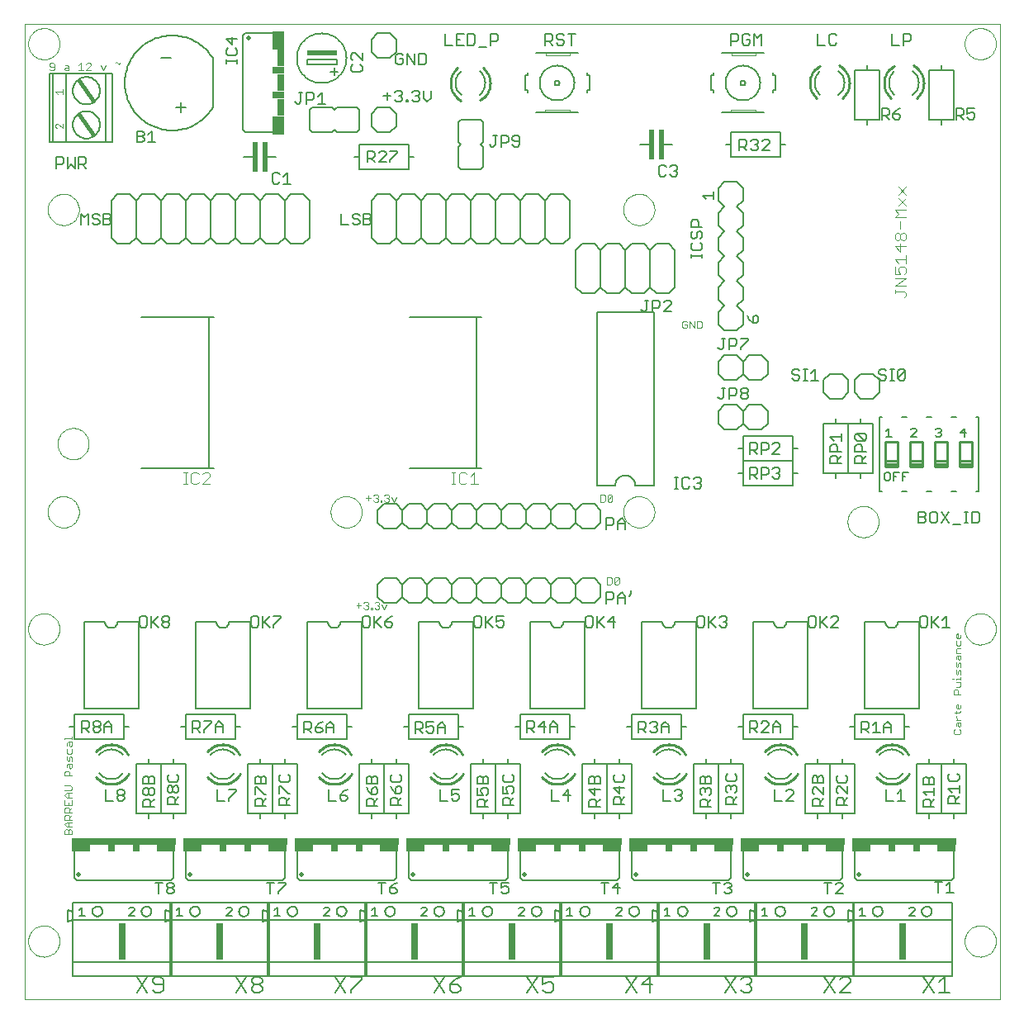
<source format=gto>
G75*
G70*
%OFA0B0*%
%FSLAX24Y24*%
%IPPOS*%
%LPD*%
%AMOC8*
5,1,8,0,0,1.08239X$1,22.5*
%
%ADD10C,0.0000*%
%ADD11C,0.0030*%
%ADD12C,0.0060*%
%ADD13C,0.0050*%
%ADD14C,0.0200*%
%ADD15R,0.4200X0.0250*%
%ADD16R,0.0750X0.0250*%
%ADD17R,0.0300X0.0250*%
%ADD18R,0.0200X0.1200*%
%ADD19R,0.1200X0.0200*%
%ADD20C,0.0160*%
%ADD21C,0.0059*%
%ADD22C,0.0040*%
%ADD23C,0.0100*%
%ADD24C,0.0020*%
%ADD25C,0.0080*%
%ADD26R,0.0500X0.0750*%
%ADD27R,0.0300X0.0700*%
%ADD28R,0.0500X0.0300*%
%ADD29R,0.0300X0.1500*%
%ADD30C,0.0070*%
D10*
X000101Y000101D02*
X000101Y039471D01*
X039471Y039471D01*
X039471Y000101D01*
X000101Y000101D01*
X000258Y002463D02*
X000260Y002513D01*
X000266Y002563D01*
X000276Y002612D01*
X000290Y002660D01*
X000307Y002707D01*
X000328Y002752D01*
X000353Y002796D01*
X000381Y002837D01*
X000413Y002876D01*
X000447Y002913D01*
X000484Y002947D01*
X000524Y002977D01*
X000566Y003004D01*
X000610Y003028D01*
X000656Y003049D01*
X000703Y003065D01*
X000751Y003078D01*
X000801Y003087D01*
X000850Y003092D01*
X000901Y003093D01*
X000951Y003090D01*
X001000Y003083D01*
X001049Y003072D01*
X001097Y003057D01*
X001143Y003039D01*
X001188Y003017D01*
X001231Y002991D01*
X001272Y002962D01*
X001311Y002930D01*
X001347Y002895D01*
X001379Y002857D01*
X001409Y002817D01*
X001436Y002774D01*
X001459Y002730D01*
X001478Y002684D01*
X001494Y002636D01*
X001506Y002587D01*
X001514Y002538D01*
X001518Y002488D01*
X001518Y002438D01*
X001514Y002388D01*
X001506Y002339D01*
X001494Y002290D01*
X001478Y002242D01*
X001459Y002196D01*
X001436Y002152D01*
X001409Y002109D01*
X001379Y002069D01*
X001347Y002031D01*
X001311Y001996D01*
X001272Y001964D01*
X001231Y001935D01*
X001188Y001909D01*
X001143Y001887D01*
X001097Y001869D01*
X001049Y001854D01*
X001000Y001843D01*
X000951Y001836D01*
X000901Y001833D01*
X000850Y001834D01*
X000801Y001839D01*
X000751Y001848D01*
X000703Y001861D01*
X000656Y001877D01*
X000610Y001898D01*
X000566Y001922D01*
X000524Y001949D01*
X000484Y001979D01*
X000447Y002013D01*
X000413Y002050D01*
X000381Y002089D01*
X000353Y002130D01*
X000328Y002174D01*
X000307Y002219D01*
X000290Y002266D01*
X000276Y002314D01*
X000266Y002363D01*
X000260Y002413D01*
X000258Y002463D01*
X000258Y015061D02*
X000260Y015111D01*
X000266Y015161D01*
X000276Y015210D01*
X000290Y015258D01*
X000307Y015305D01*
X000328Y015350D01*
X000353Y015394D01*
X000381Y015435D01*
X000413Y015474D01*
X000447Y015511D01*
X000484Y015545D01*
X000524Y015575D01*
X000566Y015602D01*
X000610Y015626D01*
X000656Y015647D01*
X000703Y015663D01*
X000751Y015676D01*
X000801Y015685D01*
X000850Y015690D01*
X000901Y015691D01*
X000951Y015688D01*
X001000Y015681D01*
X001049Y015670D01*
X001097Y015655D01*
X001143Y015637D01*
X001188Y015615D01*
X001231Y015589D01*
X001272Y015560D01*
X001311Y015528D01*
X001347Y015493D01*
X001379Y015455D01*
X001409Y015415D01*
X001436Y015372D01*
X001459Y015328D01*
X001478Y015282D01*
X001494Y015234D01*
X001506Y015185D01*
X001514Y015136D01*
X001518Y015086D01*
X001518Y015036D01*
X001514Y014986D01*
X001506Y014937D01*
X001494Y014888D01*
X001478Y014840D01*
X001459Y014794D01*
X001436Y014750D01*
X001409Y014707D01*
X001379Y014667D01*
X001347Y014629D01*
X001311Y014594D01*
X001272Y014562D01*
X001231Y014533D01*
X001188Y014507D01*
X001143Y014485D01*
X001097Y014467D01*
X001049Y014452D01*
X001000Y014441D01*
X000951Y014434D01*
X000901Y014431D01*
X000850Y014432D01*
X000801Y014437D01*
X000751Y014446D01*
X000703Y014459D01*
X000656Y014475D01*
X000610Y014496D01*
X000566Y014520D01*
X000524Y014547D01*
X000484Y014577D01*
X000447Y014611D01*
X000413Y014648D01*
X000381Y014687D01*
X000353Y014728D01*
X000328Y014772D01*
X000307Y014817D01*
X000290Y014864D01*
X000276Y014912D01*
X000266Y014961D01*
X000260Y015011D01*
X000258Y015061D01*
X001046Y019786D02*
X001048Y019836D01*
X001054Y019886D01*
X001064Y019935D01*
X001078Y019983D01*
X001095Y020030D01*
X001116Y020075D01*
X001141Y020119D01*
X001169Y020160D01*
X001201Y020199D01*
X001235Y020236D01*
X001272Y020270D01*
X001312Y020300D01*
X001354Y020327D01*
X001398Y020351D01*
X001444Y020372D01*
X001491Y020388D01*
X001539Y020401D01*
X001589Y020410D01*
X001638Y020415D01*
X001689Y020416D01*
X001739Y020413D01*
X001788Y020406D01*
X001837Y020395D01*
X001885Y020380D01*
X001931Y020362D01*
X001976Y020340D01*
X002019Y020314D01*
X002060Y020285D01*
X002099Y020253D01*
X002135Y020218D01*
X002167Y020180D01*
X002197Y020140D01*
X002224Y020097D01*
X002247Y020053D01*
X002266Y020007D01*
X002282Y019959D01*
X002294Y019910D01*
X002302Y019861D01*
X002306Y019811D01*
X002306Y019761D01*
X002302Y019711D01*
X002294Y019662D01*
X002282Y019613D01*
X002266Y019565D01*
X002247Y019519D01*
X002224Y019475D01*
X002197Y019432D01*
X002167Y019392D01*
X002135Y019354D01*
X002099Y019319D01*
X002060Y019287D01*
X002019Y019258D01*
X001976Y019232D01*
X001931Y019210D01*
X001885Y019192D01*
X001837Y019177D01*
X001788Y019166D01*
X001739Y019159D01*
X001689Y019156D01*
X001638Y019157D01*
X001589Y019162D01*
X001539Y019171D01*
X001491Y019184D01*
X001444Y019200D01*
X001398Y019221D01*
X001354Y019245D01*
X001312Y019272D01*
X001272Y019302D01*
X001235Y019336D01*
X001201Y019373D01*
X001169Y019412D01*
X001141Y019453D01*
X001116Y019497D01*
X001095Y019542D01*
X001078Y019589D01*
X001064Y019637D01*
X001054Y019686D01*
X001048Y019736D01*
X001046Y019786D01*
X001439Y022542D02*
X001441Y022592D01*
X001447Y022642D01*
X001457Y022691D01*
X001471Y022739D01*
X001488Y022786D01*
X001509Y022831D01*
X001534Y022875D01*
X001562Y022916D01*
X001594Y022955D01*
X001628Y022992D01*
X001665Y023026D01*
X001705Y023056D01*
X001747Y023083D01*
X001791Y023107D01*
X001837Y023128D01*
X001884Y023144D01*
X001932Y023157D01*
X001982Y023166D01*
X002031Y023171D01*
X002082Y023172D01*
X002132Y023169D01*
X002181Y023162D01*
X002230Y023151D01*
X002278Y023136D01*
X002324Y023118D01*
X002369Y023096D01*
X002412Y023070D01*
X002453Y023041D01*
X002492Y023009D01*
X002528Y022974D01*
X002560Y022936D01*
X002590Y022896D01*
X002617Y022853D01*
X002640Y022809D01*
X002659Y022763D01*
X002675Y022715D01*
X002687Y022666D01*
X002695Y022617D01*
X002699Y022567D01*
X002699Y022517D01*
X002695Y022467D01*
X002687Y022418D01*
X002675Y022369D01*
X002659Y022321D01*
X002640Y022275D01*
X002617Y022231D01*
X002590Y022188D01*
X002560Y022148D01*
X002528Y022110D01*
X002492Y022075D01*
X002453Y022043D01*
X002412Y022014D01*
X002369Y021988D01*
X002324Y021966D01*
X002278Y021948D01*
X002230Y021933D01*
X002181Y021922D01*
X002132Y021915D01*
X002082Y021912D01*
X002031Y021913D01*
X001982Y021918D01*
X001932Y021927D01*
X001884Y021940D01*
X001837Y021956D01*
X001791Y021977D01*
X001747Y022001D01*
X001705Y022028D01*
X001665Y022058D01*
X001628Y022092D01*
X001594Y022129D01*
X001562Y022168D01*
X001534Y022209D01*
X001509Y022253D01*
X001488Y022298D01*
X001471Y022345D01*
X001457Y022393D01*
X001447Y022442D01*
X001441Y022492D01*
X001439Y022542D01*
X001046Y031991D02*
X001048Y032041D01*
X001054Y032091D01*
X001064Y032140D01*
X001078Y032188D01*
X001095Y032235D01*
X001116Y032280D01*
X001141Y032324D01*
X001169Y032365D01*
X001201Y032404D01*
X001235Y032441D01*
X001272Y032475D01*
X001312Y032505D01*
X001354Y032532D01*
X001398Y032556D01*
X001444Y032577D01*
X001491Y032593D01*
X001539Y032606D01*
X001589Y032615D01*
X001638Y032620D01*
X001689Y032621D01*
X001739Y032618D01*
X001788Y032611D01*
X001837Y032600D01*
X001885Y032585D01*
X001931Y032567D01*
X001976Y032545D01*
X002019Y032519D01*
X002060Y032490D01*
X002099Y032458D01*
X002135Y032423D01*
X002167Y032385D01*
X002197Y032345D01*
X002224Y032302D01*
X002247Y032258D01*
X002266Y032212D01*
X002282Y032164D01*
X002294Y032115D01*
X002302Y032066D01*
X002306Y032016D01*
X002306Y031966D01*
X002302Y031916D01*
X002294Y031867D01*
X002282Y031818D01*
X002266Y031770D01*
X002247Y031724D01*
X002224Y031680D01*
X002197Y031637D01*
X002167Y031597D01*
X002135Y031559D01*
X002099Y031524D01*
X002060Y031492D01*
X002019Y031463D01*
X001976Y031437D01*
X001931Y031415D01*
X001885Y031397D01*
X001837Y031382D01*
X001788Y031371D01*
X001739Y031364D01*
X001689Y031361D01*
X001638Y031362D01*
X001589Y031367D01*
X001539Y031376D01*
X001491Y031389D01*
X001444Y031405D01*
X001398Y031426D01*
X001354Y031450D01*
X001312Y031477D01*
X001272Y031507D01*
X001235Y031541D01*
X001201Y031578D01*
X001169Y031617D01*
X001141Y031658D01*
X001116Y031702D01*
X001095Y031747D01*
X001078Y031794D01*
X001064Y031842D01*
X001054Y031891D01*
X001048Y031941D01*
X001046Y031991D01*
X000258Y038683D02*
X000260Y038733D01*
X000266Y038783D01*
X000276Y038832D01*
X000290Y038880D01*
X000307Y038927D01*
X000328Y038972D01*
X000353Y039016D01*
X000381Y039057D01*
X000413Y039096D01*
X000447Y039133D01*
X000484Y039167D01*
X000524Y039197D01*
X000566Y039224D01*
X000610Y039248D01*
X000656Y039269D01*
X000703Y039285D01*
X000751Y039298D01*
X000801Y039307D01*
X000850Y039312D01*
X000901Y039313D01*
X000951Y039310D01*
X001000Y039303D01*
X001049Y039292D01*
X001097Y039277D01*
X001143Y039259D01*
X001188Y039237D01*
X001231Y039211D01*
X001272Y039182D01*
X001311Y039150D01*
X001347Y039115D01*
X001379Y039077D01*
X001409Y039037D01*
X001436Y038994D01*
X001459Y038950D01*
X001478Y038904D01*
X001494Y038856D01*
X001506Y038807D01*
X001514Y038758D01*
X001518Y038708D01*
X001518Y038658D01*
X001514Y038608D01*
X001506Y038559D01*
X001494Y038510D01*
X001478Y038462D01*
X001459Y038416D01*
X001436Y038372D01*
X001409Y038329D01*
X001379Y038289D01*
X001347Y038251D01*
X001311Y038216D01*
X001272Y038184D01*
X001231Y038155D01*
X001188Y038129D01*
X001143Y038107D01*
X001097Y038089D01*
X001049Y038074D01*
X001000Y038063D01*
X000951Y038056D01*
X000901Y038053D01*
X000850Y038054D01*
X000801Y038059D01*
X000751Y038068D01*
X000703Y038081D01*
X000656Y038097D01*
X000610Y038118D01*
X000566Y038142D01*
X000524Y038169D01*
X000484Y038199D01*
X000447Y038233D01*
X000413Y038270D01*
X000381Y038309D01*
X000353Y038350D01*
X000328Y038394D01*
X000307Y038439D01*
X000290Y038486D01*
X000276Y038534D01*
X000266Y038583D01*
X000260Y038633D01*
X000258Y038683D01*
X012463Y019786D02*
X012465Y019836D01*
X012471Y019886D01*
X012481Y019935D01*
X012495Y019983D01*
X012512Y020030D01*
X012533Y020075D01*
X012558Y020119D01*
X012586Y020160D01*
X012618Y020199D01*
X012652Y020236D01*
X012689Y020270D01*
X012729Y020300D01*
X012771Y020327D01*
X012815Y020351D01*
X012861Y020372D01*
X012908Y020388D01*
X012956Y020401D01*
X013006Y020410D01*
X013055Y020415D01*
X013106Y020416D01*
X013156Y020413D01*
X013205Y020406D01*
X013254Y020395D01*
X013302Y020380D01*
X013348Y020362D01*
X013393Y020340D01*
X013436Y020314D01*
X013477Y020285D01*
X013516Y020253D01*
X013552Y020218D01*
X013584Y020180D01*
X013614Y020140D01*
X013641Y020097D01*
X013664Y020053D01*
X013683Y020007D01*
X013699Y019959D01*
X013711Y019910D01*
X013719Y019861D01*
X013723Y019811D01*
X013723Y019761D01*
X013719Y019711D01*
X013711Y019662D01*
X013699Y019613D01*
X013683Y019565D01*
X013664Y019519D01*
X013641Y019475D01*
X013614Y019432D01*
X013584Y019392D01*
X013552Y019354D01*
X013516Y019319D01*
X013477Y019287D01*
X013436Y019258D01*
X013393Y019232D01*
X013348Y019210D01*
X013302Y019192D01*
X013254Y019177D01*
X013205Y019166D01*
X013156Y019159D01*
X013106Y019156D01*
X013055Y019157D01*
X013006Y019162D01*
X012956Y019171D01*
X012908Y019184D01*
X012861Y019200D01*
X012815Y019221D01*
X012771Y019245D01*
X012729Y019272D01*
X012689Y019302D01*
X012652Y019336D01*
X012618Y019373D01*
X012586Y019412D01*
X012558Y019453D01*
X012533Y019497D01*
X012512Y019542D01*
X012495Y019589D01*
X012481Y019637D01*
X012471Y019686D01*
X012465Y019736D01*
X012463Y019786D01*
X024274Y019786D02*
X024276Y019836D01*
X024282Y019886D01*
X024292Y019935D01*
X024306Y019983D01*
X024323Y020030D01*
X024344Y020075D01*
X024369Y020119D01*
X024397Y020160D01*
X024429Y020199D01*
X024463Y020236D01*
X024500Y020270D01*
X024540Y020300D01*
X024582Y020327D01*
X024626Y020351D01*
X024672Y020372D01*
X024719Y020388D01*
X024767Y020401D01*
X024817Y020410D01*
X024866Y020415D01*
X024917Y020416D01*
X024967Y020413D01*
X025016Y020406D01*
X025065Y020395D01*
X025113Y020380D01*
X025159Y020362D01*
X025204Y020340D01*
X025247Y020314D01*
X025288Y020285D01*
X025327Y020253D01*
X025363Y020218D01*
X025395Y020180D01*
X025425Y020140D01*
X025452Y020097D01*
X025475Y020053D01*
X025494Y020007D01*
X025510Y019959D01*
X025522Y019910D01*
X025530Y019861D01*
X025534Y019811D01*
X025534Y019761D01*
X025530Y019711D01*
X025522Y019662D01*
X025510Y019613D01*
X025494Y019565D01*
X025475Y019519D01*
X025452Y019475D01*
X025425Y019432D01*
X025395Y019392D01*
X025363Y019354D01*
X025327Y019319D01*
X025288Y019287D01*
X025247Y019258D01*
X025204Y019232D01*
X025159Y019210D01*
X025113Y019192D01*
X025065Y019177D01*
X025016Y019166D01*
X024967Y019159D01*
X024917Y019156D01*
X024866Y019157D01*
X024817Y019162D01*
X024767Y019171D01*
X024719Y019184D01*
X024672Y019200D01*
X024626Y019221D01*
X024582Y019245D01*
X024540Y019272D01*
X024500Y019302D01*
X024463Y019336D01*
X024429Y019373D01*
X024397Y019412D01*
X024369Y019453D01*
X024344Y019497D01*
X024323Y019542D01*
X024306Y019589D01*
X024292Y019637D01*
X024282Y019686D01*
X024276Y019736D01*
X024274Y019786D01*
X033329Y019392D02*
X033331Y019442D01*
X033337Y019492D01*
X033347Y019541D01*
X033361Y019589D01*
X033378Y019636D01*
X033399Y019681D01*
X033424Y019725D01*
X033452Y019766D01*
X033484Y019805D01*
X033518Y019842D01*
X033555Y019876D01*
X033595Y019906D01*
X033637Y019933D01*
X033681Y019957D01*
X033727Y019978D01*
X033774Y019994D01*
X033822Y020007D01*
X033872Y020016D01*
X033921Y020021D01*
X033972Y020022D01*
X034022Y020019D01*
X034071Y020012D01*
X034120Y020001D01*
X034168Y019986D01*
X034214Y019968D01*
X034259Y019946D01*
X034302Y019920D01*
X034343Y019891D01*
X034382Y019859D01*
X034418Y019824D01*
X034450Y019786D01*
X034480Y019746D01*
X034507Y019703D01*
X034530Y019659D01*
X034549Y019613D01*
X034565Y019565D01*
X034577Y019516D01*
X034585Y019467D01*
X034589Y019417D01*
X034589Y019367D01*
X034585Y019317D01*
X034577Y019268D01*
X034565Y019219D01*
X034549Y019171D01*
X034530Y019125D01*
X034507Y019081D01*
X034480Y019038D01*
X034450Y018998D01*
X034418Y018960D01*
X034382Y018925D01*
X034343Y018893D01*
X034302Y018864D01*
X034259Y018838D01*
X034214Y018816D01*
X034168Y018798D01*
X034120Y018783D01*
X034071Y018772D01*
X034022Y018765D01*
X033972Y018762D01*
X033921Y018763D01*
X033872Y018768D01*
X033822Y018777D01*
X033774Y018790D01*
X033727Y018806D01*
X033681Y018827D01*
X033637Y018851D01*
X033595Y018878D01*
X033555Y018908D01*
X033518Y018942D01*
X033484Y018979D01*
X033452Y019018D01*
X033424Y019059D01*
X033399Y019103D01*
X033378Y019148D01*
X033361Y019195D01*
X033347Y019243D01*
X033337Y019292D01*
X033331Y019342D01*
X033329Y019392D01*
X038053Y015061D02*
X038055Y015111D01*
X038061Y015161D01*
X038071Y015210D01*
X038085Y015258D01*
X038102Y015305D01*
X038123Y015350D01*
X038148Y015394D01*
X038176Y015435D01*
X038208Y015474D01*
X038242Y015511D01*
X038279Y015545D01*
X038319Y015575D01*
X038361Y015602D01*
X038405Y015626D01*
X038451Y015647D01*
X038498Y015663D01*
X038546Y015676D01*
X038596Y015685D01*
X038645Y015690D01*
X038696Y015691D01*
X038746Y015688D01*
X038795Y015681D01*
X038844Y015670D01*
X038892Y015655D01*
X038938Y015637D01*
X038983Y015615D01*
X039026Y015589D01*
X039067Y015560D01*
X039106Y015528D01*
X039142Y015493D01*
X039174Y015455D01*
X039204Y015415D01*
X039231Y015372D01*
X039254Y015328D01*
X039273Y015282D01*
X039289Y015234D01*
X039301Y015185D01*
X039309Y015136D01*
X039313Y015086D01*
X039313Y015036D01*
X039309Y014986D01*
X039301Y014937D01*
X039289Y014888D01*
X039273Y014840D01*
X039254Y014794D01*
X039231Y014750D01*
X039204Y014707D01*
X039174Y014667D01*
X039142Y014629D01*
X039106Y014594D01*
X039067Y014562D01*
X039026Y014533D01*
X038983Y014507D01*
X038938Y014485D01*
X038892Y014467D01*
X038844Y014452D01*
X038795Y014441D01*
X038746Y014434D01*
X038696Y014431D01*
X038645Y014432D01*
X038596Y014437D01*
X038546Y014446D01*
X038498Y014459D01*
X038451Y014475D01*
X038405Y014496D01*
X038361Y014520D01*
X038319Y014547D01*
X038279Y014577D01*
X038242Y014611D01*
X038208Y014648D01*
X038176Y014687D01*
X038148Y014728D01*
X038123Y014772D01*
X038102Y014817D01*
X038085Y014864D01*
X038071Y014912D01*
X038061Y014961D01*
X038055Y015011D01*
X038053Y015061D01*
X038053Y002463D02*
X038055Y002513D01*
X038061Y002563D01*
X038071Y002612D01*
X038085Y002660D01*
X038102Y002707D01*
X038123Y002752D01*
X038148Y002796D01*
X038176Y002837D01*
X038208Y002876D01*
X038242Y002913D01*
X038279Y002947D01*
X038319Y002977D01*
X038361Y003004D01*
X038405Y003028D01*
X038451Y003049D01*
X038498Y003065D01*
X038546Y003078D01*
X038596Y003087D01*
X038645Y003092D01*
X038696Y003093D01*
X038746Y003090D01*
X038795Y003083D01*
X038844Y003072D01*
X038892Y003057D01*
X038938Y003039D01*
X038983Y003017D01*
X039026Y002991D01*
X039067Y002962D01*
X039106Y002930D01*
X039142Y002895D01*
X039174Y002857D01*
X039204Y002817D01*
X039231Y002774D01*
X039254Y002730D01*
X039273Y002684D01*
X039289Y002636D01*
X039301Y002587D01*
X039309Y002538D01*
X039313Y002488D01*
X039313Y002438D01*
X039309Y002388D01*
X039301Y002339D01*
X039289Y002290D01*
X039273Y002242D01*
X039254Y002196D01*
X039231Y002152D01*
X039204Y002109D01*
X039174Y002069D01*
X039142Y002031D01*
X039106Y001996D01*
X039067Y001964D01*
X039026Y001935D01*
X038983Y001909D01*
X038938Y001887D01*
X038892Y001869D01*
X038844Y001854D01*
X038795Y001843D01*
X038746Y001836D01*
X038696Y001833D01*
X038645Y001834D01*
X038596Y001839D01*
X038546Y001848D01*
X038498Y001861D01*
X038451Y001877D01*
X038405Y001898D01*
X038361Y001922D01*
X038319Y001949D01*
X038279Y001979D01*
X038242Y002013D01*
X038208Y002050D01*
X038176Y002089D01*
X038148Y002130D01*
X038123Y002174D01*
X038102Y002219D01*
X038085Y002266D01*
X038071Y002314D01*
X038061Y002363D01*
X038055Y002413D01*
X038053Y002463D01*
X024274Y031991D02*
X024276Y032041D01*
X024282Y032091D01*
X024292Y032140D01*
X024306Y032188D01*
X024323Y032235D01*
X024344Y032280D01*
X024369Y032324D01*
X024397Y032365D01*
X024429Y032404D01*
X024463Y032441D01*
X024500Y032475D01*
X024540Y032505D01*
X024582Y032532D01*
X024626Y032556D01*
X024672Y032577D01*
X024719Y032593D01*
X024767Y032606D01*
X024817Y032615D01*
X024866Y032620D01*
X024917Y032621D01*
X024967Y032618D01*
X025016Y032611D01*
X025065Y032600D01*
X025113Y032585D01*
X025159Y032567D01*
X025204Y032545D01*
X025247Y032519D01*
X025288Y032490D01*
X025327Y032458D01*
X025363Y032423D01*
X025395Y032385D01*
X025425Y032345D01*
X025452Y032302D01*
X025475Y032258D01*
X025494Y032212D01*
X025510Y032164D01*
X025522Y032115D01*
X025530Y032066D01*
X025534Y032016D01*
X025534Y031966D01*
X025530Y031916D01*
X025522Y031867D01*
X025510Y031818D01*
X025494Y031770D01*
X025475Y031724D01*
X025452Y031680D01*
X025425Y031637D01*
X025395Y031597D01*
X025363Y031559D01*
X025327Y031524D01*
X025288Y031492D01*
X025247Y031463D01*
X025204Y031437D01*
X025159Y031415D01*
X025113Y031397D01*
X025065Y031382D01*
X025016Y031371D01*
X024967Y031364D01*
X024917Y031361D01*
X024866Y031362D01*
X024817Y031367D01*
X024767Y031376D01*
X024719Y031389D01*
X024672Y031405D01*
X024626Y031426D01*
X024582Y031450D01*
X024540Y031477D01*
X024500Y031507D01*
X024463Y031541D01*
X024429Y031578D01*
X024397Y031617D01*
X024369Y031658D01*
X024344Y031702D01*
X024323Y031747D01*
X024306Y031794D01*
X024292Y031842D01*
X024282Y031891D01*
X024276Y031941D01*
X024274Y031991D01*
X038053Y038683D02*
X038055Y038733D01*
X038061Y038783D01*
X038071Y038832D01*
X038085Y038880D01*
X038102Y038927D01*
X038123Y038972D01*
X038148Y039016D01*
X038176Y039057D01*
X038208Y039096D01*
X038242Y039133D01*
X038279Y039167D01*
X038319Y039197D01*
X038361Y039224D01*
X038405Y039248D01*
X038451Y039269D01*
X038498Y039285D01*
X038546Y039298D01*
X038596Y039307D01*
X038645Y039312D01*
X038696Y039313D01*
X038746Y039310D01*
X038795Y039303D01*
X038844Y039292D01*
X038892Y039277D01*
X038938Y039259D01*
X038983Y039237D01*
X039026Y039211D01*
X039067Y039182D01*
X039106Y039150D01*
X039142Y039115D01*
X039174Y039077D01*
X039204Y039037D01*
X039231Y038994D01*
X039254Y038950D01*
X039273Y038904D01*
X039289Y038856D01*
X039301Y038807D01*
X039309Y038758D01*
X039313Y038708D01*
X039313Y038658D01*
X039309Y038608D01*
X039301Y038559D01*
X039289Y038510D01*
X039273Y038462D01*
X039254Y038416D01*
X039231Y038372D01*
X039204Y038329D01*
X039174Y038289D01*
X039142Y038251D01*
X039106Y038216D01*
X039067Y038184D01*
X039026Y038155D01*
X038983Y038129D01*
X038938Y038107D01*
X038892Y038089D01*
X038844Y038074D01*
X038795Y038063D01*
X038746Y038056D01*
X038696Y038053D01*
X038645Y038054D01*
X038596Y038059D01*
X038546Y038068D01*
X038498Y038081D01*
X038451Y038097D01*
X038405Y038118D01*
X038361Y038142D01*
X038319Y038169D01*
X038279Y038199D01*
X038242Y038233D01*
X038208Y038270D01*
X038176Y038309D01*
X038148Y038350D01*
X038123Y038394D01*
X038102Y038439D01*
X038085Y038486D01*
X038071Y038534D01*
X038061Y038583D01*
X038055Y038633D01*
X038053Y038683D01*
D11*
X027394Y027499D02*
X027248Y027499D01*
X027248Y027208D01*
X027394Y027208D01*
X027442Y027257D01*
X027442Y027450D01*
X027394Y027499D01*
X027147Y027499D02*
X027147Y027208D01*
X026954Y027499D01*
X026954Y027208D01*
X026853Y027257D02*
X026853Y027353D01*
X026756Y027353D01*
X026853Y027257D02*
X026804Y027208D01*
X026707Y027208D01*
X026659Y027257D01*
X026659Y027450D01*
X026707Y027499D01*
X026804Y027499D01*
X026853Y027450D01*
X023784Y020485D02*
X023687Y020485D01*
X023639Y020436D01*
X023639Y020243D01*
X023832Y020436D01*
X023832Y020243D01*
X023784Y020195D01*
X023687Y020195D01*
X023639Y020243D01*
X023538Y020243D02*
X023538Y020436D01*
X023489Y020485D01*
X023344Y020485D01*
X023344Y020195D01*
X023489Y020195D01*
X023538Y020243D01*
X023784Y020485D02*
X023832Y020436D01*
X023761Y017156D02*
X023616Y017156D01*
X023616Y016866D01*
X023761Y016866D01*
X023809Y016914D01*
X023809Y017108D01*
X023761Y017156D01*
X023910Y017108D02*
X023959Y017156D01*
X024056Y017156D01*
X024104Y017108D01*
X023910Y016914D01*
X023959Y016866D01*
X024056Y016866D01*
X024104Y016914D01*
X024104Y017108D01*
X023910Y017108D02*
X023910Y016914D01*
X015120Y020388D02*
X015023Y020195D01*
X014927Y020388D01*
X014825Y020388D02*
X014777Y020340D01*
X014825Y020291D01*
X014825Y020243D01*
X014777Y020195D01*
X014680Y020195D01*
X014632Y020243D01*
X014533Y020243D02*
X014533Y020195D01*
X014485Y020195D01*
X014485Y020243D01*
X014533Y020243D01*
X014383Y020243D02*
X014335Y020195D01*
X014238Y020195D01*
X014190Y020243D01*
X014287Y020340D02*
X014335Y020340D01*
X014383Y020291D01*
X014383Y020243D01*
X014335Y020340D02*
X014383Y020388D01*
X014383Y020436D01*
X014335Y020485D01*
X014238Y020485D01*
X014190Y020436D01*
X014089Y020340D02*
X013895Y020340D01*
X013992Y020436D02*
X013992Y020243D01*
X014632Y020436D02*
X014680Y020485D01*
X014777Y020485D01*
X014825Y020436D01*
X014825Y020388D01*
X014777Y020340D02*
X014729Y020340D01*
X014383Y016154D02*
X014432Y016106D01*
X014432Y016057D01*
X014383Y016009D01*
X014432Y015961D01*
X014432Y015912D01*
X014383Y015864D01*
X014287Y015864D01*
X014238Y015912D01*
X014139Y015912D02*
X014139Y015864D01*
X014091Y015864D01*
X014091Y015912D01*
X014139Y015912D01*
X013990Y015912D02*
X013941Y015864D01*
X013845Y015864D01*
X013796Y015912D01*
X013893Y016009D02*
X013941Y016009D01*
X013990Y015961D01*
X013990Y015912D01*
X013941Y016009D02*
X013990Y016057D01*
X013990Y016106D01*
X013941Y016154D01*
X013845Y016154D01*
X013796Y016106D01*
X013695Y016009D02*
X013502Y016009D01*
X013598Y016106D02*
X013598Y015912D01*
X014238Y016106D02*
X014287Y016154D01*
X014383Y016154D01*
X014383Y016009D02*
X014335Y016009D01*
X014533Y016057D02*
X014630Y015864D01*
X014726Y016057D01*
X002014Y010704D02*
X002014Y010607D01*
X002014Y010656D02*
X001724Y010656D01*
X001724Y010607D01*
X001869Y010506D02*
X002014Y010506D01*
X002014Y010361D01*
X001965Y010313D01*
X001917Y010361D01*
X001917Y010506D01*
X001869Y010506D02*
X001820Y010458D01*
X001820Y010361D01*
X001820Y010212D02*
X001820Y010066D01*
X001869Y010018D01*
X001965Y010018D01*
X002014Y010066D01*
X002014Y010212D01*
X001965Y009917D02*
X001917Y009869D01*
X001917Y009772D01*
X001869Y009723D01*
X001820Y009772D01*
X001820Y009917D01*
X001965Y009917D02*
X002014Y009869D01*
X002014Y009723D01*
X002014Y009622D02*
X001869Y009622D01*
X001820Y009574D01*
X001820Y009477D01*
X001917Y009477D02*
X001917Y009622D01*
X002014Y009622D02*
X002014Y009477D01*
X001965Y009429D01*
X001917Y009477D01*
X001869Y009328D02*
X001917Y009279D01*
X001917Y009134D01*
X002014Y009134D02*
X001724Y009134D01*
X001724Y009279D01*
X001772Y009328D01*
X001869Y009328D01*
X001965Y008738D02*
X001724Y008738D01*
X001724Y008545D02*
X001965Y008545D01*
X002014Y008593D01*
X002014Y008690D01*
X001965Y008738D01*
X002014Y008444D02*
X001820Y008444D01*
X001724Y008347D01*
X001820Y008250D01*
X002014Y008250D01*
X002014Y008149D02*
X002014Y007956D01*
X001724Y007956D01*
X001724Y008149D01*
X001869Y008052D02*
X001869Y007956D01*
X001869Y007854D02*
X001917Y007806D01*
X001917Y007661D01*
X001917Y007758D02*
X002014Y007854D01*
X001869Y007854D02*
X001772Y007854D01*
X001724Y007806D01*
X001724Y007661D01*
X002014Y007661D01*
X002014Y007560D02*
X001917Y007463D01*
X001917Y007511D02*
X001917Y007366D01*
X002014Y007366D02*
X001724Y007366D01*
X001724Y007511D01*
X001772Y007560D01*
X001869Y007560D01*
X001917Y007511D01*
X001869Y007265D02*
X001869Y007072D01*
X001820Y007072D02*
X001724Y007168D01*
X001820Y007265D01*
X002014Y007265D01*
X002014Y007072D02*
X001820Y007072D01*
X001820Y006970D02*
X001869Y006922D01*
X001869Y006777D01*
X002014Y006777D02*
X001724Y006777D01*
X001724Y006922D01*
X001772Y006970D01*
X001820Y006970D01*
X001869Y006922D02*
X001917Y006970D01*
X001965Y006970D01*
X002014Y006922D01*
X002014Y006777D01*
X001869Y008250D02*
X001869Y008444D01*
X001899Y037616D02*
X001753Y037616D01*
X001705Y037664D01*
X001753Y037713D01*
X001899Y037713D01*
X001899Y037761D02*
X001899Y037616D01*
X001899Y037761D02*
X001850Y037809D01*
X001753Y037809D01*
X001309Y037761D02*
X001164Y037761D01*
X001116Y037809D01*
X001116Y037858D01*
X001164Y037906D01*
X001261Y037906D01*
X001309Y037858D01*
X001309Y037664D01*
X001261Y037616D01*
X001164Y037616D01*
X001116Y037664D01*
X002294Y037616D02*
X002488Y037616D01*
X002391Y037616D02*
X002391Y037906D01*
X002294Y037809D01*
X002589Y037858D02*
X002637Y037906D01*
X002734Y037906D01*
X002782Y037858D01*
X002782Y037809D01*
X002589Y037616D01*
X002782Y037616D01*
X003178Y037809D02*
X003275Y037616D01*
X003372Y037809D01*
X003768Y037906D02*
X003816Y037954D01*
X003913Y037858D01*
X003961Y037906D01*
X037557Y013066D02*
X037605Y013066D01*
X037702Y013066D02*
X037896Y013066D01*
X037896Y013018D02*
X037896Y013115D01*
X037896Y013215D02*
X037896Y013360D01*
X037847Y013408D01*
X037799Y013360D01*
X037799Y013263D01*
X037751Y013215D01*
X037702Y013263D01*
X037702Y013408D01*
X037751Y013509D02*
X037702Y013558D01*
X037702Y013703D01*
X037799Y013654D02*
X037799Y013558D01*
X037751Y013509D01*
X037896Y013509D02*
X037896Y013654D01*
X037847Y013703D01*
X037799Y013654D01*
X037847Y013804D02*
X037799Y013852D01*
X037799Y013997D01*
X037751Y013997D02*
X037896Y013997D01*
X037896Y013852D01*
X037847Y013804D01*
X037702Y013852D02*
X037702Y013949D01*
X037751Y013997D01*
X037702Y014098D02*
X037702Y014244D01*
X037751Y014292D01*
X037896Y014292D01*
X037847Y014393D02*
X037896Y014441D01*
X037896Y014587D01*
X037847Y014688D02*
X037751Y014688D01*
X037702Y014736D01*
X037702Y014833D01*
X037751Y014881D01*
X037799Y014881D01*
X037799Y014688D01*
X037847Y014688D02*
X037896Y014736D01*
X037896Y014833D01*
X037702Y014587D02*
X037702Y014441D01*
X037751Y014393D01*
X037847Y014393D01*
X037896Y014098D02*
X037702Y014098D01*
X037702Y013066D02*
X037702Y013018D01*
X037702Y012917D02*
X037896Y012917D01*
X037896Y012772D01*
X037847Y012723D01*
X037702Y012723D01*
X037654Y012622D02*
X037751Y012622D01*
X037799Y012574D01*
X037799Y012429D01*
X037896Y012429D02*
X037605Y012429D01*
X037605Y012574D01*
X037654Y012622D01*
X037751Y012033D02*
X037799Y012033D01*
X037799Y011840D01*
X037847Y011840D02*
X037751Y011840D01*
X037702Y011888D01*
X037702Y011985D01*
X037751Y012033D01*
X037896Y011985D02*
X037896Y011888D01*
X037847Y011840D01*
X037896Y011740D02*
X037847Y011691D01*
X037654Y011691D01*
X037702Y011643D02*
X037702Y011740D01*
X037702Y011543D02*
X037702Y011494D01*
X037799Y011398D01*
X037896Y011398D02*
X037702Y011398D01*
X037751Y011296D02*
X037896Y011296D01*
X037896Y011151D01*
X037847Y011103D01*
X037799Y011151D01*
X037799Y011296D01*
X037751Y011296D02*
X037702Y011248D01*
X037702Y011151D01*
X037654Y011002D02*
X037605Y010953D01*
X037605Y010857D01*
X037654Y010808D01*
X037847Y010808D01*
X037896Y010857D01*
X037896Y010953D01*
X037847Y011002D01*
D12*
X036201Y011851D02*
X036201Y015351D01*
X035351Y015351D01*
X035349Y015321D01*
X035344Y015291D01*
X035335Y015262D01*
X035322Y015235D01*
X035307Y015209D01*
X035288Y015185D01*
X035267Y015164D01*
X035243Y015145D01*
X035217Y015130D01*
X035190Y015117D01*
X035161Y015108D01*
X035131Y015103D01*
X035101Y015101D01*
X035071Y015103D01*
X035041Y015108D01*
X035012Y015117D01*
X034985Y015130D01*
X034959Y015145D01*
X034935Y015164D01*
X034914Y015185D01*
X034895Y015209D01*
X034880Y015235D01*
X034867Y015262D01*
X034858Y015291D01*
X034853Y015321D01*
X034851Y015351D01*
X034001Y015351D01*
X034001Y011851D01*
X036201Y011851D01*
X035575Y009969D02*
X035545Y010004D01*
X035514Y010037D01*
X035479Y010067D01*
X035443Y010094D01*
X035405Y010118D01*
X035365Y010140D01*
X035323Y010158D01*
X035280Y010174D01*
X035236Y010186D01*
X035192Y010194D01*
X035146Y010199D01*
X035101Y010201D01*
X035056Y010199D01*
X035010Y010194D01*
X034966Y010186D01*
X034922Y010174D01*
X034879Y010158D01*
X034837Y010140D01*
X034797Y010118D01*
X034759Y010094D01*
X034723Y010067D01*
X034688Y010037D01*
X034657Y010004D01*
X034627Y009969D01*
X035101Y009001D02*
X035147Y009003D01*
X035193Y009008D01*
X035239Y009017D01*
X035284Y009029D01*
X035327Y009045D01*
X035369Y009064D01*
X035410Y009087D01*
X035449Y009112D01*
X035485Y009140D01*
X035520Y009171D01*
X035552Y009205D01*
X035581Y009241D01*
X035101Y009001D02*
X035054Y009003D01*
X035006Y009009D01*
X034960Y009018D01*
X034914Y009031D01*
X034870Y009047D01*
X034826Y009067D01*
X034785Y009091D01*
X034746Y009117D01*
X034709Y009147D01*
X034674Y009180D01*
X034642Y009215D01*
X034613Y009252D01*
X031701Y011851D02*
X031701Y015351D01*
X030851Y015351D01*
X030849Y015321D01*
X030844Y015291D01*
X030835Y015262D01*
X030822Y015235D01*
X030807Y015209D01*
X030788Y015185D01*
X030767Y015164D01*
X030743Y015145D01*
X030717Y015130D01*
X030690Y015117D01*
X030661Y015108D01*
X030631Y015103D01*
X030601Y015101D01*
X030571Y015103D01*
X030541Y015108D01*
X030512Y015117D01*
X030485Y015130D01*
X030459Y015145D01*
X030435Y015164D01*
X030414Y015185D01*
X030395Y015209D01*
X030380Y015235D01*
X030367Y015262D01*
X030358Y015291D01*
X030353Y015321D01*
X030351Y015351D01*
X029501Y015351D01*
X029501Y011851D01*
X031701Y011851D01*
X031075Y009969D02*
X031045Y010004D01*
X031014Y010037D01*
X030979Y010067D01*
X030943Y010094D01*
X030905Y010118D01*
X030865Y010140D01*
X030823Y010158D01*
X030780Y010174D01*
X030736Y010186D01*
X030692Y010194D01*
X030646Y010199D01*
X030601Y010201D01*
X030556Y010199D01*
X030510Y010194D01*
X030466Y010186D01*
X030422Y010174D01*
X030379Y010158D01*
X030337Y010140D01*
X030297Y010118D01*
X030259Y010094D01*
X030223Y010067D01*
X030188Y010037D01*
X030157Y010004D01*
X030127Y009969D01*
X030601Y009001D02*
X030647Y009003D01*
X030693Y009008D01*
X030739Y009017D01*
X030784Y009029D01*
X030827Y009045D01*
X030869Y009064D01*
X030910Y009087D01*
X030949Y009112D01*
X030985Y009140D01*
X031020Y009171D01*
X031052Y009205D01*
X031081Y009241D01*
X030601Y009001D02*
X030554Y009003D01*
X030506Y009009D01*
X030460Y009018D01*
X030414Y009031D01*
X030370Y009047D01*
X030326Y009067D01*
X030285Y009091D01*
X030246Y009117D01*
X030209Y009147D01*
X030174Y009180D01*
X030142Y009215D01*
X030113Y009252D01*
X029101Y006151D02*
X029101Y005001D01*
X029201Y004901D01*
X033001Y004901D01*
X033101Y005001D01*
X033101Y006151D01*
X033601Y006151D02*
X033601Y005001D01*
X033701Y004901D01*
X037501Y004901D01*
X037601Y005001D01*
X037601Y006151D01*
X037534Y004013D02*
X037534Y003313D01*
X037534Y001613D01*
X037534Y001063D01*
X033534Y001063D01*
X033534Y001613D01*
X033534Y003313D01*
X037534Y003313D01*
X037534Y004013D02*
X033534Y004013D01*
X033534Y003663D01*
X033534Y003313D01*
X033334Y003263D01*
X033334Y003713D01*
X033534Y003663D01*
X033597Y003313D02*
X033597Y001613D01*
X033597Y001063D01*
X029597Y001063D01*
X029597Y001613D01*
X029597Y003313D01*
X033597Y003313D01*
X033597Y004013D01*
X029597Y004013D01*
X029597Y003663D01*
X029597Y003313D01*
X029397Y003263D01*
X029397Y003713D01*
X029597Y003663D01*
X029660Y003313D02*
X029660Y001613D01*
X029660Y001063D01*
X025660Y001063D01*
X025660Y001613D01*
X025660Y003313D01*
X029660Y003313D01*
X029660Y004013D01*
X025660Y004013D01*
X025660Y003663D01*
X025660Y003313D01*
X025460Y003263D01*
X025460Y003713D01*
X025660Y003663D01*
X025723Y003313D02*
X025723Y001613D01*
X025723Y001063D01*
X021723Y001063D01*
X021723Y001613D01*
X021723Y003313D01*
X025723Y003313D01*
X025723Y004013D01*
X021723Y004013D01*
X021723Y003663D01*
X021723Y003313D01*
X021523Y003263D01*
X021523Y003713D01*
X021723Y003663D01*
X021786Y003313D02*
X021786Y001613D01*
X021786Y001063D01*
X017786Y001063D01*
X017786Y001613D01*
X017786Y003313D01*
X021786Y003313D01*
X021786Y004013D01*
X017786Y004013D01*
X017786Y003663D01*
X017786Y003313D01*
X017586Y003263D01*
X017586Y003713D01*
X017786Y003663D01*
X017849Y003313D02*
X017849Y001613D01*
X017849Y001063D01*
X013849Y001063D01*
X013849Y001613D01*
X013849Y003313D01*
X017849Y003313D01*
X017849Y004013D01*
X013849Y004013D01*
X013849Y003663D01*
X013849Y003313D01*
X013649Y003263D01*
X013649Y003713D01*
X013849Y003663D01*
X013912Y003313D02*
X013912Y001613D01*
X013912Y001063D01*
X009912Y001063D01*
X009912Y001613D01*
X009912Y003313D01*
X013912Y003313D01*
X013912Y004013D01*
X009912Y004013D01*
X009912Y003663D01*
X009912Y003313D01*
X009712Y003263D01*
X009712Y003713D01*
X009912Y003663D01*
X009975Y003313D02*
X009975Y001613D01*
X009975Y001063D01*
X005975Y001063D01*
X005975Y001613D01*
X005975Y003313D01*
X009975Y003313D01*
X009975Y004013D01*
X005975Y004013D01*
X005975Y003663D01*
X005975Y003313D01*
X005775Y003263D01*
X005775Y003713D01*
X005975Y003663D01*
X006038Y003313D02*
X006038Y001613D01*
X006038Y001063D01*
X002038Y001063D01*
X002038Y001613D01*
X002038Y003313D01*
X006038Y003313D01*
X006038Y004013D01*
X002038Y004013D01*
X002038Y003663D01*
X002038Y003313D01*
X001838Y003263D01*
X001838Y003713D01*
X002038Y003663D01*
X002848Y003663D02*
X002850Y003691D01*
X002856Y003718D01*
X002865Y003744D01*
X002878Y003769D01*
X002895Y003792D01*
X002914Y003812D01*
X002936Y003829D01*
X002960Y003843D01*
X002986Y003853D01*
X003013Y003860D01*
X003041Y003863D01*
X003069Y003862D01*
X003096Y003857D01*
X003123Y003848D01*
X003148Y003836D01*
X003171Y003821D01*
X003192Y003802D01*
X003210Y003781D01*
X003225Y003757D01*
X003236Y003731D01*
X003244Y003705D01*
X003248Y003677D01*
X003248Y003649D01*
X003244Y003621D01*
X003236Y003595D01*
X003225Y003569D01*
X003210Y003545D01*
X003192Y003524D01*
X003171Y003505D01*
X003148Y003490D01*
X003123Y003478D01*
X003096Y003469D01*
X003069Y003464D01*
X003041Y003463D01*
X003013Y003466D01*
X002986Y003473D01*
X002960Y003483D01*
X002936Y003497D01*
X002914Y003514D01*
X002895Y003534D01*
X002878Y003557D01*
X002865Y003582D01*
X002856Y003608D01*
X002850Y003635D01*
X002848Y003663D01*
X002201Y004901D02*
X002101Y005001D01*
X002101Y006151D01*
X002201Y004901D02*
X006001Y004901D01*
X006101Y005001D01*
X006101Y006151D01*
X006601Y006151D02*
X006601Y005001D01*
X006701Y004901D01*
X010501Y004901D01*
X010601Y005001D01*
X010601Y006151D01*
X011101Y006151D02*
X011101Y005001D01*
X011201Y004901D01*
X015001Y004901D01*
X015101Y005001D01*
X015101Y006151D01*
X015601Y006151D02*
X015601Y005001D01*
X015701Y004901D01*
X019501Y004901D01*
X019601Y005001D01*
X019601Y006151D01*
X020101Y006151D02*
X020101Y005001D01*
X020201Y004901D01*
X024001Y004901D01*
X024101Y005001D01*
X024101Y006151D01*
X024601Y006151D02*
X024601Y005001D01*
X024701Y004901D01*
X028501Y004901D01*
X028601Y005001D01*
X028601Y006151D01*
X028450Y003663D02*
X028452Y003691D01*
X028458Y003718D01*
X028467Y003744D01*
X028480Y003769D01*
X028497Y003792D01*
X028516Y003812D01*
X028538Y003829D01*
X028562Y003843D01*
X028588Y003853D01*
X028615Y003860D01*
X028643Y003863D01*
X028671Y003862D01*
X028698Y003857D01*
X028725Y003848D01*
X028750Y003836D01*
X028773Y003821D01*
X028794Y003802D01*
X028812Y003781D01*
X028827Y003757D01*
X028838Y003731D01*
X028846Y003705D01*
X028850Y003677D01*
X028850Y003649D01*
X028846Y003621D01*
X028838Y003595D01*
X028827Y003569D01*
X028812Y003545D01*
X028794Y003524D01*
X028773Y003505D01*
X028750Y003490D01*
X028725Y003478D01*
X028698Y003469D01*
X028671Y003464D01*
X028643Y003463D01*
X028615Y003466D01*
X028588Y003473D01*
X028562Y003483D01*
X028538Y003497D01*
X028516Y003514D01*
X028497Y003534D01*
X028480Y003557D01*
X028467Y003582D01*
X028458Y003608D01*
X028452Y003635D01*
X028450Y003663D01*
X026470Y003663D02*
X026472Y003691D01*
X026478Y003718D01*
X026487Y003744D01*
X026500Y003769D01*
X026517Y003792D01*
X026536Y003812D01*
X026558Y003829D01*
X026582Y003843D01*
X026608Y003853D01*
X026635Y003860D01*
X026663Y003863D01*
X026691Y003862D01*
X026718Y003857D01*
X026745Y003848D01*
X026770Y003836D01*
X026793Y003821D01*
X026814Y003802D01*
X026832Y003781D01*
X026847Y003757D01*
X026858Y003731D01*
X026866Y003705D01*
X026870Y003677D01*
X026870Y003649D01*
X026866Y003621D01*
X026858Y003595D01*
X026847Y003569D01*
X026832Y003545D01*
X026814Y003524D01*
X026793Y003505D01*
X026770Y003490D01*
X026745Y003478D01*
X026718Y003469D01*
X026691Y003464D01*
X026663Y003463D01*
X026635Y003466D01*
X026608Y003473D01*
X026582Y003483D01*
X026558Y003497D01*
X026536Y003514D01*
X026517Y003534D01*
X026500Y003557D01*
X026487Y003582D01*
X026478Y003608D01*
X026472Y003635D01*
X026470Y003663D01*
X024513Y003663D02*
X024515Y003691D01*
X024521Y003718D01*
X024530Y003744D01*
X024543Y003769D01*
X024560Y003792D01*
X024579Y003812D01*
X024601Y003829D01*
X024625Y003843D01*
X024651Y003853D01*
X024678Y003860D01*
X024706Y003863D01*
X024734Y003862D01*
X024761Y003857D01*
X024788Y003848D01*
X024813Y003836D01*
X024836Y003821D01*
X024857Y003802D01*
X024875Y003781D01*
X024890Y003757D01*
X024901Y003731D01*
X024909Y003705D01*
X024913Y003677D01*
X024913Y003649D01*
X024909Y003621D01*
X024901Y003595D01*
X024890Y003569D01*
X024875Y003545D01*
X024857Y003524D01*
X024836Y003505D01*
X024813Y003490D01*
X024788Y003478D01*
X024761Y003469D01*
X024734Y003464D01*
X024706Y003463D01*
X024678Y003466D01*
X024651Y003473D01*
X024625Y003483D01*
X024601Y003497D01*
X024579Y003514D01*
X024560Y003534D01*
X024543Y003557D01*
X024530Y003582D01*
X024521Y003608D01*
X024515Y003635D01*
X024513Y003663D01*
X022533Y003663D02*
X022535Y003691D01*
X022541Y003718D01*
X022550Y003744D01*
X022563Y003769D01*
X022580Y003792D01*
X022599Y003812D01*
X022621Y003829D01*
X022645Y003843D01*
X022671Y003853D01*
X022698Y003860D01*
X022726Y003863D01*
X022754Y003862D01*
X022781Y003857D01*
X022808Y003848D01*
X022833Y003836D01*
X022856Y003821D01*
X022877Y003802D01*
X022895Y003781D01*
X022910Y003757D01*
X022921Y003731D01*
X022929Y003705D01*
X022933Y003677D01*
X022933Y003649D01*
X022929Y003621D01*
X022921Y003595D01*
X022910Y003569D01*
X022895Y003545D01*
X022877Y003524D01*
X022856Y003505D01*
X022833Y003490D01*
X022808Y003478D01*
X022781Y003469D01*
X022754Y003464D01*
X022726Y003463D01*
X022698Y003466D01*
X022671Y003473D01*
X022645Y003483D01*
X022621Y003497D01*
X022599Y003514D01*
X022580Y003534D01*
X022563Y003557D01*
X022550Y003582D01*
X022541Y003608D01*
X022535Y003635D01*
X022533Y003663D01*
X020576Y003663D02*
X020578Y003691D01*
X020584Y003718D01*
X020593Y003744D01*
X020606Y003769D01*
X020623Y003792D01*
X020642Y003812D01*
X020664Y003829D01*
X020688Y003843D01*
X020714Y003853D01*
X020741Y003860D01*
X020769Y003863D01*
X020797Y003862D01*
X020824Y003857D01*
X020851Y003848D01*
X020876Y003836D01*
X020899Y003821D01*
X020920Y003802D01*
X020938Y003781D01*
X020953Y003757D01*
X020964Y003731D01*
X020972Y003705D01*
X020976Y003677D01*
X020976Y003649D01*
X020972Y003621D01*
X020964Y003595D01*
X020953Y003569D01*
X020938Y003545D01*
X020920Y003524D01*
X020899Y003505D01*
X020876Y003490D01*
X020851Y003478D01*
X020824Y003469D01*
X020797Y003464D01*
X020769Y003463D01*
X020741Y003466D01*
X020714Y003473D01*
X020688Y003483D01*
X020664Y003497D01*
X020642Y003514D01*
X020623Y003534D01*
X020606Y003557D01*
X020593Y003582D01*
X020584Y003608D01*
X020578Y003635D01*
X020576Y003663D01*
X018596Y003663D02*
X018598Y003691D01*
X018604Y003718D01*
X018613Y003744D01*
X018626Y003769D01*
X018643Y003792D01*
X018662Y003812D01*
X018684Y003829D01*
X018708Y003843D01*
X018734Y003853D01*
X018761Y003860D01*
X018789Y003863D01*
X018817Y003862D01*
X018844Y003857D01*
X018871Y003848D01*
X018896Y003836D01*
X018919Y003821D01*
X018940Y003802D01*
X018958Y003781D01*
X018973Y003757D01*
X018984Y003731D01*
X018992Y003705D01*
X018996Y003677D01*
X018996Y003649D01*
X018992Y003621D01*
X018984Y003595D01*
X018973Y003569D01*
X018958Y003545D01*
X018940Y003524D01*
X018919Y003505D01*
X018896Y003490D01*
X018871Y003478D01*
X018844Y003469D01*
X018817Y003464D01*
X018789Y003463D01*
X018761Y003466D01*
X018734Y003473D01*
X018708Y003483D01*
X018684Y003497D01*
X018662Y003514D01*
X018643Y003534D01*
X018626Y003557D01*
X018613Y003582D01*
X018604Y003608D01*
X018598Y003635D01*
X018596Y003663D01*
X016639Y003663D02*
X016641Y003691D01*
X016647Y003718D01*
X016656Y003744D01*
X016669Y003769D01*
X016686Y003792D01*
X016705Y003812D01*
X016727Y003829D01*
X016751Y003843D01*
X016777Y003853D01*
X016804Y003860D01*
X016832Y003863D01*
X016860Y003862D01*
X016887Y003857D01*
X016914Y003848D01*
X016939Y003836D01*
X016962Y003821D01*
X016983Y003802D01*
X017001Y003781D01*
X017016Y003757D01*
X017027Y003731D01*
X017035Y003705D01*
X017039Y003677D01*
X017039Y003649D01*
X017035Y003621D01*
X017027Y003595D01*
X017016Y003569D01*
X017001Y003545D01*
X016983Y003524D01*
X016962Y003505D01*
X016939Y003490D01*
X016914Y003478D01*
X016887Y003469D01*
X016860Y003464D01*
X016832Y003463D01*
X016804Y003466D01*
X016777Y003473D01*
X016751Y003483D01*
X016727Y003497D01*
X016705Y003514D01*
X016686Y003534D01*
X016669Y003557D01*
X016656Y003582D01*
X016647Y003608D01*
X016641Y003635D01*
X016639Y003663D01*
X014659Y003663D02*
X014661Y003691D01*
X014667Y003718D01*
X014676Y003744D01*
X014689Y003769D01*
X014706Y003792D01*
X014725Y003812D01*
X014747Y003829D01*
X014771Y003843D01*
X014797Y003853D01*
X014824Y003860D01*
X014852Y003863D01*
X014880Y003862D01*
X014907Y003857D01*
X014934Y003848D01*
X014959Y003836D01*
X014982Y003821D01*
X015003Y003802D01*
X015021Y003781D01*
X015036Y003757D01*
X015047Y003731D01*
X015055Y003705D01*
X015059Y003677D01*
X015059Y003649D01*
X015055Y003621D01*
X015047Y003595D01*
X015036Y003569D01*
X015021Y003545D01*
X015003Y003524D01*
X014982Y003505D01*
X014959Y003490D01*
X014934Y003478D01*
X014907Y003469D01*
X014880Y003464D01*
X014852Y003463D01*
X014824Y003466D01*
X014797Y003473D01*
X014771Y003483D01*
X014747Y003497D01*
X014725Y003514D01*
X014706Y003534D01*
X014689Y003557D01*
X014676Y003582D01*
X014667Y003608D01*
X014661Y003635D01*
X014659Y003663D01*
X012702Y003663D02*
X012704Y003691D01*
X012710Y003718D01*
X012719Y003744D01*
X012732Y003769D01*
X012749Y003792D01*
X012768Y003812D01*
X012790Y003829D01*
X012814Y003843D01*
X012840Y003853D01*
X012867Y003860D01*
X012895Y003863D01*
X012923Y003862D01*
X012950Y003857D01*
X012977Y003848D01*
X013002Y003836D01*
X013025Y003821D01*
X013046Y003802D01*
X013064Y003781D01*
X013079Y003757D01*
X013090Y003731D01*
X013098Y003705D01*
X013102Y003677D01*
X013102Y003649D01*
X013098Y003621D01*
X013090Y003595D01*
X013079Y003569D01*
X013064Y003545D01*
X013046Y003524D01*
X013025Y003505D01*
X013002Y003490D01*
X012977Y003478D01*
X012950Y003469D01*
X012923Y003464D01*
X012895Y003463D01*
X012867Y003466D01*
X012840Y003473D01*
X012814Y003483D01*
X012790Y003497D01*
X012768Y003514D01*
X012749Y003534D01*
X012732Y003557D01*
X012719Y003582D01*
X012710Y003608D01*
X012704Y003635D01*
X012702Y003663D01*
X010722Y003663D02*
X010724Y003691D01*
X010730Y003718D01*
X010739Y003744D01*
X010752Y003769D01*
X010769Y003792D01*
X010788Y003812D01*
X010810Y003829D01*
X010834Y003843D01*
X010860Y003853D01*
X010887Y003860D01*
X010915Y003863D01*
X010943Y003862D01*
X010970Y003857D01*
X010997Y003848D01*
X011022Y003836D01*
X011045Y003821D01*
X011066Y003802D01*
X011084Y003781D01*
X011099Y003757D01*
X011110Y003731D01*
X011118Y003705D01*
X011122Y003677D01*
X011122Y003649D01*
X011118Y003621D01*
X011110Y003595D01*
X011099Y003569D01*
X011084Y003545D01*
X011066Y003524D01*
X011045Y003505D01*
X011022Y003490D01*
X010997Y003478D01*
X010970Y003469D01*
X010943Y003464D01*
X010915Y003463D01*
X010887Y003466D01*
X010860Y003473D01*
X010834Y003483D01*
X010810Y003497D01*
X010788Y003514D01*
X010769Y003534D01*
X010752Y003557D01*
X010739Y003582D01*
X010730Y003608D01*
X010724Y003635D01*
X010722Y003663D01*
X008765Y003663D02*
X008767Y003691D01*
X008773Y003718D01*
X008782Y003744D01*
X008795Y003769D01*
X008812Y003792D01*
X008831Y003812D01*
X008853Y003829D01*
X008877Y003843D01*
X008903Y003853D01*
X008930Y003860D01*
X008958Y003863D01*
X008986Y003862D01*
X009013Y003857D01*
X009040Y003848D01*
X009065Y003836D01*
X009088Y003821D01*
X009109Y003802D01*
X009127Y003781D01*
X009142Y003757D01*
X009153Y003731D01*
X009161Y003705D01*
X009165Y003677D01*
X009165Y003649D01*
X009161Y003621D01*
X009153Y003595D01*
X009142Y003569D01*
X009127Y003545D01*
X009109Y003524D01*
X009088Y003505D01*
X009065Y003490D01*
X009040Y003478D01*
X009013Y003469D01*
X008986Y003464D01*
X008958Y003463D01*
X008930Y003466D01*
X008903Y003473D01*
X008877Y003483D01*
X008853Y003497D01*
X008831Y003514D01*
X008812Y003534D01*
X008795Y003557D01*
X008782Y003582D01*
X008773Y003608D01*
X008767Y003635D01*
X008765Y003663D01*
X006785Y003663D02*
X006787Y003691D01*
X006793Y003718D01*
X006802Y003744D01*
X006815Y003769D01*
X006832Y003792D01*
X006851Y003812D01*
X006873Y003829D01*
X006897Y003843D01*
X006923Y003853D01*
X006950Y003860D01*
X006978Y003863D01*
X007006Y003862D01*
X007033Y003857D01*
X007060Y003848D01*
X007085Y003836D01*
X007108Y003821D01*
X007129Y003802D01*
X007147Y003781D01*
X007162Y003757D01*
X007173Y003731D01*
X007181Y003705D01*
X007185Y003677D01*
X007185Y003649D01*
X007181Y003621D01*
X007173Y003595D01*
X007162Y003569D01*
X007147Y003545D01*
X007129Y003524D01*
X007108Y003505D01*
X007085Y003490D01*
X007060Y003478D01*
X007033Y003469D01*
X007006Y003464D01*
X006978Y003463D01*
X006950Y003466D01*
X006923Y003473D01*
X006897Y003483D01*
X006873Y003497D01*
X006851Y003514D01*
X006832Y003534D01*
X006815Y003557D01*
X006802Y003582D01*
X006793Y003608D01*
X006787Y003635D01*
X006785Y003663D01*
X004828Y003663D02*
X004830Y003691D01*
X004836Y003718D01*
X004845Y003744D01*
X004858Y003769D01*
X004875Y003792D01*
X004894Y003812D01*
X004916Y003829D01*
X004940Y003843D01*
X004966Y003853D01*
X004993Y003860D01*
X005021Y003863D01*
X005049Y003862D01*
X005076Y003857D01*
X005103Y003848D01*
X005128Y003836D01*
X005151Y003821D01*
X005172Y003802D01*
X005190Y003781D01*
X005205Y003757D01*
X005216Y003731D01*
X005224Y003705D01*
X005228Y003677D01*
X005228Y003649D01*
X005224Y003621D01*
X005216Y003595D01*
X005205Y003569D01*
X005190Y003545D01*
X005172Y003524D01*
X005151Y003505D01*
X005128Y003490D01*
X005103Y003478D01*
X005076Y003469D01*
X005049Y003464D01*
X005021Y003463D01*
X004993Y003466D01*
X004966Y003473D01*
X004940Y003483D01*
X004916Y003497D01*
X004894Y003514D01*
X004875Y003534D01*
X004858Y003557D01*
X004845Y003582D01*
X004836Y003608D01*
X004830Y003635D01*
X004828Y003663D01*
X005975Y001613D02*
X009975Y001613D01*
X009912Y001613D02*
X013912Y001613D01*
X013849Y001613D02*
X017849Y001613D01*
X017786Y001613D02*
X021786Y001613D01*
X021723Y001613D02*
X025723Y001613D01*
X025660Y001613D02*
X029660Y001613D01*
X029597Y001613D02*
X033597Y001613D01*
X033534Y001613D02*
X037534Y001613D01*
X036324Y003663D02*
X036326Y003691D01*
X036332Y003718D01*
X036341Y003744D01*
X036354Y003769D01*
X036371Y003792D01*
X036390Y003812D01*
X036412Y003829D01*
X036436Y003843D01*
X036462Y003853D01*
X036489Y003860D01*
X036517Y003863D01*
X036545Y003862D01*
X036572Y003857D01*
X036599Y003848D01*
X036624Y003836D01*
X036647Y003821D01*
X036668Y003802D01*
X036686Y003781D01*
X036701Y003757D01*
X036712Y003731D01*
X036720Y003705D01*
X036724Y003677D01*
X036724Y003649D01*
X036720Y003621D01*
X036712Y003595D01*
X036701Y003569D01*
X036686Y003545D01*
X036668Y003524D01*
X036647Y003505D01*
X036624Y003490D01*
X036599Y003478D01*
X036572Y003469D01*
X036545Y003464D01*
X036517Y003463D01*
X036489Y003466D01*
X036462Y003473D01*
X036436Y003483D01*
X036412Y003497D01*
X036390Y003514D01*
X036371Y003534D01*
X036354Y003557D01*
X036341Y003582D01*
X036332Y003608D01*
X036326Y003635D01*
X036324Y003663D01*
X034344Y003663D02*
X034346Y003691D01*
X034352Y003718D01*
X034361Y003744D01*
X034374Y003769D01*
X034391Y003792D01*
X034410Y003812D01*
X034432Y003829D01*
X034456Y003843D01*
X034482Y003853D01*
X034509Y003860D01*
X034537Y003863D01*
X034565Y003862D01*
X034592Y003857D01*
X034619Y003848D01*
X034644Y003836D01*
X034667Y003821D01*
X034688Y003802D01*
X034706Y003781D01*
X034721Y003757D01*
X034732Y003731D01*
X034740Y003705D01*
X034744Y003677D01*
X034744Y003649D01*
X034740Y003621D01*
X034732Y003595D01*
X034721Y003569D01*
X034706Y003545D01*
X034688Y003524D01*
X034667Y003505D01*
X034644Y003490D01*
X034619Y003478D01*
X034592Y003469D01*
X034565Y003464D01*
X034537Y003463D01*
X034509Y003466D01*
X034482Y003473D01*
X034456Y003483D01*
X034432Y003497D01*
X034410Y003514D01*
X034391Y003534D01*
X034374Y003557D01*
X034361Y003582D01*
X034352Y003608D01*
X034346Y003635D01*
X034344Y003663D01*
X032387Y003663D02*
X032389Y003691D01*
X032395Y003718D01*
X032404Y003744D01*
X032417Y003769D01*
X032434Y003792D01*
X032453Y003812D01*
X032475Y003829D01*
X032499Y003843D01*
X032525Y003853D01*
X032552Y003860D01*
X032580Y003863D01*
X032608Y003862D01*
X032635Y003857D01*
X032662Y003848D01*
X032687Y003836D01*
X032710Y003821D01*
X032731Y003802D01*
X032749Y003781D01*
X032764Y003757D01*
X032775Y003731D01*
X032783Y003705D01*
X032787Y003677D01*
X032787Y003649D01*
X032783Y003621D01*
X032775Y003595D01*
X032764Y003569D01*
X032749Y003545D01*
X032731Y003524D01*
X032710Y003505D01*
X032687Y003490D01*
X032662Y003478D01*
X032635Y003469D01*
X032608Y003464D01*
X032580Y003463D01*
X032552Y003466D01*
X032525Y003473D01*
X032499Y003483D01*
X032475Y003497D01*
X032453Y003514D01*
X032434Y003534D01*
X032417Y003557D01*
X032404Y003582D01*
X032395Y003608D01*
X032389Y003635D01*
X032387Y003663D01*
X030407Y003663D02*
X030409Y003691D01*
X030415Y003718D01*
X030424Y003744D01*
X030437Y003769D01*
X030454Y003792D01*
X030473Y003812D01*
X030495Y003829D01*
X030519Y003843D01*
X030545Y003853D01*
X030572Y003860D01*
X030600Y003863D01*
X030628Y003862D01*
X030655Y003857D01*
X030682Y003848D01*
X030707Y003836D01*
X030730Y003821D01*
X030751Y003802D01*
X030769Y003781D01*
X030784Y003757D01*
X030795Y003731D01*
X030803Y003705D01*
X030807Y003677D01*
X030807Y003649D01*
X030803Y003621D01*
X030795Y003595D01*
X030784Y003569D01*
X030769Y003545D01*
X030751Y003524D01*
X030730Y003505D01*
X030707Y003490D01*
X030682Y003478D01*
X030655Y003469D01*
X030628Y003464D01*
X030600Y003463D01*
X030572Y003466D01*
X030545Y003473D01*
X030519Y003483D01*
X030495Y003497D01*
X030473Y003514D01*
X030454Y003534D01*
X030437Y003557D01*
X030424Y003582D01*
X030415Y003608D01*
X030409Y003635D01*
X030407Y003663D01*
X026575Y009969D02*
X026545Y010004D01*
X026514Y010037D01*
X026479Y010067D01*
X026443Y010094D01*
X026405Y010118D01*
X026365Y010140D01*
X026323Y010158D01*
X026280Y010174D01*
X026236Y010186D01*
X026192Y010194D01*
X026146Y010199D01*
X026101Y010201D01*
X026056Y010199D01*
X026010Y010194D01*
X025966Y010186D01*
X025922Y010174D01*
X025879Y010158D01*
X025837Y010140D01*
X025797Y010118D01*
X025759Y010094D01*
X025723Y010067D01*
X025688Y010037D01*
X025657Y010004D01*
X025627Y009969D01*
X026101Y009001D02*
X026147Y009003D01*
X026193Y009008D01*
X026239Y009017D01*
X026284Y009029D01*
X026327Y009045D01*
X026369Y009064D01*
X026410Y009087D01*
X026449Y009112D01*
X026485Y009140D01*
X026520Y009171D01*
X026552Y009205D01*
X026581Y009241D01*
X026101Y009001D02*
X026054Y009003D01*
X026006Y009009D01*
X025960Y009018D01*
X025914Y009031D01*
X025870Y009047D01*
X025826Y009067D01*
X025785Y009091D01*
X025746Y009117D01*
X025709Y009147D01*
X025674Y009180D01*
X025642Y009215D01*
X025613Y009252D01*
X025001Y011851D02*
X027201Y011851D01*
X027201Y015351D01*
X026351Y015351D01*
X026349Y015321D01*
X026344Y015291D01*
X026335Y015262D01*
X026322Y015235D01*
X026307Y015209D01*
X026288Y015185D01*
X026267Y015164D01*
X026243Y015145D01*
X026217Y015130D01*
X026190Y015117D01*
X026161Y015108D01*
X026131Y015103D01*
X026101Y015101D01*
X026071Y015103D01*
X026041Y015108D01*
X026012Y015117D01*
X025985Y015130D01*
X025959Y015145D01*
X025935Y015164D01*
X025914Y015185D01*
X025895Y015209D01*
X025880Y015235D01*
X025867Y015262D01*
X025858Y015291D01*
X025853Y015321D01*
X025851Y015351D01*
X025001Y015351D01*
X025001Y011851D01*
X022701Y011851D02*
X022701Y015351D01*
X021851Y015351D01*
X021849Y015321D01*
X021844Y015291D01*
X021835Y015262D01*
X021822Y015235D01*
X021807Y015209D01*
X021788Y015185D01*
X021767Y015164D01*
X021743Y015145D01*
X021717Y015130D01*
X021690Y015117D01*
X021661Y015108D01*
X021631Y015103D01*
X021601Y015101D01*
X021571Y015103D01*
X021541Y015108D01*
X021512Y015117D01*
X021485Y015130D01*
X021459Y015145D01*
X021435Y015164D01*
X021414Y015185D01*
X021395Y015209D01*
X021380Y015235D01*
X021367Y015262D01*
X021358Y015291D01*
X021353Y015321D01*
X021351Y015351D01*
X020501Y015351D01*
X020501Y011851D01*
X022701Y011851D01*
X022075Y009969D02*
X022045Y010004D01*
X022014Y010037D01*
X021979Y010067D01*
X021943Y010094D01*
X021905Y010118D01*
X021865Y010140D01*
X021823Y010158D01*
X021780Y010174D01*
X021736Y010186D01*
X021692Y010194D01*
X021646Y010199D01*
X021601Y010201D01*
X021556Y010199D01*
X021510Y010194D01*
X021466Y010186D01*
X021422Y010174D01*
X021379Y010158D01*
X021337Y010140D01*
X021297Y010118D01*
X021259Y010094D01*
X021223Y010067D01*
X021188Y010037D01*
X021157Y010004D01*
X021127Y009969D01*
X021601Y009001D02*
X021647Y009003D01*
X021693Y009008D01*
X021739Y009017D01*
X021784Y009029D01*
X021827Y009045D01*
X021869Y009064D01*
X021910Y009087D01*
X021949Y009112D01*
X021985Y009140D01*
X022020Y009171D01*
X022052Y009205D01*
X022081Y009241D01*
X021601Y009001D02*
X021554Y009003D01*
X021506Y009009D01*
X021460Y009018D01*
X021414Y009031D01*
X021370Y009047D01*
X021326Y009067D01*
X021285Y009091D01*
X021246Y009117D01*
X021209Y009147D01*
X021174Y009180D01*
X021142Y009215D01*
X021113Y009252D01*
X018201Y011851D02*
X018201Y015351D01*
X017351Y015351D01*
X017349Y015321D01*
X017344Y015291D01*
X017335Y015262D01*
X017322Y015235D01*
X017307Y015209D01*
X017288Y015185D01*
X017267Y015164D01*
X017243Y015145D01*
X017217Y015130D01*
X017190Y015117D01*
X017161Y015108D01*
X017131Y015103D01*
X017101Y015101D01*
X017071Y015103D01*
X017041Y015108D01*
X017012Y015117D01*
X016985Y015130D01*
X016959Y015145D01*
X016935Y015164D01*
X016914Y015185D01*
X016895Y015209D01*
X016880Y015235D01*
X016867Y015262D01*
X016858Y015291D01*
X016853Y015321D01*
X016851Y015351D01*
X016001Y015351D01*
X016001Y011851D01*
X018201Y011851D01*
X017575Y009969D02*
X017545Y010004D01*
X017514Y010037D01*
X017479Y010067D01*
X017443Y010094D01*
X017405Y010118D01*
X017365Y010140D01*
X017323Y010158D01*
X017280Y010174D01*
X017236Y010186D01*
X017192Y010194D01*
X017146Y010199D01*
X017101Y010201D01*
X017056Y010199D01*
X017010Y010194D01*
X016966Y010186D01*
X016922Y010174D01*
X016879Y010158D01*
X016837Y010140D01*
X016797Y010118D01*
X016759Y010094D01*
X016723Y010067D01*
X016688Y010037D01*
X016657Y010004D01*
X016627Y009969D01*
X017101Y009001D02*
X017147Y009003D01*
X017193Y009008D01*
X017239Y009017D01*
X017284Y009029D01*
X017327Y009045D01*
X017369Y009064D01*
X017410Y009087D01*
X017449Y009112D01*
X017485Y009140D01*
X017520Y009171D01*
X017552Y009205D01*
X017581Y009241D01*
X017101Y009001D02*
X017054Y009003D01*
X017006Y009009D01*
X016960Y009018D01*
X016914Y009031D01*
X016870Y009047D01*
X016826Y009067D01*
X016785Y009091D01*
X016746Y009117D01*
X016709Y009147D01*
X016674Y009180D01*
X016642Y009215D01*
X016613Y009252D01*
X013701Y011851D02*
X013701Y015351D01*
X012851Y015351D01*
X012849Y015321D01*
X012844Y015291D01*
X012835Y015262D01*
X012822Y015235D01*
X012807Y015209D01*
X012788Y015185D01*
X012767Y015164D01*
X012743Y015145D01*
X012717Y015130D01*
X012690Y015117D01*
X012661Y015108D01*
X012631Y015103D01*
X012601Y015101D01*
X012571Y015103D01*
X012541Y015108D01*
X012512Y015117D01*
X012485Y015130D01*
X012459Y015145D01*
X012435Y015164D01*
X012414Y015185D01*
X012395Y015209D01*
X012380Y015235D01*
X012367Y015262D01*
X012358Y015291D01*
X012353Y015321D01*
X012351Y015351D01*
X011501Y015351D01*
X011501Y011851D01*
X013701Y011851D01*
X013075Y009969D02*
X013045Y010004D01*
X013014Y010037D01*
X012979Y010067D01*
X012943Y010094D01*
X012905Y010118D01*
X012865Y010140D01*
X012823Y010158D01*
X012780Y010174D01*
X012736Y010186D01*
X012692Y010194D01*
X012646Y010199D01*
X012601Y010201D01*
X012556Y010199D01*
X012510Y010194D01*
X012466Y010186D01*
X012422Y010174D01*
X012379Y010158D01*
X012337Y010140D01*
X012297Y010118D01*
X012259Y010094D01*
X012223Y010067D01*
X012188Y010037D01*
X012157Y010004D01*
X012127Y009969D01*
X012601Y009001D02*
X012647Y009003D01*
X012693Y009008D01*
X012739Y009017D01*
X012784Y009029D01*
X012827Y009045D01*
X012869Y009064D01*
X012910Y009087D01*
X012949Y009112D01*
X012985Y009140D01*
X013020Y009171D01*
X013052Y009205D01*
X013081Y009241D01*
X012601Y009001D02*
X012554Y009003D01*
X012506Y009009D01*
X012460Y009018D01*
X012414Y009031D01*
X012370Y009047D01*
X012326Y009067D01*
X012285Y009091D01*
X012246Y009117D01*
X012209Y009147D01*
X012174Y009180D01*
X012142Y009215D01*
X012113Y009252D01*
X009201Y011851D02*
X009201Y015351D01*
X008351Y015351D01*
X008349Y015321D01*
X008344Y015291D01*
X008335Y015262D01*
X008322Y015235D01*
X008307Y015209D01*
X008288Y015185D01*
X008267Y015164D01*
X008243Y015145D01*
X008217Y015130D01*
X008190Y015117D01*
X008161Y015108D01*
X008131Y015103D01*
X008101Y015101D01*
X008071Y015103D01*
X008041Y015108D01*
X008012Y015117D01*
X007985Y015130D01*
X007959Y015145D01*
X007935Y015164D01*
X007914Y015185D01*
X007895Y015209D01*
X007880Y015235D01*
X007867Y015262D01*
X007858Y015291D01*
X007853Y015321D01*
X007851Y015351D01*
X007001Y015351D01*
X007001Y011851D01*
X009201Y011851D01*
X008575Y009969D02*
X008545Y010004D01*
X008514Y010037D01*
X008479Y010067D01*
X008443Y010094D01*
X008405Y010118D01*
X008365Y010140D01*
X008323Y010158D01*
X008280Y010174D01*
X008236Y010186D01*
X008192Y010194D01*
X008146Y010199D01*
X008101Y010201D01*
X008056Y010199D01*
X008010Y010194D01*
X007966Y010186D01*
X007922Y010174D01*
X007879Y010158D01*
X007837Y010140D01*
X007797Y010118D01*
X007759Y010094D01*
X007723Y010067D01*
X007688Y010037D01*
X007657Y010004D01*
X007627Y009969D01*
X008101Y009001D02*
X008147Y009003D01*
X008193Y009008D01*
X008239Y009017D01*
X008284Y009029D01*
X008327Y009045D01*
X008369Y009064D01*
X008410Y009087D01*
X008449Y009112D01*
X008485Y009140D01*
X008520Y009171D01*
X008552Y009205D01*
X008581Y009241D01*
X008101Y009001D02*
X008054Y009003D01*
X008006Y009009D01*
X007960Y009018D01*
X007914Y009031D01*
X007870Y009047D01*
X007826Y009067D01*
X007785Y009091D01*
X007746Y009117D01*
X007709Y009147D01*
X007674Y009180D01*
X007642Y009215D01*
X007613Y009252D01*
X004701Y011851D02*
X004701Y015351D01*
X003851Y015351D01*
X003849Y015321D01*
X003844Y015291D01*
X003835Y015262D01*
X003822Y015235D01*
X003807Y015209D01*
X003788Y015185D01*
X003767Y015164D01*
X003743Y015145D01*
X003717Y015130D01*
X003690Y015117D01*
X003661Y015108D01*
X003631Y015103D01*
X003601Y015101D01*
X003571Y015103D01*
X003541Y015108D01*
X003512Y015117D01*
X003485Y015130D01*
X003459Y015145D01*
X003435Y015164D01*
X003414Y015185D01*
X003395Y015209D01*
X003380Y015235D01*
X003367Y015262D01*
X003358Y015291D01*
X003353Y015321D01*
X003351Y015351D01*
X002501Y015351D01*
X002501Y011851D01*
X004701Y011851D01*
X004075Y009969D02*
X004045Y010004D01*
X004014Y010037D01*
X003979Y010067D01*
X003943Y010094D01*
X003905Y010118D01*
X003865Y010140D01*
X003823Y010158D01*
X003780Y010174D01*
X003736Y010186D01*
X003692Y010194D01*
X003646Y010199D01*
X003601Y010201D01*
X003556Y010199D01*
X003510Y010194D01*
X003466Y010186D01*
X003422Y010174D01*
X003379Y010158D01*
X003337Y010140D01*
X003297Y010118D01*
X003259Y010094D01*
X003223Y010067D01*
X003188Y010037D01*
X003157Y010004D01*
X003127Y009969D01*
X003601Y009001D02*
X003647Y009003D01*
X003693Y009008D01*
X003739Y009017D01*
X003784Y009029D01*
X003827Y009045D01*
X003869Y009064D01*
X003910Y009087D01*
X003949Y009112D01*
X003985Y009140D01*
X004020Y009171D01*
X004052Y009205D01*
X004081Y009241D01*
X003601Y009001D02*
X003554Y009003D01*
X003506Y009009D01*
X003460Y009018D01*
X003414Y009031D01*
X003370Y009047D01*
X003326Y009067D01*
X003285Y009091D01*
X003246Y009117D01*
X003209Y009147D01*
X003174Y009180D01*
X003142Y009215D01*
X003113Y009252D01*
X002038Y001613D02*
X006038Y001613D01*
X014601Y016101D02*
X015101Y016101D01*
X015351Y016351D01*
X015601Y016101D01*
X016101Y016101D01*
X016351Y016351D01*
X016351Y016851D01*
X016101Y017101D01*
X015601Y017101D01*
X015351Y016851D01*
X015351Y016351D01*
X015351Y016851D02*
X015101Y017101D01*
X014601Y017101D01*
X014351Y016851D01*
X014351Y016351D01*
X014601Y016101D01*
X016351Y016351D02*
X016601Y016101D01*
X017101Y016101D01*
X017351Y016351D01*
X017601Y016101D01*
X018101Y016101D01*
X018351Y016351D01*
X018601Y016101D01*
X019101Y016101D01*
X019351Y016351D01*
X019351Y016851D01*
X019101Y017101D01*
X018601Y017101D01*
X018351Y016851D01*
X018351Y016351D01*
X018351Y016851D02*
X018101Y017101D01*
X017601Y017101D01*
X017351Y016851D01*
X017351Y016351D01*
X017351Y016851D02*
X017101Y017101D01*
X016601Y017101D01*
X016351Y016851D01*
X016601Y019101D02*
X016351Y019351D01*
X016101Y019101D01*
X015601Y019101D01*
X015351Y019351D01*
X015101Y019101D01*
X014601Y019101D01*
X014351Y019351D01*
X014351Y019851D01*
X014601Y020101D01*
X015101Y020101D01*
X015351Y019851D01*
X015601Y020101D01*
X016101Y020101D01*
X016351Y019851D01*
X016351Y019351D01*
X016601Y019101D02*
X017101Y019101D01*
X017351Y019351D01*
X017601Y019101D01*
X018101Y019101D01*
X018351Y019351D01*
X018601Y019101D01*
X019101Y019101D01*
X019351Y019351D01*
X019351Y019851D01*
X019101Y020101D01*
X018601Y020101D01*
X018351Y019851D01*
X018351Y019351D01*
X018351Y019851D02*
X018101Y020101D01*
X017601Y020101D01*
X017351Y019851D01*
X017351Y019351D01*
X017351Y019851D02*
X017101Y020101D01*
X016601Y020101D01*
X016351Y019851D01*
X015351Y019851D02*
X015351Y019351D01*
X019351Y019351D02*
X019601Y019101D01*
X020101Y019101D01*
X020351Y019351D01*
X020601Y019101D01*
X021101Y019101D01*
X021351Y019351D01*
X021601Y019101D01*
X022101Y019101D01*
X022351Y019351D01*
X022601Y019101D01*
X023101Y019101D01*
X023351Y019351D01*
X023351Y019851D01*
X023101Y020101D01*
X022601Y020101D01*
X022351Y019851D01*
X022351Y019351D01*
X022351Y019851D02*
X022101Y020101D01*
X021601Y020101D01*
X021351Y019851D01*
X021351Y019351D01*
X021351Y019851D02*
X021101Y020101D01*
X020601Y020101D01*
X020351Y019851D01*
X020351Y019351D01*
X020351Y019851D02*
X020101Y020101D01*
X019601Y020101D01*
X019351Y019851D01*
X019601Y017101D02*
X019351Y016851D01*
X019601Y017101D02*
X020101Y017101D01*
X020351Y016851D01*
X020601Y017101D01*
X021101Y017101D01*
X021351Y016851D01*
X021601Y017101D01*
X022101Y017101D01*
X022351Y016851D01*
X022601Y017101D01*
X023101Y017101D01*
X023351Y016851D01*
X023351Y016351D01*
X023101Y016101D01*
X022601Y016101D01*
X022351Y016351D01*
X022101Y016101D01*
X021601Y016101D01*
X021351Y016351D01*
X021101Y016101D01*
X020601Y016101D01*
X020351Y016351D01*
X020101Y016101D01*
X019601Y016101D01*
X019351Y016351D01*
X020351Y016351D02*
X020351Y016851D01*
X021351Y016851D02*
X021351Y016351D01*
X022351Y016351D02*
X022351Y016851D01*
X023201Y020851D02*
X023951Y020851D01*
X023953Y020890D01*
X023959Y020929D01*
X023968Y020967D01*
X023981Y021004D01*
X023998Y021040D01*
X024018Y021073D01*
X024042Y021105D01*
X024068Y021134D01*
X024097Y021160D01*
X024129Y021184D01*
X024162Y021204D01*
X024198Y021221D01*
X024235Y021234D01*
X024273Y021243D01*
X024312Y021249D01*
X024351Y021251D01*
X024390Y021249D01*
X024429Y021243D01*
X024467Y021234D01*
X024504Y021221D01*
X024540Y021204D01*
X024573Y021184D01*
X024605Y021160D01*
X024634Y021134D01*
X024660Y021105D01*
X024684Y021073D01*
X024704Y021040D01*
X024721Y021004D01*
X024734Y020967D01*
X024743Y020929D01*
X024749Y020890D01*
X024751Y020851D01*
X025501Y020851D01*
X025501Y027851D01*
X023201Y027851D01*
X023201Y020851D01*
X028101Y023351D02*
X028351Y023101D01*
X028851Y023101D01*
X029101Y023351D01*
X029351Y023101D01*
X029851Y023101D01*
X030101Y023351D01*
X030101Y023851D01*
X029851Y024101D01*
X029351Y024101D01*
X029101Y023851D01*
X029101Y023351D01*
X029101Y023851D02*
X028851Y024101D01*
X028351Y024101D01*
X028101Y023851D01*
X028101Y023351D01*
X028351Y025101D02*
X028851Y025101D01*
X029101Y025351D01*
X029351Y025101D01*
X029851Y025101D01*
X030101Y025351D01*
X030101Y025851D01*
X029851Y026101D01*
X029351Y026101D01*
X029101Y025851D01*
X029101Y025351D01*
X029101Y025851D02*
X028851Y026101D01*
X028351Y026101D01*
X028101Y025851D01*
X028101Y025351D01*
X028351Y025101D01*
X028351Y027101D02*
X028851Y027101D01*
X029101Y027351D01*
X029101Y027851D01*
X028851Y028101D01*
X029101Y028351D01*
X029101Y028851D01*
X028851Y029101D01*
X029101Y029351D01*
X029101Y029851D01*
X028851Y030101D01*
X029101Y030351D01*
X029101Y030851D01*
X028851Y031101D01*
X029101Y031351D01*
X029101Y031851D01*
X028851Y032101D01*
X029101Y032351D01*
X029101Y032851D01*
X028851Y033101D01*
X028351Y033101D01*
X028101Y032851D01*
X028101Y032351D01*
X028351Y032101D01*
X028101Y031851D01*
X028101Y031351D01*
X028351Y031101D01*
X028101Y030851D01*
X028101Y030351D01*
X028351Y030101D01*
X028101Y029851D01*
X028101Y029351D01*
X028351Y029101D01*
X028101Y028851D01*
X028101Y028351D01*
X028351Y028101D01*
X028101Y027851D01*
X028101Y027351D01*
X028351Y027101D01*
X026351Y028851D02*
X026101Y028601D01*
X025601Y028601D01*
X025351Y028851D01*
X025351Y030351D01*
X025101Y030601D01*
X024601Y030601D01*
X024351Y030351D01*
X024351Y028851D01*
X024101Y028601D01*
X023601Y028601D01*
X023351Y028851D01*
X023101Y028601D01*
X022601Y028601D01*
X022351Y028851D01*
X022351Y030351D01*
X022601Y030601D01*
X023101Y030601D01*
X023351Y030351D01*
X023351Y028851D01*
X024351Y028851D02*
X024601Y028601D01*
X025101Y028601D01*
X025351Y028851D01*
X026351Y028851D02*
X026351Y030351D01*
X026101Y030601D01*
X025601Y030601D01*
X025351Y030351D01*
X024351Y030351D02*
X024101Y030601D01*
X023601Y030601D01*
X023351Y030351D01*
X022101Y030851D02*
X021851Y030601D01*
X021351Y030601D01*
X021101Y030851D01*
X021101Y032351D01*
X021351Y032601D01*
X021851Y032601D01*
X022101Y032351D01*
X022101Y030851D01*
X021101Y030851D02*
X020851Y030601D01*
X020351Y030601D01*
X020101Y030851D01*
X020101Y032351D01*
X020351Y032601D01*
X020851Y032601D01*
X021101Y032351D01*
X020101Y032351D02*
X019851Y032601D01*
X019351Y032601D01*
X019101Y032351D01*
X019101Y030851D01*
X019351Y030601D01*
X019851Y030601D01*
X020101Y030851D01*
X019101Y030851D02*
X018851Y030601D01*
X018351Y030601D01*
X018101Y030851D01*
X018101Y032351D01*
X018351Y032601D01*
X018851Y032601D01*
X019101Y032351D01*
X018101Y032351D02*
X017851Y032601D01*
X017351Y032601D01*
X017101Y032351D01*
X017101Y030851D01*
X017351Y030601D01*
X017851Y030601D01*
X018101Y030851D01*
X017101Y030851D02*
X016851Y030601D01*
X016351Y030601D01*
X016101Y030851D01*
X016101Y032351D01*
X016351Y032601D01*
X016851Y032601D01*
X017101Y032351D01*
X016101Y032351D02*
X015851Y032601D01*
X015351Y032601D01*
X015101Y032351D01*
X015101Y030851D01*
X015351Y030601D01*
X015851Y030601D01*
X016101Y030851D01*
X015101Y030851D02*
X014851Y030601D01*
X014351Y030601D01*
X014101Y030851D01*
X014101Y032351D01*
X014351Y032601D01*
X014851Y032601D01*
X015101Y032351D01*
X014851Y035101D02*
X014351Y035101D01*
X014101Y035351D01*
X014101Y035851D01*
X014351Y036101D01*
X014851Y036101D01*
X015101Y035851D01*
X015101Y035351D01*
X014851Y035101D01*
X013601Y035201D02*
X013601Y036001D01*
X013501Y036101D01*
X012701Y036101D01*
X012601Y036001D01*
X012501Y036101D01*
X011701Y036101D01*
X011601Y036001D01*
X011601Y035201D01*
X011701Y035101D01*
X012501Y035101D01*
X012601Y035201D01*
X012701Y035101D01*
X013501Y035101D01*
X013601Y035201D01*
X011351Y032601D02*
X011601Y032351D01*
X011601Y030851D01*
X011351Y030601D01*
X010851Y030601D01*
X010601Y030851D01*
X010601Y032351D01*
X010851Y032601D01*
X011351Y032601D01*
X010601Y032351D02*
X010351Y032601D01*
X009851Y032601D01*
X009601Y032351D01*
X009601Y030851D01*
X009851Y030601D01*
X010351Y030601D01*
X010601Y030851D01*
X009601Y030851D02*
X009351Y030601D01*
X008851Y030601D01*
X008601Y030851D01*
X008601Y032351D01*
X008851Y032601D01*
X009351Y032601D01*
X009601Y032351D01*
X008601Y032351D02*
X008351Y032601D01*
X007851Y032601D01*
X007601Y032351D01*
X007601Y030851D01*
X007851Y030601D01*
X008351Y030601D01*
X008601Y030851D01*
X007601Y030851D02*
X007351Y030601D01*
X006851Y030601D01*
X006601Y030851D01*
X006601Y032351D01*
X006851Y032601D01*
X007351Y032601D01*
X007601Y032351D01*
X006601Y032351D02*
X006351Y032601D01*
X005851Y032601D01*
X005601Y032351D01*
X005601Y030851D01*
X005851Y030601D01*
X006351Y030601D01*
X006601Y030851D01*
X005601Y030851D02*
X005351Y030601D01*
X004851Y030601D01*
X004601Y030851D01*
X004601Y032351D01*
X004851Y032601D01*
X005351Y032601D01*
X005601Y032351D01*
X004601Y032351D02*
X004351Y032601D01*
X003851Y032601D01*
X003601Y032351D01*
X003601Y030851D01*
X003851Y030601D01*
X004351Y030601D01*
X004601Y030851D01*
X008901Y035201D02*
X008901Y039001D01*
X009001Y039101D01*
X010151Y039101D01*
X007701Y038101D02*
X007701Y036101D01*
X006601Y036101D02*
X006201Y036101D01*
X006401Y036301D02*
X006401Y035901D01*
X007701Y036101D02*
X007650Y036022D01*
X007596Y035946D01*
X007537Y035873D01*
X007475Y035802D01*
X007410Y035735D01*
X007342Y035671D01*
X007271Y035611D01*
X007196Y035554D01*
X007119Y035500D01*
X007040Y035451D01*
X006958Y035405D01*
X006874Y035364D01*
X006788Y035327D01*
X006700Y035293D01*
X006611Y035265D01*
X006521Y035240D01*
X006429Y035220D01*
X006337Y035205D01*
X006244Y035194D01*
X006151Y035188D01*
X006057Y035186D01*
X005963Y035189D01*
X005870Y035196D01*
X005777Y035208D01*
X005685Y035225D01*
X005594Y035246D01*
X005504Y035271D01*
X005415Y035301D01*
X005328Y035335D01*
X005242Y035373D01*
X005159Y035416D01*
X005077Y035462D01*
X004998Y035513D01*
X004922Y035567D01*
X004848Y035625D01*
X004778Y035686D01*
X004710Y035751D01*
X004646Y035819D01*
X004585Y035890D01*
X004527Y035964D01*
X004473Y036041D01*
X004423Y036120D01*
X004377Y036201D01*
X004336Y036285D01*
X004298Y036371D01*
X004264Y036458D01*
X004235Y036547D01*
X004210Y036637D01*
X004190Y036729D01*
X004174Y036821D01*
X004162Y036914D01*
X004155Y037007D01*
X004153Y037101D01*
X004155Y037195D01*
X004162Y037288D01*
X004174Y037381D01*
X004190Y037473D01*
X004210Y037565D01*
X004235Y037655D01*
X004264Y037744D01*
X004298Y037831D01*
X004336Y037917D01*
X004377Y038001D01*
X004423Y038082D01*
X004473Y038161D01*
X004527Y038238D01*
X004585Y038312D01*
X004646Y038383D01*
X004710Y038451D01*
X004778Y038516D01*
X004848Y038577D01*
X004922Y038635D01*
X004998Y038689D01*
X005077Y038740D01*
X005159Y038786D01*
X005242Y038829D01*
X005328Y038867D01*
X005415Y038901D01*
X005504Y038931D01*
X005594Y038956D01*
X005685Y038977D01*
X005777Y038994D01*
X005870Y039006D01*
X005963Y039013D01*
X006057Y039016D01*
X006151Y039014D01*
X006244Y039008D01*
X006337Y038997D01*
X006429Y038982D01*
X006521Y038962D01*
X006611Y038937D01*
X006700Y038909D01*
X006788Y038875D01*
X006874Y038838D01*
X006958Y038797D01*
X007040Y038751D01*
X007119Y038702D01*
X007196Y038648D01*
X007271Y038591D01*
X007342Y038531D01*
X007410Y038467D01*
X007475Y038400D01*
X007537Y038329D01*
X007596Y038256D01*
X007650Y038180D01*
X007701Y038101D01*
X006001Y038101D02*
X005601Y038101D01*
X008901Y035201D02*
X009001Y035101D01*
X010151Y035101D01*
X014101Y038351D02*
X014351Y038101D01*
X014851Y038101D01*
X015101Y038351D01*
X015101Y038851D01*
X014851Y039101D01*
X014351Y039101D01*
X014101Y038851D01*
X014101Y038351D01*
X017601Y035501D02*
X017601Y034701D01*
X017701Y034601D01*
X017601Y034501D01*
X017601Y033701D01*
X017701Y033601D01*
X018501Y033601D01*
X018601Y033701D01*
X018601Y034501D01*
X018501Y034601D01*
X018601Y034701D01*
X018601Y035501D01*
X018501Y035601D01*
X017701Y035601D01*
X017601Y035501D01*
X018469Y036627D02*
X018504Y036657D01*
X018537Y036688D01*
X018567Y036723D01*
X018594Y036759D01*
X018618Y036797D01*
X018640Y036837D01*
X018658Y036879D01*
X018674Y036922D01*
X018686Y036966D01*
X018694Y037010D01*
X018699Y037056D01*
X018701Y037101D01*
X018699Y037146D01*
X018694Y037192D01*
X018686Y037236D01*
X018674Y037280D01*
X018658Y037323D01*
X018640Y037365D01*
X018618Y037405D01*
X018594Y037443D01*
X018567Y037479D01*
X018537Y037514D01*
X018504Y037545D01*
X018469Y037575D01*
X017501Y037101D02*
X017503Y037055D01*
X017508Y037009D01*
X017517Y036963D01*
X017529Y036918D01*
X017545Y036875D01*
X017564Y036833D01*
X017587Y036792D01*
X017612Y036753D01*
X017640Y036717D01*
X017671Y036682D01*
X017705Y036650D01*
X017741Y036621D01*
X017501Y037101D02*
X017503Y037148D01*
X017509Y037196D01*
X017518Y037242D01*
X017531Y037288D01*
X017547Y037332D01*
X017567Y037376D01*
X017591Y037417D01*
X017617Y037456D01*
X017647Y037493D01*
X017680Y037528D01*
X017715Y037560D01*
X017752Y037589D01*
X020301Y037401D02*
X020301Y036801D01*
X020401Y036801D01*
X020401Y036701D01*
X020401Y037401D02*
X020401Y037501D01*
X020401Y037401D02*
X020301Y037401D01*
X020751Y038301D02*
X021151Y038301D01*
X022101Y038301D01*
X022451Y038301D01*
X022801Y037501D02*
X022801Y037401D01*
X022901Y037401D01*
X022901Y036801D01*
X022801Y036801D01*
X022801Y036701D01*
X022451Y035901D02*
X022101Y035901D01*
X021101Y035901D01*
X020751Y035901D01*
X021501Y037101D02*
X021503Y037121D01*
X021509Y037139D01*
X021518Y037157D01*
X021530Y037172D01*
X021545Y037184D01*
X021563Y037193D01*
X021581Y037199D01*
X021601Y037201D01*
X021621Y037199D01*
X021639Y037193D01*
X021657Y037184D01*
X021672Y037172D01*
X021684Y037157D01*
X021693Y037139D01*
X021699Y037121D01*
X021701Y037101D01*
X021699Y037081D01*
X021693Y037063D01*
X021684Y037045D01*
X021672Y037030D01*
X021657Y037018D01*
X021639Y037009D01*
X021621Y037003D01*
X021601Y037001D01*
X021581Y037003D01*
X021563Y037009D01*
X021545Y037018D01*
X021530Y037030D01*
X021518Y037045D01*
X021509Y037063D01*
X021503Y037081D01*
X021501Y037101D01*
X020901Y037101D02*
X020903Y037153D01*
X020909Y037205D01*
X020919Y037257D01*
X020932Y037307D01*
X020949Y037357D01*
X020970Y037405D01*
X020995Y037451D01*
X021023Y037495D01*
X021054Y037537D01*
X021088Y037577D01*
X021125Y037614D01*
X021165Y037648D01*
X021207Y037679D01*
X021251Y037707D01*
X021297Y037732D01*
X021345Y037753D01*
X021395Y037770D01*
X021445Y037783D01*
X021497Y037793D01*
X021549Y037799D01*
X021601Y037801D01*
X021653Y037799D01*
X021705Y037793D01*
X021757Y037783D01*
X021807Y037770D01*
X021857Y037753D01*
X021905Y037732D01*
X021951Y037707D01*
X021995Y037679D01*
X022037Y037648D01*
X022077Y037614D01*
X022114Y037577D01*
X022148Y037537D01*
X022179Y037495D01*
X022207Y037451D01*
X022232Y037405D01*
X022253Y037357D01*
X022270Y037307D01*
X022283Y037257D01*
X022293Y037205D01*
X022299Y037153D01*
X022301Y037101D01*
X022299Y037049D01*
X022293Y036997D01*
X022283Y036945D01*
X022270Y036895D01*
X022253Y036845D01*
X022232Y036797D01*
X022207Y036751D01*
X022179Y036707D01*
X022148Y036665D01*
X022114Y036625D01*
X022077Y036588D01*
X022037Y036554D01*
X021995Y036523D01*
X021951Y036495D01*
X021905Y036470D01*
X021857Y036449D01*
X021807Y036432D01*
X021757Y036419D01*
X021705Y036409D01*
X021653Y036403D01*
X021601Y036401D01*
X021549Y036403D01*
X021497Y036409D01*
X021445Y036419D01*
X021395Y036432D01*
X021345Y036449D01*
X021297Y036470D01*
X021251Y036495D01*
X021207Y036523D01*
X021165Y036554D01*
X021125Y036588D01*
X021088Y036625D01*
X021054Y036665D01*
X021023Y036707D01*
X020995Y036751D01*
X020970Y036797D01*
X020949Y036845D01*
X020932Y036895D01*
X020919Y036945D01*
X020909Y036997D01*
X020903Y037049D01*
X020901Y037101D01*
X027801Y036801D02*
X027901Y036801D01*
X027901Y036701D01*
X027801Y036801D02*
X027801Y037401D01*
X027901Y037401D01*
X027901Y037501D01*
X028251Y038301D02*
X028651Y038301D01*
X029601Y038301D01*
X029951Y038301D01*
X030301Y037501D02*
X030301Y037401D01*
X030401Y037401D01*
X030401Y036801D01*
X030301Y036801D01*
X030301Y036701D01*
X029951Y035901D02*
X029601Y035901D01*
X028601Y035901D01*
X028251Y035901D01*
X029001Y037101D02*
X029003Y037121D01*
X029009Y037139D01*
X029018Y037157D01*
X029030Y037172D01*
X029045Y037184D01*
X029063Y037193D01*
X029081Y037199D01*
X029101Y037201D01*
X029121Y037199D01*
X029139Y037193D01*
X029157Y037184D01*
X029172Y037172D01*
X029184Y037157D01*
X029193Y037139D01*
X029199Y037121D01*
X029201Y037101D01*
X029199Y037081D01*
X029193Y037063D01*
X029184Y037045D01*
X029172Y037030D01*
X029157Y037018D01*
X029139Y037009D01*
X029121Y037003D01*
X029101Y037001D01*
X029081Y037003D01*
X029063Y037009D01*
X029045Y037018D01*
X029030Y037030D01*
X029018Y037045D01*
X029009Y037063D01*
X029003Y037081D01*
X029001Y037101D01*
X028401Y037101D02*
X028403Y037153D01*
X028409Y037205D01*
X028419Y037257D01*
X028432Y037307D01*
X028449Y037357D01*
X028470Y037405D01*
X028495Y037451D01*
X028523Y037495D01*
X028554Y037537D01*
X028588Y037577D01*
X028625Y037614D01*
X028665Y037648D01*
X028707Y037679D01*
X028751Y037707D01*
X028797Y037732D01*
X028845Y037753D01*
X028895Y037770D01*
X028945Y037783D01*
X028997Y037793D01*
X029049Y037799D01*
X029101Y037801D01*
X029153Y037799D01*
X029205Y037793D01*
X029257Y037783D01*
X029307Y037770D01*
X029357Y037753D01*
X029405Y037732D01*
X029451Y037707D01*
X029495Y037679D01*
X029537Y037648D01*
X029577Y037614D01*
X029614Y037577D01*
X029648Y037537D01*
X029679Y037495D01*
X029707Y037451D01*
X029732Y037405D01*
X029753Y037357D01*
X029770Y037307D01*
X029783Y037257D01*
X029793Y037205D01*
X029799Y037153D01*
X029801Y037101D01*
X029799Y037049D01*
X029793Y036997D01*
X029783Y036945D01*
X029770Y036895D01*
X029753Y036845D01*
X029732Y036797D01*
X029707Y036751D01*
X029679Y036707D01*
X029648Y036665D01*
X029614Y036625D01*
X029577Y036588D01*
X029537Y036554D01*
X029495Y036523D01*
X029451Y036495D01*
X029405Y036470D01*
X029357Y036449D01*
X029307Y036432D01*
X029257Y036419D01*
X029205Y036409D01*
X029153Y036403D01*
X029101Y036401D01*
X029049Y036403D01*
X028997Y036409D01*
X028945Y036419D01*
X028895Y036432D01*
X028845Y036449D01*
X028797Y036470D01*
X028751Y036495D01*
X028707Y036523D01*
X028665Y036554D01*
X028625Y036588D01*
X028588Y036625D01*
X028554Y036665D01*
X028523Y036707D01*
X028495Y036751D01*
X028470Y036797D01*
X028449Y036845D01*
X028432Y036895D01*
X028419Y036945D01*
X028409Y036997D01*
X028403Y037049D01*
X028401Y037101D01*
X032001Y037101D02*
X032003Y037146D01*
X032008Y037192D01*
X032016Y037236D01*
X032028Y037280D01*
X032044Y037323D01*
X032062Y037365D01*
X032084Y037405D01*
X032108Y037443D01*
X032135Y037479D01*
X032165Y037514D01*
X032198Y037545D01*
X032233Y037575D01*
X032001Y037101D02*
X032003Y037056D01*
X032008Y037010D01*
X032016Y036966D01*
X032028Y036922D01*
X032044Y036879D01*
X032062Y036837D01*
X032084Y036797D01*
X032108Y036759D01*
X032135Y036723D01*
X032165Y036688D01*
X032198Y036657D01*
X032233Y036627D01*
X033201Y037101D02*
X033199Y037147D01*
X033194Y037193D01*
X033185Y037239D01*
X033173Y037284D01*
X033157Y037327D01*
X033138Y037369D01*
X033115Y037410D01*
X033090Y037449D01*
X033062Y037485D01*
X033031Y037520D01*
X032997Y037552D01*
X032961Y037581D01*
X033201Y037101D02*
X033199Y037054D01*
X033193Y037006D01*
X033184Y036960D01*
X033171Y036914D01*
X033155Y036870D01*
X033135Y036826D01*
X033111Y036785D01*
X033085Y036746D01*
X033055Y036709D01*
X033022Y036674D01*
X032987Y036642D01*
X032950Y036613D01*
X035001Y037101D02*
X035003Y037146D01*
X035008Y037192D01*
X035016Y037236D01*
X035028Y037280D01*
X035044Y037323D01*
X035062Y037365D01*
X035084Y037405D01*
X035108Y037443D01*
X035135Y037479D01*
X035165Y037514D01*
X035198Y037545D01*
X035233Y037575D01*
X035001Y037101D02*
X035003Y037056D01*
X035008Y037010D01*
X035016Y036966D01*
X035028Y036922D01*
X035044Y036879D01*
X035062Y036837D01*
X035084Y036797D01*
X035108Y036759D01*
X035135Y036723D01*
X035165Y036688D01*
X035198Y036657D01*
X035233Y036627D01*
X036201Y037101D02*
X036199Y037147D01*
X036194Y037193D01*
X036185Y037239D01*
X036173Y037284D01*
X036157Y037327D01*
X036138Y037369D01*
X036115Y037410D01*
X036090Y037449D01*
X036062Y037485D01*
X036031Y037520D01*
X035997Y037552D01*
X035961Y037581D01*
X036201Y037101D02*
X036199Y037054D01*
X036193Y037006D01*
X036184Y036960D01*
X036171Y036914D01*
X036155Y036870D01*
X036135Y036826D01*
X036111Y036785D01*
X036085Y036746D01*
X036055Y036709D01*
X036022Y036674D01*
X035987Y036642D01*
X035950Y036613D01*
X034351Y025351D02*
X033851Y025351D01*
X033601Y025101D01*
X033601Y024601D01*
X033851Y024351D01*
X034351Y024351D01*
X034601Y024601D01*
X034601Y025101D01*
X034351Y025351D01*
X033351Y025101D02*
X033351Y024601D01*
X033101Y024351D01*
X032601Y024351D01*
X032351Y024601D01*
X032351Y025101D01*
X032601Y025351D01*
X033101Y025351D01*
X033351Y025101D01*
X034601Y023601D02*
X034601Y020601D01*
X034701Y020601D01*
X035501Y020601D02*
X035701Y020601D01*
X036501Y020601D02*
X036701Y020601D01*
X037501Y020601D02*
X037701Y020601D01*
X038501Y020601D02*
X038601Y020601D01*
X038601Y023601D01*
X038501Y023601D01*
X037701Y023601D02*
X037501Y023601D01*
X036701Y023601D02*
X036501Y023601D01*
X035701Y023601D02*
X035501Y023601D01*
X034701Y023601D02*
X034601Y023601D01*
D13*
X034351Y023351D02*
X033851Y023351D01*
X033351Y023351D01*
X032851Y023351D01*
X032351Y023351D01*
X032351Y021351D01*
X032851Y021351D01*
X033351Y021351D01*
X033351Y023351D01*
X033351Y021351D01*
X033851Y021351D01*
X034351Y021351D01*
X034351Y023351D01*
X033851Y023351D02*
X033851Y023551D01*
X034001Y022966D02*
X034076Y022891D01*
X034076Y022740D01*
X034001Y022665D01*
X033700Y022966D01*
X034001Y022966D01*
X033700Y022966D02*
X033625Y022891D01*
X033625Y022740D01*
X033700Y022665D01*
X034001Y022665D01*
X033851Y022505D02*
X033926Y022430D01*
X033926Y022205D01*
X034076Y022205D02*
X033625Y022205D01*
X033625Y022430D01*
X033700Y022505D01*
X033851Y022505D01*
X033851Y022045D02*
X033926Y021970D01*
X033926Y021745D01*
X033926Y021895D02*
X034076Y022045D01*
X033851Y022045D02*
X033700Y022045D01*
X033625Y021970D01*
X033625Y021745D01*
X034076Y021745D01*
X033851Y021351D02*
X033851Y021151D01*
X034826Y021102D02*
X034882Y021046D01*
X034996Y021046D01*
X035053Y021102D01*
X035053Y021329D01*
X034996Y021386D01*
X034882Y021386D01*
X034826Y021329D01*
X034826Y021102D01*
X035185Y021046D02*
X035185Y021386D01*
X035412Y021386D01*
X035544Y021386D02*
X035771Y021386D01*
X035657Y021216D02*
X035544Y021216D01*
X035544Y021046D02*
X035544Y021386D01*
X035298Y021216D02*
X035185Y021216D01*
X036198Y019793D02*
X036423Y019793D01*
X036498Y019718D01*
X036498Y019643D01*
X036423Y019567D01*
X036198Y019567D01*
X036198Y019342D02*
X036423Y019342D01*
X036498Y019417D01*
X036498Y019492D01*
X036423Y019567D01*
X036658Y019417D02*
X036733Y019342D01*
X036884Y019342D01*
X036959Y019417D01*
X036959Y019718D01*
X036884Y019793D01*
X036733Y019793D01*
X036658Y019718D01*
X036658Y019417D01*
X036198Y019342D02*
X036198Y019793D01*
X037119Y019793D02*
X037419Y019342D01*
X037579Y019267D02*
X037879Y019267D01*
X038039Y019342D02*
X038190Y019342D01*
X038114Y019342D02*
X038114Y019793D01*
X038039Y019793D02*
X038190Y019793D01*
X038346Y019793D02*
X038571Y019793D01*
X038647Y019718D01*
X038647Y019417D01*
X038571Y019342D01*
X038346Y019342D01*
X038346Y019793D01*
X037419Y019793D02*
X037119Y019342D01*
X037046Y022826D02*
X036932Y022826D01*
X036876Y022882D01*
X036989Y022996D02*
X037046Y022996D01*
X037103Y022939D01*
X037103Y022882D01*
X037046Y022826D01*
X037046Y022996D02*
X037103Y023053D01*
X037103Y023109D01*
X037046Y023166D01*
X036932Y023166D01*
X036876Y023109D01*
X036103Y023109D02*
X036103Y023053D01*
X035876Y022826D01*
X036103Y022826D01*
X036103Y023109D02*
X036046Y023166D01*
X035932Y023166D01*
X035876Y023109D01*
X035103Y022826D02*
X034876Y022826D01*
X034989Y022826D02*
X034989Y023166D01*
X034876Y023053D01*
X033076Y022966D02*
X033076Y022665D01*
X033076Y022815D02*
X032625Y022815D01*
X032776Y022665D01*
X032851Y022505D02*
X032700Y022505D01*
X032625Y022430D01*
X032625Y022205D01*
X033076Y022205D01*
X032926Y022205D02*
X032926Y022430D01*
X032851Y022505D01*
X032851Y022045D02*
X032700Y022045D01*
X032625Y021970D01*
X032625Y021745D01*
X033076Y021745D01*
X032926Y021745D02*
X032926Y021970D01*
X032851Y022045D01*
X032926Y021895D02*
X033076Y022045D01*
X032851Y021351D02*
X032851Y021151D01*
X031301Y021351D02*
X031101Y021351D01*
X031101Y021851D01*
X029101Y021851D01*
X029101Y021351D01*
X029101Y020851D01*
X031101Y020851D01*
X031101Y021351D01*
X030597Y021426D02*
X030522Y021351D01*
X030597Y021276D01*
X030597Y021201D01*
X030522Y021126D01*
X030372Y021126D01*
X030296Y021201D01*
X030447Y021351D02*
X030522Y021351D01*
X030597Y021426D02*
X030597Y021501D01*
X030522Y021576D01*
X030372Y021576D01*
X030296Y021501D01*
X030136Y021501D02*
X030136Y021351D01*
X030061Y021276D01*
X029836Y021276D01*
X029836Y021126D02*
X029836Y021576D01*
X030061Y021576D01*
X030136Y021501D01*
X030296Y022126D02*
X030597Y022426D01*
X030597Y022501D01*
X030522Y022576D01*
X030372Y022576D01*
X030296Y022501D01*
X030136Y022501D02*
X030136Y022351D01*
X030061Y022276D01*
X029836Y022276D01*
X029836Y022126D02*
X029836Y022576D01*
X030061Y022576D01*
X030136Y022501D01*
X030296Y022126D02*
X030597Y022126D01*
X031101Y022351D02*
X031101Y022851D01*
X029101Y022851D01*
X029101Y022351D01*
X029101Y021851D01*
X031101Y021851D01*
X031101Y022351D01*
X031301Y022351D01*
X032851Y023351D02*
X032851Y023551D01*
X032163Y025096D02*
X031863Y025096D01*
X032013Y025096D02*
X032013Y025546D01*
X031863Y025396D01*
X031706Y025546D02*
X031556Y025546D01*
X031631Y025546D02*
X031631Y025096D01*
X031556Y025096D02*
X031706Y025096D01*
X031396Y025171D02*
X031396Y025246D01*
X031321Y025321D01*
X031171Y025321D01*
X031096Y025396D01*
X031096Y025471D01*
X031171Y025546D01*
X031321Y025546D01*
X031396Y025471D01*
X031396Y025171D02*
X031321Y025096D01*
X031171Y025096D01*
X031096Y025171D01*
X029317Y024721D02*
X029317Y024646D01*
X029242Y024571D01*
X029092Y024571D01*
X029016Y024646D01*
X029016Y024721D01*
X029092Y024796D01*
X029242Y024796D01*
X029317Y024721D01*
X029242Y024571D02*
X029317Y024496D01*
X029317Y024421D01*
X029242Y024346D01*
X029092Y024346D01*
X029016Y024421D01*
X029016Y024496D01*
X029092Y024571D01*
X028856Y024571D02*
X028781Y024496D01*
X028556Y024496D01*
X028556Y024346D02*
X028556Y024796D01*
X028781Y024796D01*
X028856Y024721D01*
X028856Y024571D01*
X028396Y024796D02*
X028246Y024796D01*
X028321Y024796D02*
X028321Y024421D01*
X028246Y024346D01*
X028171Y024346D01*
X028096Y024421D01*
X028171Y026346D02*
X028096Y026421D01*
X028171Y026346D02*
X028246Y026346D01*
X028321Y026421D01*
X028321Y026796D01*
X028246Y026796D02*
X028396Y026796D01*
X028556Y026796D02*
X028556Y026346D01*
X028556Y026496D02*
X028781Y026496D01*
X028856Y026571D01*
X028856Y026721D01*
X028781Y026796D01*
X028556Y026796D01*
X029016Y026796D02*
X029317Y026796D01*
X029317Y026721D01*
X029016Y026421D01*
X029016Y026346D01*
X029501Y027415D02*
X029501Y027641D01*
X029576Y027716D01*
X029651Y027716D01*
X029726Y027641D01*
X029726Y027490D01*
X029651Y027415D01*
X029501Y027415D01*
X029350Y027566D01*
X029275Y027716D01*
X027462Y030045D02*
X027462Y030195D01*
X027462Y030120D02*
X027011Y030120D01*
X027011Y030045D02*
X027011Y030195D01*
X027086Y030352D02*
X027387Y030352D01*
X027462Y030427D01*
X027462Y030577D01*
X027387Y030652D01*
X027387Y030812D02*
X027462Y030887D01*
X027462Y031037D01*
X027387Y031113D01*
X027311Y031113D01*
X027236Y031037D01*
X027236Y030887D01*
X027161Y030812D01*
X027086Y030812D01*
X027011Y030887D01*
X027011Y031037D01*
X027086Y031113D01*
X027011Y031273D02*
X027011Y031498D01*
X027086Y031573D01*
X027236Y031573D01*
X027311Y031498D01*
X027311Y031273D01*
X027462Y031273D02*
X027011Y031273D01*
X027086Y030652D02*
X027011Y030577D01*
X027011Y030427D01*
X027086Y030352D01*
X027626Y032415D02*
X027475Y032566D01*
X027926Y032566D01*
X027926Y032716D02*
X027926Y032415D01*
X026466Y033401D02*
X026391Y033326D01*
X026240Y033326D01*
X026165Y033401D01*
X026005Y033401D02*
X025930Y033326D01*
X025780Y033326D01*
X025705Y033401D01*
X025705Y033701D01*
X025780Y033776D01*
X025930Y033776D01*
X026005Y033701D01*
X026165Y033701D02*
X026240Y033776D01*
X026391Y033776D01*
X026466Y033701D01*
X026466Y033626D01*
X026391Y033551D01*
X026466Y033476D01*
X026466Y033401D01*
X026391Y033551D02*
X026316Y033551D01*
X026251Y034601D02*
X025751Y034601D01*
X025401Y034601D02*
X024951Y034601D01*
X028401Y034601D02*
X028601Y034601D01*
X028601Y034101D01*
X030601Y034101D01*
X030601Y034601D01*
X030601Y035101D01*
X028601Y035101D01*
X028601Y034601D01*
X028959Y034529D02*
X029184Y034529D01*
X029259Y034604D01*
X029259Y034754D01*
X029184Y034829D01*
X028959Y034829D01*
X028959Y034379D01*
X029109Y034529D02*
X029259Y034379D01*
X029419Y034454D02*
X029494Y034379D01*
X029644Y034379D01*
X029719Y034454D01*
X029719Y034529D01*
X029644Y034604D01*
X029569Y034604D01*
X029644Y034604D02*
X029719Y034679D01*
X029719Y034754D01*
X029644Y034829D01*
X029494Y034829D01*
X029419Y034754D01*
X029880Y034754D02*
X029955Y034829D01*
X030105Y034829D01*
X030180Y034754D01*
X030180Y034679D01*
X029880Y034379D01*
X030180Y034379D01*
X030601Y034601D02*
X030801Y034601D01*
X033601Y035601D02*
X033601Y037601D01*
X034101Y037601D01*
X034601Y037601D01*
X034601Y035601D01*
X034101Y035601D01*
X033601Y035601D01*
X034101Y035601D02*
X034101Y035401D01*
X034705Y035626D02*
X034705Y036076D01*
X034930Y036076D01*
X035005Y036001D01*
X035005Y035851D01*
X034930Y035776D01*
X034705Y035776D01*
X034855Y035776D02*
X035005Y035626D01*
X035165Y035701D02*
X035240Y035626D01*
X035391Y035626D01*
X035466Y035701D01*
X035466Y035776D01*
X035391Y035851D01*
X035165Y035851D01*
X035165Y035701D01*
X035165Y035851D02*
X035316Y036001D01*
X035466Y036076D01*
X036601Y035601D02*
X037101Y035601D01*
X037601Y035601D01*
X037601Y037601D01*
X037101Y037601D01*
X036601Y037601D01*
X036601Y035601D01*
X037101Y035601D02*
X037101Y035401D01*
X037705Y035626D02*
X037705Y036076D01*
X037930Y036076D01*
X038005Y036001D01*
X038005Y035851D01*
X037930Y035776D01*
X037705Y035776D01*
X037855Y035776D02*
X038005Y035626D01*
X038165Y035701D02*
X038240Y035626D01*
X038391Y035626D01*
X038466Y035701D01*
X038466Y035851D01*
X038391Y035926D01*
X038316Y035926D01*
X038165Y035851D01*
X038165Y036076D01*
X038466Y036076D01*
X037101Y037601D02*
X037101Y037801D01*
X035886Y038851D02*
X035811Y038776D01*
X035586Y038776D01*
X035586Y038626D02*
X035586Y039076D01*
X035811Y039076D01*
X035886Y039001D01*
X035886Y038851D01*
X035426Y038626D02*
X035126Y038626D01*
X035126Y039076D01*
X034101Y037801D02*
X034101Y037601D01*
X032886Y038701D02*
X032811Y038626D01*
X032661Y038626D01*
X032586Y038701D01*
X032586Y039001D01*
X032661Y039076D01*
X032811Y039076D01*
X032886Y039001D01*
X032426Y038626D02*
X032126Y038626D01*
X032126Y039076D01*
X029847Y039076D02*
X029847Y038626D01*
X029546Y038626D02*
X029546Y039076D01*
X029697Y038926D01*
X029847Y039076D01*
X029386Y039001D02*
X029311Y039076D01*
X029161Y039076D01*
X029086Y039001D01*
X029086Y038701D01*
X029161Y038626D01*
X029311Y038626D01*
X029386Y038701D01*
X029386Y038851D01*
X029236Y038851D01*
X028926Y038851D02*
X028851Y038776D01*
X028626Y038776D01*
X028626Y038626D02*
X028626Y039076D01*
X028851Y039076D01*
X028926Y039001D01*
X028926Y038851D01*
X022347Y039076D02*
X022046Y039076D01*
X022197Y039076D02*
X022197Y038626D01*
X021886Y038701D02*
X021811Y038626D01*
X021661Y038626D01*
X021586Y038701D01*
X021661Y038851D02*
X021811Y038851D01*
X021886Y038776D01*
X021886Y038701D01*
X021661Y038851D02*
X021586Y038926D01*
X021586Y039001D01*
X021661Y039076D01*
X021811Y039076D01*
X021886Y039001D01*
X021426Y039001D02*
X021426Y038851D01*
X021351Y038776D01*
X021126Y038776D01*
X021276Y038776D02*
X021426Y038626D01*
X021126Y038626D02*
X021126Y039076D01*
X021351Y039076D01*
X021426Y039001D01*
X019216Y039001D02*
X019216Y038851D01*
X019140Y038776D01*
X018915Y038776D01*
X018915Y038626D02*
X018915Y039076D01*
X019140Y039076D01*
X019216Y039001D01*
X018755Y038551D02*
X018455Y038551D01*
X018295Y038701D02*
X018295Y039001D01*
X018220Y039076D01*
X017995Y039076D01*
X017995Y038626D01*
X018220Y038626D01*
X018295Y038701D01*
X017834Y038626D02*
X017534Y038626D01*
X017534Y039076D01*
X017834Y039076D01*
X017684Y038851D02*
X017534Y038851D01*
X017374Y038626D02*
X017074Y038626D01*
X017074Y039076D01*
X016242Y038296D02*
X016016Y038296D01*
X016016Y037846D01*
X016242Y037846D01*
X016317Y037921D01*
X016317Y038221D01*
X016242Y038296D01*
X015856Y038296D02*
X015856Y037846D01*
X015556Y038296D01*
X015556Y037846D01*
X015396Y037921D02*
X015396Y038071D01*
X015246Y038071D01*
X015396Y038221D02*
X015321Y038296D01*
X015171Y038296D01*
X015096Y038221D01*
X015096Y037921D01*
X015171Y037846D01*
X015321Y037846D01*
X015396Y037921D01*
X015281Y036796D02*
X015356Y036721D01*
X015356Y036646D01*
X015281Y036571D01*
X015356Y036496D01*
X015356Y036421D01*
X015281Y036346D01*
X015131Y036346D01*
X015056Y036421D01*
X015206Y036571D02*
X015281Y036571D01*
X015281Y036796D02*
X015131Y036796D01*
X015056Y036721D01*
X014896Y036571D02*
X014596Y036571D01*
X014746Y036721D02*
X014746Y036421D01*
X015516Y036421D02*
X015592Y036421D01*
X015592Y036346D01*
X015516Y036346D01*
X015516Y036421D01*
X015747Y036421D02*
X015822Y036346D01*
X015972Y036346D01*
X016047Y036421D01*
X016047Y036496D01*
X015972Y036571D01*
X015897Y036571D01*
X015972Y036571D02*
X016047Y036646D01*
X016047Y036721D01*
X015972Y036796D01*
X015822Y036796D01*
X015747Y036721D01*
X016207Y036796D02*
X016207Y036496D01*
X016357Y036346D01*
X016507Y036496D01*
X016507Y036796D01*
X015601Y034601D02*
X015601Y034101D01*
X015601Y033601D01*
X013601Y033601D01*
X013601Y034101D01*
X013601Y034601D01*
X015601Y034601D01*
X015601Y034101D02*
X015801Y034101D01*
X015161Y034286D02*
X014861Y033985D01*
X014861Y033910D01*
X014701Y033910D02*
X014400Y033910D01*
X014701Y034210D01*
X014701Y034286D01*
X014625Y034361D01*
X014475Y034361D01*
X014400Y034286D01*
X014240Y034286D02*
X014240Y034135D01*
X014165Y034060D01*
X013940Y034060D01*
X013940Y033910D02*
X013940Y034361D01*
X014165Y034361D01*
X014240Y034286D01*
X014090Y034060D02*
X014240Y033910D01*
X013601Y034101D02*
X013401Y034101D01*
X014861Y034361D02*
X015161Y034361D01*
X015161Y034286D01*
X014022Y031826D02*
X013796Y031826D01*
X013796Y031376D01*
X014022Y031376D01*
X014097Y031451D01*
X014097Y031526D01*
X014022Y031601D01*
X013796Y031601D01*
X013636Y031526D02*
X013636Y031451D01*
X013561Y031376D01*
X013411Y031376D01*
X013336Y031451D01*
X013411Y031601D02*
X013561Y031601D01*
X013636Y031526D01*
X013636Y031751D02*
X013561Y031826D01*
X013411Y031826D01*
X013336Y031751D01*
X013336Y031676D01*
X013411Y031601D01*
X013176Y031376D02*
X012876Y031376D01*
X012876Y031826D01*
X014022Y031826D02*
X014097Y031751D01*
X014097Y031676D01*
X014022Y031601D01*
X010861Y033031D02*
X010561Y033031D01*
X010711Y033031D02*
X010711Y033481D01*
X010561Y033331D01*
X010401Y033406D02*
X010326Y033481D01*
X010176Y033481D01*
X010101Y033406D01*
X010101Y033106D01*
X010176Y033031D01*
X010326Y033031D01*
X010401Y033106D01*
X010251Y034101D02*
X009801Y034101D01*
X009451Y034101D02*
X008951Y034101D01*
X011108Y036260D02*
X011033Y036335D01*
X011108Y036260D02*
X011183Y036260D01*
X011258Y036335D01*
X011258Y036710D01*
X011183Y036710D02*
X011333Y036710D01*
X011493Y036710D02*
X011493Y036260D01*
X011493Y036410D02*
X011718Y036410D01*
X011793Y036485D01*
X011793Y036635D01*
X011718Y036710D01*
X011493Y036710D01*
X011954Y036560D02*
X012104Y036710D01*
X012104Y036260D01*
X011954Y036260D02*
X012254Y036260D01*
X012601Y037401D02*
X012601Y037701D01*
X012701Y037851D02*
X011501Y037851D01*
X011501Y038051D01*
X012701Y038051D01*
X012701Y037851D01*
X012751Y037551D02*
X012451Y037551D01*
X011101Y038101D02*
X011103Y038164D01*
X011109Y038226D01*
X011119Y038288D01*
X011132Y038350D01*
X011150Y038410D01*
X011171Y038469D01*
X011196Y038527D01*
X011225Y038583D01*
X011257Y038637D01*
X011292Y038689D01*
X011330Y038738D01*
X011372Y038786D01*
X011416Y038830D01*
X011464Y038872D01*
X011513Y038910D01*
X011565Y038945D01*
X011619Y038977D01*
X011675Y039006D01*
X011733Y039031D01*
X011792Y039052D01*
X011852Y039070D01*
X011914Y039083D01*
X011976Y039093D01*
X012038Y039099D01*
X012101Y039101D01*
X012164Y039099D01*
X012226Y039093D01*
X012288Y039083D01*
X012350Y039070D01*
X012410Y039052D01*
X012469Y039031D01*
X012527Y039006D01*
X012583Y038977D01*
X012637Y038945D01*
X012689Y038910D01*
X012738Y038872D01*
X012786Y038830D01*
X012830Y038786D01*
X012872Y038738D01*
X012910Y038689D01*
X012945Y038637D01*
X012977Y038583D01*
X013006Y038527D01*
X013031Y038469D01*
X013052Y038410D01*
X013070Y038350D01*
X013083Y038288D01*
X013093Y038226D01*
X013099Y038164D01*
X013101Y038101D01*
X013099Y038038D01*
X013093Y037976D01*
X013083Y037914D01*
X013070Y037852D01*
X013052Y037792D01*
X013031Y037733D01*
X013006Y037675D01*
X012977Y037619D01*
X012945Y037565D01*
X012910Y037513D01*
X012872Y037464D01*
X012830Y037416D01*
X012786Y037372D01*
X012738Y037330D01*
X012689Y037292D01*
X012637Y037257D01*
X012583Y037225D01*
X012527Y037196D01*
X012469Y037171D01*
X012410Y037150D01*
X012350Y037132D01*
X012288Y037119D01*
X012226Y037109D01*
X012164Y037103D01*
X012101Y037101D01*
X012038Y037103D01*
X011976Y037109D01*
X011914Y037119D01*
X011852Y037132D01*
X011792Y037150D01*
X011733Y037171D01*
X011675Y037196D01*
X011619Y037225D01*
X011565Y037257D01*
X011513Y037292D01*
X011464Y037330D01*
X011416Y037372D01*
X011372Y037416D01*
X011330Y037464D01*
X011292Y037513D01*
X011257Y037565D01*
X011225Y037619D01*
X011196Y037675D01*
X011171Y037733D01*
X011150Y037792D01*
X011132Y037852D01*
X011119Y037914D01*
X011109Y037976D01*
X011103Y038038D01*
X011101Y038101D01*
X013287Y038076D02*
X013362Y038001D01*
X013287Y038076D02*
X013287Y038226D01*
X013362Y038302D01*
X013437Y038302D01*
X013738Y038001D01*
X013738Y038302D01*
X013663Y037841D02*
X013738Y037766D01*
X013738Y037616D01*
X013663Y037541D01*
X013362Y037541D01*
X013287Y037616D01*
X013287Y037766D01*
X013362Y037841D01*
X008696Y037898D02*
X008696Y038048D01*
X008696Y037973D02*
X008245Y037973D01*
X008245Y037898D02*
X008245Y038048D01*
X008320Y038205D02*
X008245Y038280D01*
X008245Y038430D01*
X008320Y038505D01*
X008471Y038665D02*
X008245Y038891D01*
X008696Y038891D01*
X008471Y038966D02*
X008471Y038665D01*
X008621Y038505D02*
X008696Y038430D01*
X008696Y038280D01*
X008621Y038205D01*
X008320Y038205D01*
X005246Y035166D02*
X005246Y034716D01*
X005096Y034716D02*
X005396Y034716D01*
X005096Y035016D02*
X005246Y035166D01*
X004936Y035091D02*
X004936Y035016D01*
X004861Y034941D01*
X004636Y034941D01*
X004861Y034941D02*
X004936Y034866D01*
X004936Y034791D01*
X004861Y034716D01*
X004636Y034716D01*
X004636Y035166D01*
X004861Y035166D01*
X004936Y035091D01*
X002051Y035412D02*
X002053Y035459D01*
X002059Y035505D01*
X002069Y035551D01*
X002082Y035595D01*
X002100Y035639D01*
X002121Y035680D01*
X002145Y035720D01*
X002173Y035758D01*
X002204Y035793D01*
X002238Y035825D01*
X002274Y035854D01*
X002313Y035880D01*
X002353Y035903D01*
X002396Y035922D01*
X002440Y035938D01*
X002485Y035950D01*
X002531Y035958D01*
X002578Y035962D01*
X002624Y035962D01*
X002671Y035958D01*
X002717Y035950D01*
X002762Y035938D01*
X002806Y035922D01*
X002849Y035903D01*
X002889Y035880D01*
X002928Y035854D01*
X002964Y035825D01*
X002998Y035793D01*
X003029Y035758D01*
X003057Y035720D01*
X003081Y035680D01*
X003102Y035639D01*
X003120Y035595D01*
X003133Y035551D01*
X003143Y035505D01*
X003149Y035459D01*
X003151Y035412D01*
X003149Y035365D01*
X003143Y035319D01*
X003133Y035273D01*
X003120Y035229D01*
X003102Y035185D01*
X003081Y035144D01*
X003057Y035104D01*
X003029Y035066D01*
X002998Y035031D01*
X002964Y034999D01*
X002928Y034970D01*
X002889Y034944D01*
X002849Y034921D01*
X002806Y034902D01*
X002762Y034886D01*
X002717Y034874D01*
X002671Y034866D01*
X002624Y034862D01*
X002578Y034862D01*
X002531Y034866D01*
X002485Y034874D01*
X002440Y034886D01*
X002396Y034902D01*
X002353Y034921D01*
X002313Y034944D01*
X002274Y034970D01*
X002238Y034999D01*
X002204Y035031D01*
X002173Y035066D01*
X002145Y035104D01*
X002121Y035144D01*
X002100Y035185D01*
X002082Y035229D01*
X002069Y035273D01*
X002059Y035319D01*
X002053Y035365D01*
X002051Y035412D01*
X002136Y034114D02*
X002136Y033663D01*
X001986Y033813D01*
X001836Y033663D01*
X001836Y034114D01*
X001676Y034039D02*
X001676Y033888D01*
X001601Y033813D01*
X001376Y033813D01*
X001376Y033663D02*
X001376Y034114D01*
X001601Y034114D01*
X001676Y034039D01*
X002296Y034114D02*
X002296Y033663D01*
X002296Y033813D02*
X002522Y033813D01*
X002597Y033888D01*
X002597Y034039D01*
X002522Y034114D01*
X002296Y034114D01*
X002447Y033813D02*
X002597Y033663D01*
X002676Y031826D02*
X002676Y031376D01*
X002836Y031451D02*
X002911Y031376D01*
X003061Y031376D01*
X003136Y031451D01*
X003136Y031526D01*
X003061Y031601D01*
X002911Y031601D01*
X002836Y031676D01*
X002836Y031751D01*
X002911Y031826D01*
X003061Y031826D01*
X003136Y031751D01*
X003296Y031826D02*
X003296Y031376D01*
X003522Y031376D01*
X003597Y031451D01*
X003597Y031526D01*
X003522Y031601D01*
X003296Y031601D01*
X003296Y031826D02*
X003522Y031826D01*
X003597Y031751D01*
X003597Y031676D01*
X003522Y031601D01*
X002676Y031826D02*
X002526Y031676D01*
X002376Y031826D01*
X002376Y031376D01*
X002051Y036790D02*
X002053Y036837D01*
X002059Y036883D01*
X002069Y036929D01*
X002082Y036973D01*
X002100Y037017D01*
X002121Y037058D01*
X002145Y037098D01*
X002173Y037136D01*
X002204Y037171D01*
X002238Y037203D01*
X002274Y037232D01*
X002313Y037258D01*
X002353Y037281D01*
X002396Y037300D01*
X002440Y037316D01*
X002485Y037328D01*
X002531Y037336D01*
X002578Y037340D01*
X002624Y037340D01*
X002671Y037336D01*
X002717Y037328D01*
X002762Y037316D01*
X002806Y037300D01*
X002849Y037281D01*
X002889Y037258D01*
X002928Y037232D01*
X002964Y037203D01*
X002998Y037171D01*
X003029Y037136D01*
X003057Y037098D01*
X003081Y037058D01*
X003102Y037017D01*
X003120Y036973D01*
X003133Y036929D01*
X003143Y036883D01*
X003149Y036837D01*
X003151Y036790D01*
X003149Y036743D01*
X003143Y036697D01*
X003133Y036651D01*
X003120Y036607D01*
X003102Y036563D01*
X003081Y036522D01*
X003057Y036482D01*
X003029Y036444D01*
X002998Y036409D01*
X002964Y036377D01*
X002928Y036348D01*
X002889Y036322D01*
X002849Y036299D01*
X002806Y036280D01*
X002762Y036264D01*
X002717Y036252D01*
X002671Y036244D01*
X002624Y036240D01*
X002578Y036240D01*
X002531Y036244D01*
X002485Y036252D01*
X002440Y036264D01*
X002396Y036280D01*
X002353Y036299D01*
X002313Y036322D01*
X002274Y036348D01*
X002238Y036377D01*
X002204Y036409D01*
X002173Y036444D01*
X002145Y036482D01*
X002121Y036522D01*
X002100Y036563D01*
X002082Y036607D01*
X002069Y036651D01*
X002059Y036697D01*
X002053Y036743D01*
X002051Y036790D01*
X018876Y034601D02*
X018951Y034526D01*
X019026Y034526D01*
X019101Y034601D01*
X019101Y034976D01*
X019026Y034976D02*
X019176Y034976D01*
X019336Y034976D02*
X019561Y034976D01*
X019636Y034901D01*
X019636Y034751D01*
X019561Y034676D01*
X019336Y034676D01*
X019336Y034526D02*
X019336Y034976D01*
X019796Y034901D02*
X019796Y034826D01*
X019872Y034751D01*
X020097Y034751D01*
X020097Y034601D02*
X020097Y034901D01*
X020022Y034976D01*
X019872Y034976D01*
X019796Y034901D01*
X019796Y034601D02*
X019872Y034526D01*
X020022Y034526D01*
X020097Y034601D01*
X025145Y028326D02*
X025295Y028326D01*
X025220Y028326D02*
X025220Y027951D01*
X025145Y027876D01*
X025070Y027876D01*
X024995Y027951D01*
X025455Y028026D02*
X025680Y028026D01*
X025755Y028101D01*
X025755Y028251D01*
X025680Y028326D01*
X025455Y028326D01*
X025455Y027876D01*
X025915Y027876D02*
X026216Y028176D01*
X026216Y028251D01*
X026141Y028326D01*
X025990Y028326D01*
X025915Y028251D01*
X025915Y027876D02*
X026216Y027876D01*
X028901Y022351D02*
X029101Y022351D01*
X029376Y022276D02*
X029601Y022276D01*
X029676Y022351D01*
X029676Y022501D01*
X029601Y022576D01*
X029376Y022576D01*
X029376Y022126D01*
X029526Y022276D02*
X029676Y022126D01*
X029601Y021576D02*
X029676Y021501D01*
X029676Y021351D01*
X029601Y021276D01*
X029376Y021276D01*
X029526Y021276D02*
X029676Y021126D01*
X029376Y021126D02*
X029376Y021576D01*
X029601Y021576D01*
X029101Y021351D02*
X028901Y021351D01*
X027416Y021101D02*
X027416Y021026D01*
X027341Y020951D01*
X027416Y020876D01*
X027416Y020801D01*
X027341Y020726D01*
X027190Y020726D01*
X027115Y020801D01*
X026955Y020801D02*
X026880Y020726D01*
X026730Y020726D01*
X026655Y020801D01*
X026655Y021101D01*
X026730Y021176D01*
X026880Y021176D01*
X026955Y021101D01*
X027115Y021101D02*
X027190Y021176D01*
X027341Y021176D01*
X027416Y021101D01*
X027341Y020951D02*
X027265Y020951D01*
X026498Y020726D02*
X026348Y020726D01*
X026423Y020726D02*
X026423Y021176D01*
X026348Y021176D02*
X026498Y021176D01*
X024356Y019396D02*
X024356Y019096D01*
X024356Y019321D02*
X024056Y019321D01*
X024056Y019396D02*
X024206Y019546D01*
X024356Y019396D01*
X024056Y019396D02*
X024056Y019096D01*
X023896Y019321D02*
X023821Y019246D01*
X023596Y019246D01*
X023596Y019096D02*
X023596Y019546D01*
X023821Y019546D01*
X023896Y019471D01*
X023896Y019321D01*
X023821Y016546D02*
X023596Y016546D01*
X023596Y016096D01*
X023596Y016246D02*
X023821Y016246D01*
X023896Y016321D01*
X023896Y016471D01*
X023821Y016546D01*
X024056Y016396D02*
X024206Y016546D01*
X024356Y016396D01*
X024356Y016096D01*
X024356Y016321D02*
X024056Y016321D01*
X024056Y016396D02*
X024056Y016096D01*
X023891Y015576D02*
X023665Y015351D01*
X023966Y015351D01*
X023891Y015126D02*
X023891Y015576D01*
X023505Y015576D02*
X023205Y015276D01*
X023280Y015351D02*
X023505Y015126D01*
X023205Y015126D02*
X023205Y015576D01*
X023045Y015501D02*
X022970Y015576D01*
X022820Y015576D01*
X022745Y015501D01*
X022745Y015201D01*
X022820Y015126D01*
X022970Y015126D01*
X023045Y015201D01*
X023045Y015501D01*
X024516Y016396D02*
X024592Y016471D01*
X024592Y016621D01*
X027245Y015501D02*
X027245Y015201D01*
X027320Y015126D01*
X027470Y015126D01*
X027545Y015201D01*
X027545Y015501D01*
X027470Y015576D01*
X027320Y015576D01*
X027245Y015501D01*
X027705Y015576D02*
X027705Y015126D01*
X027705Y015276D02*
X028005Y015576D01*
X028165Y015501D02*
X028240Y015576D01*
X028391Y015576D01*
X028466Y015501D01*
X028466Y015426D01*
X028391Y015351D01*
X028466Y015276D01*
X028466Y015201D01*
X028391Y015126D01*
X028240Y015126D01*
X028165Y015201D01*
X028005Y015126D02*
X027780Y015351D01*
X028315Y015351D02*
X028391Y015351D01*
X031745Y015201D02*
X031820Y015126D01*
X031970Y015126D01*
X032045Y015201D01*
X032045Y015501D01*
X031970Y015576D01*
X031820Y015576D01*
X031745Y015501D01*
X031745Y015201D01*
X032205Y015276D02*
X032505Y015576D01*
X032665Y015501D02*
X032740Y015576D01*
X032891Y015576D01*
X032966Y015501D01*
X032966Y015426D01*
X032665Y015126D01*
X032966Y015126D01*
X032505Y015126D02*
X032280Y015351D01*
X032205Y015576D02*
X032205Y015126D01*
X031101Y011601D02*
X029101Y011601D01*
X029101Y011101D01*
X029101Y010601D01*
X031101Y010601D01*
X031101Y011101D01*
X031101Y011601D01*
X031101Y011101D02*
X031301Y011101D01*
X030601Y011109D02*
X030301Y011109D01*
X030301Y011184D02*
X030451Y011334D01*
X030601Y011184D01*
X030601Y010884D01*
X030301Y010884D02*
X030301Y011184D01*
X030140Y011184D02*
X030140Y011259D01*
X030065Y011334D01*
X029915Y011334D01*
X029840Y011259D01*
X029680Y011259D02*
X029680Y011109D01*
X029605Y011034D01*
X029380Y011034D01*
X029530Y011034D02*
X029680Y010884D01*
X029840Y010884D02*
X030140Y011184D01*
X030140Y010884D02*
X029840Y010884D01*
X029680Y011259D02*
X029605Y011334D01*
X029380Y011334D01*
X029380Y010884D01*
X029101Y011101D02*
X028901Y011101D01*
X028601Y009801D02*
X028601Y009601D01*
X028101Y009601D01*
X027601Y009601D01*
X027101Y009601D01*
X027101Y007601D01*
X027601Y007601D01*
X028101Y007601D01*
X028101Y009601D01*
X028101Y007601D01*
X028601Y007601D01*
X029101Y007601D01*
X029101Y009601D01*
X028601Y009601D01*
X028476Y009204D02*
X028401Y009129D01*
X028401Y008979D01*
X028476Y008904D01*
X028776Y008904D01*
X028851Y008979D01*
X028851Y009129D01*
X028776Y009204D01*
X028776Y008743D02*
X028851Y008668D01*
X028851Y008518D01*
X028776Y008443D01*
X028851Y008283D02*
X028701Y008133D01*
X028701Y008208D02*
X028701Y007983D01*
X028851Y007983D02*
X028401Y007983D01*
X028401Y008208D01*
X028476Y008283D01*
X028626Y008283D01*
X028701Y008208D01*
X028476Y008443D02*
X028401Y008518D01*
X028401Y008668D01*
X028476Y008743D01*
X028551Y008743D01*
X028626Y008668D01*
X028701Y008743D01*
X028776Y008743D01*
X028626Y008668D02*
X028626Y008593D01*
X027822Y008573D02*
X027822Y008423D01*
X027747Y008348D01*
X027822Y008188D02*
X027672Y008038D01*
X027672Y008113D02*
X027672Y007888D01*
X027822Y007888D02*
X027371Y007888D01*
X027371Y008113D01*
X027446Y008188D01*
X027597Y008188D01*
X027672Y008113D01*
X027446Y008348D02*
X027371Y008423D01*
X027371Y008573D01*
X027446Y008648D01*
X027521Y008648D01*
X027597Y008573D01*
X027672Y008648D01*
X027747Y008648D01*
X027822Y008573D01*
X027597Y008573D02*
X027597Y008498D01*
X027597Y008808D02*
X027597Y009034D01*
X027672Y009109D01*
X027747Y009109D01*
X027822Y009034D01*
X027822Y008808D01*
X027371Y008808D01*
X027371Y009034D01*
X027446Y009109D01*
X027521Y009109D01*
X027597Y009034D01*
X027601Y009601D02*
X027601Y009801D01*
X026601Y010601D02*
X026601Y011101D01*
X026601Y011601D01*
X024601Y011601D01*
X024601Y011101D01*
X024601Y010601D01*
X026601Y010601D01*
X026601Y011101D02*
X026801Y011101D01*
X026114Y011101D02*
X025813Y011101D01*
X025813Y011176D02*
X025964Y011326D01*
X026114Y011176D01*
X026114Y010876D01*
X025813Y010876D02*
X025813Y011176D01*
X025653Y011176D02*
X025578Y011101D01*
X025653Y011026D01*
X025653Y010951D01*
X025578Y010876D01*
X025428Y010876D01*
X025353Y010951D01*
X025193Y010876D02*
X025043Y011026D01*
X025118Y011026D02*
X024893Y011026D01*
X024893Y010876D02*
X024893Y011326D01*
X025118Y011326D01*
X025193Y011251D01*
X025193Y011101D01*
X025118Y011026D01*
X025353Y011251D02*
X025428Y011326D01*
X025578Y011326D01*
X025653Y011251D01*
X025653Y011176D01*
X025578Y011101D02*
X025503Y011101D01*
X024601Y011101D02*
X024401Y011101D01*
X024101Y009801D02*
X024101Y009601D01*
X023601Y009601D01*
X023101Y009601D01*
X022601Y009601D01*
X022601Y007601D01*
X023101Y007601D01*
X023601Y007601D01*
X023601Y009601D01*
X023601Y007601D01*
X024101Y007601D01*
X024601Y007601D01*
X024601Y009601D01*
X024101Y009601D01*
X023952Y009193D02*
X023877Y009118D01*
X023877Y008968D01*
X023952Y008893D01*
X024253Y008893D01*
X024328Y008968D01*
X024328Y009118D01*
X024253Y009193D01*
X024102Y008733D02*
X024102Y008432D01*
X023877Y008658D01*
X024328Y008658D01*
X024328Y008272D02*
X024178Y008122D01*
X024178Y008197D02*
X024178Y007972D01*
X024328Y007972D02*
X023877Y007972D01*
X023877Y008197D01*
X023952Y008272D01*
X024102Y008272D01*
X024178Y008197D01*
X024101Y007601D02*
X024101Y007401D01*
X023347Y007898D02*
X022897Y007898D01*
X022897Y008124D01*
X022972Y008199D01*
X023122Y008199D01*
X023197Y008124D01*
X023197Y007898D01*
X023197Y008048D02*
X023347Y008199D01*
X023122Y008359D02*
X023122Y008659D01*
X023122Y008819D02*
X023122Y009044D01*
X023197Y009119D01*
X023272Y009119D01*
X023347Y009044D01*
X023347Y008819D01*
X022897Y008819D01*
X022897Y009044D01*
X022972Y009119D01*
X023047Y009119D01*
X023122Y009044D01*
X022897Y008584D02*
X023122Y008359D01*
X023347Y008584D02*
X022897Y008584D01*
X022136Y008351D02*
X021836Y008351D01*
X022061Y008576D01*
X022061Y008126D01*
X021676Y008126D02*
X021376Y008126D01*
X021376Y008576D01*
X019853Y008649D02*
X019853Y008499D01*
X019778Y008424D01*
X019628Y008424D02*
X019553Y008574D01*
X019553Y008649D01*
X019628Y008724D01*
X019778Y008724D01*
X019853Y008649D01*
X019778Y008884D02*
X019853Y008959D01*
X019853Y009109D01*
X019778Y009184D01*
X019778Y008884D02*
X019478Y008884D01*
X019403Y008959D01*
X019403Y009109D01*
X019478Y009184D01*
X019601Y009601D02*
X019101Y009601D01*
X018601Y009601D01*
X018101Y009601D01*
X018101Y007601D01*
X018601Y007601D01*
X019101Y007601D01*
X019101Y009601D01*
X019101Y007601D01*
X019601Y007601D01*
X020101Y007601D01*
X020101Y009601D01*
X019601Y009601D01*
X019601Y009801D01*
X020101Y010601D02*
X020101Y011101D01*
X020101Y011601D01*
X022101Y011601D01*
X022101Y011101D01*
X022101Y010601D01*
X020101Y010601D01*
X020382Y010897D02*
X020382Y011347D01*
X020607Y011347D01*
X020683Y011272D01*
X020683Y011122D01*
X020607Y011047D01*
X020382Y011047D01*
X020532Y011047D02*
X020683Y010897D01*
X020843Y011122D02*
X021143Y011122D01*
X021303Y011122D02*
X021603Y011122D01*
X021603Y011197D02*
X021603Y010897D01*
X021603Y011197D02*
X021453Y011347D01*
X021303Y011197D01*
X021303Y010897D01*
X021068Y010897D02*
X021068Y011347D01*
X020843Y011122D01*
X020101Y011101D02*
X019901Y011101D01*
X018601Y009801D02*
X018601Y009601D01*
X018530Y009117D02*
X018605Y009042D01*
X018605Y008817D01*
X018605Y008657D02*
X018530Y008582D01*
X018530Y008507D01*
X018605Y008357D01*
X018380Y008357D01*
X018380Y008657D01*
X018380Y008817D02*
X018380Y009042D01*
X018455Y009117D01*
X018530Y009117D01*
X018605Y009042D02*
X018680Y009117D01*
X018755Y009117D01*
X018830Y009042D01*
X018830Y008817D01*
X018380Y008817D01*
X018605Y008657D02*
X018755Y008657D01*
X018830Y008582D01*
X018830Y008432D01*
X018755Y008357D01*
X018830Y008196D02*
X018680Y008046D01*
X018680Y008121D02*
X018680Y007896D01*
X018830Y007896D02*
X018380Y007896D01*
X018380Y008121D01*
X018455Y008196D01*
X018605Y008196D01*
X018680Y008121D01*
X018601Y007601D02*
X018601Y007401D01*
X017636Y008201D02*
X017561Y008126D01*
X017411Y008126D01*
X017336Y008201D01*
X017336Y008351D02*
X017486Y008426D01*
X017561Y008426D01*
X017636Y008351D01*
X017636Y008201D01*
X017336Y008351D02*
X017336Y008576D01*
X017636Y008576D01*
X017176Y008126D02*
X016876Y008126D01*
X016876Y008576D01*
X015601Y007601D02*
X015101Y007601D01*
X014601Y007601D01*
X014101Y007601D01*
X013601Y007601D01*
X013601Y009601D01*
X014101Y009601D01*
X014601Y009601D01*
X014601Y007601D01*
X014601Y009601D01*
X015101Y009601D01*
X015601Y009601D01*
X015601Y007601D01*
X015317Y007957D02*
X014867Y007957D01*
X014867Y008182D01*
X014942Y008257D01*
X015092Y008257D01*
X015167Y008182D01*
X015167Y007957D01*
X015167Y008107D02*
X015317Y008257D01*
X015242Y008417D02*
X015317Y008493D01*
X015317Y008643D01*
X015242Y008718D01*
X015167Y008718D01*
X015092Y008643D01*
X015092Y008417D01*
X015242Y008417D01*
X015092Y008417D02*
X014942Y008568D01*
X014867Y008718D01*
X014942Y008878D02*
X015242Y008878D01*
X015317Y008953D01*
X015317Y009103D01*
X015242Y009178D01*
X014942Y009178D02*
X014867Y009103D01*
X014867Y008953D01*
X014942Y008878D01*
X014358Y008830D02*
X014358Y009055D01*
X014283Y009130D01*
X014208Y009130D01*
X014133Y009055D01*
X014133Y008830D01*
X014208Y008670D02*
X014133Y008595D01*
X014133Y008369D01*
X014283Y008369D01*
X014358Y008444D01*
X014358Y008595D01*
X014283Y008670D01*
X014208Y008670D01*
X014358Y008830D02*
X013908Y008830D01*
X013908Y009055D01*
X013983Y009130D01*
X014058Y009130D01*
X014133Y009055D01*
X013908Y008670D02*
X013983Y008519D01*
X014133Y008369D01*
X014133Y008209D02*
X014208Y008134D01*
X014208Y007909D01*
X014358Y007909D02*
X013908Y007909D01*
X013908Y008134D01*
X013983Y008209D01*
X014133Y008209D01*
X014208Y008059D02*
X014358Y008209D01*
X014101Y007601D02*
X014101Y007401D01*
X013136Y008201D02*
X013136Y008276D01*
X013061Y008351D01*
X012836Y008351D01*
X012836Y008201D01*
X012911Y008126D01*
X013061Y008126D01*
X013136Y008201D01*
X012986Y008501D02*
X012836Y008351D01*
X012986Y008501D02*
X013136Y008576D01*
X012676Y008126D02*
X012376Y008126D01*
X012376Y008576D01*
X011101Y007601D02*
X010601Y007601D01*
X010101Y007601D01*
X009601Y007601D01*
X009101Y007601D01*
X009101Y009601D01*
X009601Y009601D01*
X010101Y009601D01*
X010101Y007601D01*
X010101Y009601D01*
X010601Y009601D01*
X011101Y009601D01*
X011101Y007601D01*
X010817Y007959D02*
X010367Y007959D01*
X010367Y008184D01*
X010442Y008260D01*
X010592Y008260D01*
X010667Y008184D01*
X010667Y007959D01*
X010667Y008109D02*
X010817Y008260D01*
X010817Y008420D02*
X010742Y008420D01*
X010442Y008720D01*
X010367Y008720D01*
X010367Y008420D01*
X010442Y008880D02*
X010742Y008880D01*
X010817Y008955D01*
X010817Y009105D01*
X010742Y009180D01*
X010442Y009180D02*
X010367Y009105D01*
X010367Y008955D01*
X010442Y008880D01*
X010601Y009601D02*
X010601Y009801D01*
X011101Y010601D02*
X011101Y011101D01*
X011101Y011601D01*
X013101Y011601D01*
X013101Y011101D01*
X013101Y010601D01*
X011101Y010601D01*
X011377Y010871D02*
X011377Y011321D01*
X011603Y011321D01*
X011678Y011246D01*
X011678Y011096D01*
X011603Y011021D01*
X011377Y011021D01*
X011528Y011021D02*
X011678Y010871D01*
X011838Y010946D02*
X011913Y010871D01*
X012063Y010871D01*
X012138Y010946D01*
X012138Y011021D01*
X012063Y011096D01*
X011838Y011096D01*
X011838Y010946D01*
X011838Y011096D02*
X011988Y011246D01*
X012138Y011321D01*
X012298Y011171D02*
X012298Y010871D01*
X012298Y011096D02*
X012598Y011096D01*
X012598Y011171D02*
X012598Y010871D01*
X012598Y011171D02*
X012448Y011321D01*
X012298Y011171D01*
X013101Y011101D02*
X013301Y011101D01*
X014101Y009801D02*
X014101Y009601D01*
X015101Y009601D02*
X015101Y009801D01*
X015601Y010601D02*
X015601Y011101D01*
X015601Y011601D01*
X017601Y011601D01*
X017601Y011101D01*
X017601Y010601D01*
X015601Y010601D01*
X015869Y010863D02*
X015869Y011313D01*
X016094Y011313D01*
X016169Y011238D01*
X016169Y011088D01*
X016094Y011013D01*
X015869Y011013D01*
X016019Y011013D02*
X016169Y010863D01*
X016329Y010938D02*
X016404Y010863D01*
X016554Y010863D01*
X016630Y010938D01*
X016630Y011088D01*
X016554Y011163D01*
X016479Y011163D01*
X016329Y011088D01*
X016329Y011313D01*
X016630Y011313D01*
X016790Y011163D02*
X016940Y011313D01*
X017090Y011163D01*
X017090Y010863D01*
X017090Y011088D02*
X016790Y011088D01*
X016790Y011163D02*
X016790Y010863D01*
X017601Y011101D02*
X017801Y011101D01*
X015601Y011101D02*
X015401Y011101D01*
X015101Y007601D02*
X015101Y007401D01*
X015136Y004826D02*
X014986Y004751D01*
X014836Y004601D01*
X015061Y004601D01*
X015136Y004526D01*
X015136Y004451D01*
X015061Y004376D01*
X014911Y004376D01*
X014836Y004451D01*
X014836Y004601D01*
X014676Y004826D02*
X014376Y004826D01*
X014526Y004826D02*
X014526Y004376D01*
X014237Y003828D02*
X014237Y003488D01*
X014124Y003488D02*
X014351Y003488D01*
X014124Y003715D02*
X014237Y003828D01*
X012414Y003772D02*
X012357Y003828D01*
X012244Y003828D01*
X012187Y003772D01*
X012414Y003772D02*
X012414Y003715D01*
X012187Y003488D01*
X012414Y003488D01*
X010414Y003488D02*
X010187Y003488D01*
X010300Y003488D02*
X010300Y003828D01*
X010187Y003715D01*
X010336Y004376D02*
X010336Y004451D01*
X010636Y004751D01*
X010636Y004826D01*
X010336Y004826D01*
X010176Y004826D02*
X009876Y004826D01*
X010026Y004826D02*
X010026Y004376D01*
X008477Y003772D02*
X008420Y003828D01*
X008306Y003828D01*
X008250Y003772D01*
X008477Y003772D02*
X008477Y003715D01*
X008250Y003488D01*
X008477Y003488D01*
X006477Y003488D02*
X006250Y003488D01*
X006363Y003488D02*
X006363Y003828D01*
X006250Y003715D01*
X006061Y004376D02*
X005911Y004376D01*
X005836Y004451D01*
X005836Y004526D01*
X005911Y004601D01*
X006061Y004601D01*
X006136Y004526D01*
X006136Y004451D01*
X006061Y004376D01*
X006061Y004601D02*
X006136Y004676D01*
X006136Y004751D01*
X006061Y004826D01*
X005911Y004826D01*
X005836Y004751D01*
X005836Y004676D01*
X005911Y004601D01*
X005676Y004826D02*
X005376Y004826D01*
X005526Y004826D02*
X005526Y004376D01*
X004540Y003772D02*
X004483Y003828D01*
X004369Y003828D01*
X004313Y003772D01*
X004540Y003772D02*
X004540Y003715D01*
X004313Y003488D01*
X004540Y003488D01*
X002540Y003488D02*
X002313Y003488D01*
X002426Y003488D02*
X002426Y003828D01*
X002313Y003715D01*
X005101Y007401D02*
X005101Y007601D01*
X005601Y007601D01*
X005601Y009601D01*
X005101Y009601D01*
X004601Y009601D01*
X004601Y007601D01*
X005101Y007601D01*
X005197Y007892D02*
X005197Y008117D01*
X005122Y008192D01*
X004972Y008192D01*
X004897Y008117D01*
X004897Y007892D01*
X005347Y007892D01*
X005197Y008042D02*
X005347Y008192D01*
X005272Y008352D02*
X005197Y008352D01*
X005122Y008427D01*
X005122Y008577D01*
X005197Y008653D01*
X005272Y008653D01*
X005347Y008577D01*
X005347Y008427D01*
X005272Y008352D01*
X005122Y008427D02*
X005047Y008352D01*
X004972Y008352D01*
X004897Y008427D01*
X004897Y008577D01*
X004972Y008653D01*
X005047Y008653D01*
X005122Y008577D01*
X005122Y008813D02*
X005122Y009038D01*
X005197Y009113D01*
X005272Y009113D01*
X005347Y009038D01*
X005347Y008813D01*
X004897Y008813D01*
X004897Y009038D01*
X004972Y009113D01*
X005047Y009113D01*
X005122Y009038D01*
X005101Y009601D02*
X005101Y009801D01*
X005601Y009601D02*
X006101Y009601D01*
X006601Y009601D01*
X006601Y007601D01*
X006101Y007601D01*
X005601Y007601D01*
X005601Y009601D01*
X006101Y009601D02*
X006101Y009801D01*
X006242Y009199D02*
X006317Y009124D01*
X006317Y008974D01*
X006242Y008899D01*
X005942Y008899D01*
X005867Y008974D01*
X005867Y009124D01*
X005942Y009199D01*
X005942Y008739D02*
X005867Y008664D01*
X005867Y008514D01*
X005942Y008439D01*
X006017Y008439D01*
X006092Y008514D01*
X006092Y008664D01*
X006167Y008739D01*
X006242Y008739D01*
X006317Y008664D01*
X006317Y008514D01*
X006242Y008439D01*
X006167Y008439D01*
X006092Y008514D01*
X006092Y008664D02*
X006017Y008739D01*
X005942Y008739D01*
X005942Y008279D02*
X005867Y008204D01*
X005867Y007979D01*
X006317Y007979D01*
X006167Y007979D02*
X006167Y008204D01*
X006092Y008279D01*
X005942Y008279D01*
X006167Y008129D02*
X006317Y008279D01*
X006101Y007601D02*
X006101Y007401D01*
X007876Y008126D02*
X008176Y008126D01*
X008336Y008126D02*
X008336Y008201D01*
X008636Y008501D01*
X008636Y008576D01*
X008336Y008576D01*
X007876Y008576D02*
X007876Y008126D01*
X009412Y008134D02*
X009412Y007909D01*
X009862Y007909D01*
X009712Y007909D02*
X009712Y008134D01*
X009637Y008209D01*
X009487Y008209D01*
X009412Y008134D01*
X009412Y008369D02*
X009412Y008670D01*
X009487Y008670D01*
X009787Y008369D01*
X009862Y008369D01*
X009862Y008209D02*
X009712Y008059D01*
X009601Y007601D02*
X009601Y007401D01*
X010601Y007401D02*
X010601Y007601D01*
X009862Y008830D02*
X009412Y008830D01*
X009412Y009055D01*
X009487Y009130D01*
X009562Y009130D01*
X009637Y009055D01*
X009637Y008830D01*
X009637Y009055D02*
X009712Y009130D01*
X009787Y009130D01*
X009862Y009055D01*
X009862Y008830D01*
X009601Y009601D02*
X009601Y009801D01*
X008601Y010601D02*
X008601Y011101D01*
X008601Y011601D01*
X006601Y011601D01*
X006601Y011101D01*
X006601Y010601D01*
X008601Y010601D01*
X008601Y011101D02*
X008801Y011101D01*
X008114Y011122D02*
X007813Y011122D01*
X007813Y011197D02*
X007963Y011347D01*
X008114Y011197D01*
X008114Y010897D01*
X007813Y010897D02*
X007813Y011197D01*
X007653Y011272D02*
X007353Y010972D01*
X007353Y010897D01*
X007193Y010897D02*
X007043Y011047D01*
X007118Y011047D02*
X006893Y011047D01*
X006893Y010897D02*
X006893Y011347D01*
X007118Y011347D01*
X007193Y011272D01*
X007193Y011122D01*
X007118Y011047D01*
X007353Y011347D02*
X007653Y011347D01*
X007653Y011272D01*
X006601Y011101D02*
X006401Y011101D01*
X004301Y011101D02*
X004101Y011101D01*
X004101Y011601D01*
X002101Y011601D01*
X002101Y011101D01*
X002101Y010601D01*
X004101Y010601D01*
X004101Y011101D01*
X003633Y011123D02*
X003333Y011123D01*
X003333Y011198D02*
X003483Y011348D01*
X003633Y011198D01*
X003633Y010898D01*
X003333Y010898D02*
X003333Y011198D01*
X003173Y011198D02*
X003097Y011123D01*
X002947Y011123D01*
X002872Y011198D01*
X002872Y011273D01*
X002947Y011348D01*
X003097Y011348D01*
X003173Y011273D01*
X003173Y011198D01*
X003097Y011123D02*
X003173Y011048D01*
X003173Y010973D01*
X003097Y010898D01*
X002947Y010898D01*
X002872Y010973D01*
X002872Y011048D01*
X002947Y011123D01*
X002712Y011123D02*
X002637Y011048D01*
X002412Y011048D01*
X002562Y011048D02*
X002712Y010898D01*
X002712Y011123D02*
X002712Y011273D01*
X002637Y011348D01*
X002412Y011348D01*
X002412Y010898D01*
X002101Y011101D02*
X001901Y011101D01*
X003376Y008576D02*
X003376Y008126D01*
X003676Y008126D01*
X003836Y008201D02*
X003836Y008276D01*
X003911Y008351D01*
X004061Y008351D01*
X004136Y008276D01*
X004136Y008201D01*
X004061Y008126D01*
X003911Y008126D01*
X003836Y008201D01*
X003911Y008351D02*
X003836Y008426D01*
X003836Y008501D01*
X003911Y008576D01*
X004061Y008576D01*
X004136Y008501D01*
X004136Y008426D01*
X004061Y008351D01*
X004820Y015126D02*
X004745Y015201D01*
X004745Y015501D01*
X004820Y015576D01*
X004970Y015576D01*
X005045Y015501D01*
X005045Y015201D01*
X004970Y015126D01*
X004820Y015126D01*
X005205Y015126D02*
X005205Y015576D01*
X005280Y015351D02*
X005505Y015126D01*
X005665Y015201D02*
X005665Y015276D01*
X005740Y015351D01*
X005891Y015351D01*
X005966Y015276D01*
X005966Y015201D01*
X005891Y015126D01*
X005740Y015126D01*
X005665Y015201D01*
X005740Y015351D02*
X005665Y015426D01*
X005665Y015501D01*
X005740Y015576D01*
X005891Y015576D01*
X005966Y015501D01*
X005966Y015426D01*
X005891Y015351D01*
X005505Y015576D02*
X005205Y015276D01*
X009245Y015201D02*
X009320Y015126D01*
X009470Y015126D01*
X009545Y015201D01*
X009545Y015501D01*
X009470Y015576D01*
X009320Y015576D01*
X009245Y015501D01*
X009245Y015201D01*
X009705Y015276D02*
X010005Y015576D01*
X010165Y015576D02*
X010466Y015576D01*
X010466Y015501D01*
X010165Y015201D01*
X010165Y015126D01*
X010005Y015126D02*
X009780Y015351D01*
X009705Y015576D02*
X009705Y015126D01*
X013745Y015201D02*
X013820Y015126D01*
X013970Y015126D01*
X014045Y015201D01*
X014045Y015501D01*
X013970Y015576D01*
X013820Y015576D01*
X013745Y015501D01*
X013745Y015201D01*
X014205Y015276D02*
X014505Y015576D01*
X014665Y015351D02*
X014891Y015351D01*
X014966Y015276D01*
X014966Y015201D01*
X014891Y015126D01*
X014740Y015126D01*
X014665Y015201D01*
X014665Y015351D01*
X014815Y015501D01*
X014966Y015576D01*
X014505Y015126D02*
X014280Y015351D01*
X014205Y015576D02*
X014205Y015126D01*
X011101Y011101D02*
X010901Y011101D01*
X016181Y003828D02*
X016124Y003772D01*
X016181Y003828D02*
X016294Y003828D01*
X016351Y003772D01*
X016351Y003715D01*
X016124Y003488D01*
X016351Y003488D01*
X018061Y003488D02*
X018288Y003488D01*
X018174Y003488D02*
X018174Y003828D01*
X018061Y003715D01*
X019026Y004376D02*
X019026Y004826D01*
X018876Y004826D02*
X019176Y004826D01*
X019336Y004826D02*
X019336Y004601D01*
X019486Y004676D01*
X019561Y004676D01*
X019636Y004601D01*
X019636Y004451D01*
X019561Y004376D01*
X019411Y004376D01*
X019336Y004451D01*
X019336Y004826D02*
X019636Y004826D01*
X020118Y003828D02*
X020061Y003772D01*
X020118Y003828D02*
X020231Y003828D01*
X020288Y003772D01*
X020288Y003715D01*
X020061Y003488D01*
X020288Y003488D01*
X021998Y003488D02*
X022225Y003488D01*
X022111Y003488D02*
X022111Y003828D01*
X021998Y003715D01*
X023526Y004376D02*
X023526Y004826D01*
X023376Y004826D02*
X023676Y004826D01*
X023836Y004601D02*
X024136Y004601D01*
X024061Y004826D02*
X023836Y004601D01*
X024061Y004376D02*
X024061Y004826D01*
X024055Y003828D02*
X023998Y003772D01*
X024055Y003828D02*
X024168Y003828D01*
X024225Y003772D01*
X024225Y003715D01*
X023998Y003488D01*
X024225Y003488D01*
X025935Y003488D02*
X026162Y003488D01*
X026048Y003488D02*
X026048Y003828D01*
X025935Y003715D01*
X027935Y003772D02*
X027992Y003828D01*
X028105Y003828D01*
X028162Y003772D01*
X028162Y003715D01*
X027935Y003488D01*
X028162Y003488D01*
X028026Y004376D02*
X028026Y004826D01*
X027876Y004826D02*
X028176Y004826D01*
X028336Y004751D02*
X028411Y004826D01*
X028561Y004826D01*
X028636Y004751D01*
X028636Y004676D01*
X028561Y004601D01*
X028636Y004526D01*
X028636Y004451D01*
X028561Y004376D01*
X028411Y004376D01*
X028336Y004451D01*
X028486Y004601D02*
X028561Y004601D01*
X029872Y003715D02*
X029985Y003828D01*
X029985Y003488D01*
X029872Y003488D02*
X030099Y003488D01*
X031872Y003488D02*
X032099Y003715D01*
X032099Y003772D01*
X032042Y003828D01*
X031929Y003828D01*
X031872Y003772D01*
X031872Y003488D02*
X032099Y003488D01*
X032526Y004376D02*
X032526Y004826D01*
X032376Y004826D02*
X032676Y004826D01*
X032836Y004751D02*
X032911Y004826D01*
X033061Y004826D01*
X033136Y004751D01*
X033136Y004676D01*
X032836Y004376D01*
X033136Y004376D01*
X033809Y003715D02*
X033922Y003828D01*
X033922Y003488D01*
X033809Y003488D02*
X034036Y003488D01*
X035809Y003488D02*
X036036Y003715D01*
X036036Y003772D01*
X035979Y003828D01*
X035866Y003828D01*
X035809Y003772D01*
X035809Y003488D02*
X036036Y003488D01*
X036991Y004410D02*
X036991Y004861D01*
X036841Y004861D02*
X037141Y004861D01*
X037301Y004710D02*
X037451Y004861D01*
X037451Y004410D01*
X037301Y004410D02*
X037602Y004410D01*
X037601Y007401D02*
X037601Y007601D01*
X038101Y007601D01*
X038101Y009601D01*
X037601Y009601D01*
X037101Y009601D01*
X036601Y009601D01*
X036101Y009601D01*
X036101Y007601D01*
X036601Y007601D01*
X037101Y007601D01*
X037101Y009601D01*
X037101Y007601D01*
X037601Y007601D01*
X037689Y008006D02*
X037689Y008231D01*
X037613Y008306D01*
X037463Y008306D01*
X037388Y008231D01*
X037388Y008006D01*
X037839Y008006D01*
X037689Y008156D02*
X037839Y008306D01*
X037839Y008466D02*
X037839Y008766D01*
X037839Y008616D02*
X037388Y008616D01*
X037538Y008466D01*
X037463Y008927D02*
X037764Y008927D01*
X037839Y009002D01*
X037839Y009152D01*
X037764Y009227D01*
X037463Y009227D02*
X037388Y009152D01*
X037388Y009002D01*
X037463Y008927D01*
X036832Y009023D02*
X036832Y008798D01*
X036382Y008798D01*
X036382Y009023D01*
X036457Y009098D01*
X036532Y009098D01*
X036607Y009023D01*
X036607Y008798D01*
X036607Y009023D02*
X036682Y009098D01*
X036757Y009098D01*
X036832Y009023D01*
X036832Y008638D02*
X036832Y008338D01*
X036832Y008488D02*
X036382Y008488D01*
X036532Y008338D01*
X036607Y008178D02*
X036682Y008103D01*
X036682Y007877D01*
X036832Y007877D02*
X036382Y007877D01*
X036382Y008103D01*
X036457Y008178D01*
X036607Y008178D01*
X036682Y008028D02*
X036832Y008178D01*
X036601Y007601D02*
X036601Y007401D01*
X035636Y008126D02*
X035336Y008126D01*
X035486Y008126D02*
X035486Y008576D01*
X035336Y008426D01*
X035176Y008126D02*
X034876Y008126D01*
X034876Y008576D01*
X033326Y008701D02*
X033326Y008400D01*
X033025Y008701D01*
X032950Y008701D01*
X032875Y008626D01*
X032875Y008475D01*
X032950Y008400D01*
X032950Y008240D02*
X033100Y008240D01*
X033175Y008165D01*
X033175Y007940D01*
X033175Y008090D02*
X033326Y008240D01*
X033326Y007940D02*
X032875Y007940D01*
X032875Y008165D01*
X032950Y008240D01*
X033101Y007601D02*
X032601Y007601D01*
X032101Y007601D01*
X031601Y007601D01*
X031601Y009601D01*
X032101Y009601D01*
X032601Y009601D01*
X032601Y007601D01*
X032601Y009601D01*
X033101Y009601D01*
X033601Y009601D01*
X033601Y007601D01*
X033101Y007601D01*
X033101Y007401D01*
X032354Y007913D02*
X031904Y007913D01*
X031904Y008138D01*
X031979Y008214D01*
X032129Y008214D01*
X032204Y008138D01*
X032204Y007913D01*
X032204Y008063D02*
X032354Y008214D01*
X032354Y008374D02*
X032054Y008674D01*
X031979Y008674D01*
X031904Y008599D01*
X031904Y008449D01*
X031979Y008374D01*
X032354Y008374D02*
X032354Y008674D01*
X032354Y008834D02*
X031904Y008834D01*
X031904Y009059D01*
X031979Y009134D01*
X032054Y009134D01*
X032129Y009059D01*
X032129Y008834D01*
X032354Y008834D02*
X032354Y009059D01*
X032279Y009134D01*
X032204Y009134D01*
X032129Y009059D01*
X032101Y009601D02*
X032101Y009801D01*
X033101Y009801D02*
X033101Y009601D01*
X033251Y009161D02*
X033326Y009086D01*
X033326Y008936D01*
X033251Y008861D01*
X032950Y008861D01*
X032875Y008936D01*
X032875Y009086D01*
X032950Y009161D01*
X032101Y007601D02*
X032101Y007401D01*
X031136Y008126D02*
X030836Y008126D01*
X031136Y008426D01*
X031136Y008501D01*
X031061Y008576D01*
X030911Y008576D01*
X030836Y008501D01*
X030676Y008126D02*
X030376Y008126D01*
X030376Y008576D01*
X028601Y007601D02*
X028601Y007401D01*
X027601Y007401D02*
X027601Y007601D01*
X026636Y008201D02*
X026561Y008126D01*
X026411Y008126D01*
X026336Y008201D01*
X026176Y008126D02*
X025876Y008126D01*
X025876Y008576D01*
X026336Y008501D02*
X026411Y008576D01*
X026561Y008576D01*
X026636Y008501D01*
X026636Y008426D01*
X026561Y008351D01*
X026636Y008276D01*
X026636Y008201D01*
X026561Y008351D02*
X026486Y008351D01*
X023101Y007601D02*
X023101Y007401D01*
X023101Y009601D02*
X023101Y009801D01*
X022301Y011101D02*
X022101Y011101D01*
X019403Y008724D02*
X019403Y008424D01*
X019628Y008424D01*
X019628Y008264D02*
X019703Y008189D01*
X019703Y007964D01*
X019703Y008114D02*
X019853Y008264D01*
X019628Y008264D02*
X019478Y008264D01*
X019403Y008189D01*
X019403Y007964D01*
X019853Y007964D01*
X019601Y007601D02*
X019601Y007401D01*
X019391Y015126D02*
X019240Y015126D01*
X019165Y015201D01*
X019165Y015351D02*
X019315Y015426D01*
X019391Y015426D01*
X019466Y015351D01*
X019466Y015201D01*
X019391Y015126D01*
X019165Y015351D02*
X019165Y015576D01*
X019466Y015576D01*
X019005Y015576D02*
X018705Y015276D01*
X018780Y015351D02*
X019005Y015126D01*
X018705Y015126D02*
X018705Y015576D01*
X018545Y015501D02*
X018470Y015576D01*
X018320Y015576D01*
X018245Y015501D01*
X018245Y015201D01*
X018320Y015126D01*
X018470Y015126D01*
X018545Y015201D01*
X018545Y015501D01*
X033401Y011101D02*
X033601Y011101D01*
X033601Y010601D01*
X035601Y010601D01*
X035601Y011101D01*
X035601Y011601D01*
X033601Y011601D01*
X033601Y011101D01*
X033878Y011020D02*
X034103Y011020D01*
X034178Y011095D01*
X034178Y011245D01*
X034103Y011320D01*
X033878Y011320D01*
X033878Y010870D01*
X034028Y011020D02*
X034178Y010870D01*
X034338Y010870D02*
X034638Y010870D01*
X034488Y010870D02*
X034488Y011320D01*
X034338Y011170D01*
X034798Y011170D02*
X034798Y010870D01*
X034798Y011095D02*
X035099Y011095D01*
X035099Y011170D02*
X035099Y010870D01*
X035099Y011170D02*
X034949Y011320D01*
X034798Y011170D01*
X035601Y011101D02*
X035801Y011101D01*
X036601Y009801D02*
X036601Y009601D01*
X037601Y009601D02*
X037601Y009801D01*
X037466Y015126D02*
X037165Y015126D01*
X037315Y015126D02*
X037315Y015576D01*
X037165Y015426D01*
X037005Y015576D02*
X036705Y015276D01*
X036780Y015351D02*
X037005Y015126D01*
X036705Y015126D02*
X036705Y015576D01*
X036545Y015501D02*
X036470Y015576D01*
X036320Y015576D01*
X036245Y015501D01*
X036245Y015201D01*
X036320Y015126D01*
X036470Y015126D01*
X036545Y015201D01*
X036545Y015501D01*
X038046Y022826D02*
X038046Y023166D01*
X037876Y022996D01*
X038103Y022996D01*
X035663Y025171D02*
X035663Y025471D01*
X035363Y025171D01*
X035438Y025096D01*
X035588Y025096D01*
X035663Y025171D01*
X035363Y025171D02*
X035363Y025471D01*
X035438Y025546D01*
X035588Y025546D01*
X035663Y025471D01*
X035206Y025546D02*
X035056Y025546D01*
X035131Y025546D02*
X035131Y025096D01*
X035056Y025096D02*
X035206Y025096D01*
X034896Y025171D02*
X034821Y025096D01*
X034671Y025096D01*
X034596Y025171D01*
X034671Y025321D02*
X034821Y025321D01*
X034896Y025246D01*
X034896Y025171D01*
X034671Y025321D02*
X034596Y025396D01*
X034596Y025471D01*
X034671Y025546D01*
X034821Y025546D01*
X034896Y025471D01*
D14*
X033781Y005141D03*
X029281Y005141D03*
X024781Y005141D03*
X020281Y005141D03*
X015781Y005141D03*
X011281Y005141D03*
X006781Y005141D03*
X002281Y005141D03*
X009141Y038921D03*
D15*
X008601Y006476D03*
X004101Y006476D03*
X013101Y006476D03*
X017601Y006476D03*
X022101Y006476D03*
X026601Y006476D03*
X031101Y006476D03*
X035601Y006476D03*
D16*
X033876Y006226D03*
X032826Y006226D03*
X029376Y006226D03*
X028326Y006226D03*
X024876Y006226D03*
X023826Y006226D03*
X020376Y006226D03*
X019326Y006226D03*
X015876Y006226D03*
X014826Y006226D03*
X011376Y006226D03*
X010326Y006226D03*
X006876Y006226D03*
X005826Y006226D03*
X002376Y006226D03*
X037326Y006226D03*
D17*
X036101Y006226D03*
X035101Y006226D03*
X031601Y006226D03*
X030601Y006226D03*
X027101Y006226D03*
X026101Y006226D03*
X022601Y006226D03*
X021601Y006226D03*
X018101Y006226D03*
X017101Y006226D03*
X013601Y006226D03*
X012601Y006226D03*
X009101Y006226D03*
X008101Y006226D03*
X004601Y006226D03*
X003601Y006226D03*
D18*
X009401Y034101D03*
X009801Y034101D03*
X025401Y034601D03*
X025801Y034601D03*
D19*
X012101Y038301D03*
D20*
X002896Y036396D02*
X002306Y037183D01*
X002306Y035806D02*
X002896Y035018D01*
D21*
X003388Y034723D02*
X003388Y037479D01*
X003664Y037479D01*
X003664Y034723D01*
X003388Y034723D01*
X001774Y034723D01*
X001262Y034723D01*
X001262Y037479D01*
X001774Y037479D01*
X001774Y034723D01*
X001262Y034723D02*
X001105Y034723D01*
X001105Y037479D01*
X001262Y037479D01*
X001774Y037479D02*
X003388Y037479D01*
D22*
X001641Y036840D02*
X001641Y036653D01*
X001641Y036746D02*
X001361Y036746D01*
X001454Y036653D01*
X001454Y035462D02*
X001407Y035462D01*
X001361Y035415D01*
X001361Y035322D01*
X001407Y035275D01*
X001454Y035462D02*
X001641Y035275D01*
X001641Y035462D01*
X006524Y021381D02*
X006678Y021381D01*
X006601Y021381D02*
X006601Y020921D01*
X006524Y020921D02*
X006678Y020921D01*
X006831Y020997D02*
X006908Y020921D01*
X007061Y020921D01*
X007138Y020997D01*
X007291Y020921D02*
X007598Y021228D01*
X007598Y021304D01*
X007522Y021381D01*
X007368Y021381D01*
X007291Y021304D01*
X007138Y021304D02*
X007061Y021381D01*
X006908Y021381D01*
X006831Y021304D01*
X006831Y020997D01*
X007291Y020921D02*
X007598Y020921D01*
X017343Y020921D02*
X017497Y020921D01*
X017420Y020921D02*
X017420Y021381D01*
X017343Y021381D02*
X017497Y021381D01*
X017650Y021304D02*
X017650Y020997D01*
X017727Y020921D01*
X017880Y020921D01*
X017957Y020997D01*
X018110Y020921D02*
X018417Y020921D01*
X018264Y020921D02*
X018264Y021381D01*
X018110Y021228D01*
X017957Y021304D02*
X017880Y021381D01*
X017727Y021381D01*
X017650Y021304D01*
X035235Y028605D02*
X035235Y028758D01*
X035235Y028682D02*
X035618Y028682D01*
X035695Y028605D01*
X035695Y028528D01*
X035618Y028451D01*
X035695Y028912D02*
X035235Y028912D01*
X035695Y029219D01*
X035235Y029219D01*
X035235Y029372D02*
X035465Y029372D01*
X035388Y029526D01*
X035388Y029602D01*
X035465Y029679D01*
X035618Y029679D01*
X035695Y029602D01*
X035695Y029449D01*
X035618Y029372D01*
X035235Y029372D02*
X035235Y029679D01*
X035388Y029833D02*
X035235Y029986D01*
X035695Y029986D01*
X035695Y029833D02*
X035695Y030139D01*
X035465Y030293D02*
X035465Y030600D01*
X035542Y030753D02*
X035465Y030830D01*
X035465Y030983D01*
X035542Y031060D01*
X035618Y031060D01*
X035695Y030983D01*
X035695Y030830D01*
X035618Y030753D01*
X035542Y030753D01*
X035465Y030830D02*
X035388Y030753D01*
X035311Y030753D01*
X035235Y030830D01*
X035235Y030983D01*
X035311Y031060D01*
X035388Y031060D01*
X035465Y030983D01*
X035465Y031214D02*
X035465Y031521D01*
X035695Y031674D02*
X035235Y031674D01*
X035388Y031827D01*
X035235Y031981D01*
X035695Y031981D01*
X035695Y032134D02*
X035388Y032441D01*
X035388Y032595D02*
X035695Y032902D01*
X035695Y032595D02*
X035388Y032902D01*
X035695Y032441D02*
X035388Y032134D01*
X035235Y030523D02*
X035465Y030293D01*
X035695Y030523D02*
X035235Y030523D01*
D23*
X036401Y037101D02*
X036399Y037155D01*
X036394Y037209D01*
X036385Y037262D01*
X036372Y037315D01*
X036356Y037366D01*
X036336Y037416D01*
X036313Y037465D01*
X036287Y037513D01*
X036258Y037558D01*
X036225Y037601D01*
X036190Y037642D01*
X036152Y037681D01*
X036112Y037717D01*
X036069Y037750D01*
X036024Y037780D01*
X035977Y037807D01*
X035204Y037796D02*
X035156Y037766D01*
X035111Y037733D01*
X035068Y037697D01*
X035027Y037659D01*
X034990Y037617D01*
X034955Y037573D01*
X034924Y037527D01*
X034895Y037478D01*
X034871Y037428D01*
X034850Y037376D01*
X034832Y037322D01*
X034819Y037268D01*
X034809Y037213D01*
X034803Y037157D01*
X034801Y037101D01*
X034803Y037048D01*
X034808Y036994D01*
X034817Y036942D01*
X034829Y036890D01*
X034845Y036839D01*
X034864Y036789D01*
X034887Y036740D01*
X034913Y036693D01*
X034941Y036648D01*
X034973Y036605D01*
X035007Y036565D01*
X035045Y036526D01*
X035084Y036490D01*
X036113Y036486D02*
X036153Y036522D01*
X036191Y036561D01*
X036226Y036602D01*
X036258Y036645D01*
X036288Y036690D01*
X036314Y036737D01*
X036336Y036786D01*
X036356Y036837D01*
X036372Y036888D01*
X036385Y036940D01*
X036394Y036994D01*
X036399Y037047D01*
X036401Y037101D01*
X032204Y037796D02*
X032156Y037766D01*
X032111Y037733D01*
X032068Y037697D01*
X032027Y037659D01*
X031990Y037617D01*
X031955Y037573D01*
X031924Y037527D01*
X031895Y037478D01*
X031871Y037428D01*
X031850Y037376D01*
X031832Y037322D01*
X031819Y037268D01*
X031809Y037213D01*
X031803Y037157D01*
X031801Y037101D01*
X031803Y037048D01*
X031808Y036994D01*
X031817Y036942D01*
X031829Y036890D01*
X031845Y036839D01*
X031864Y036789D01*
X031887Y036740D01*
X031913Y036693D01*
X031941Y036648D01*
X031973Y036605D01*
X032007Y036565D01*
X032045Y036526D01*
X032084Y036490D01*
X033401Y037101D02*
X033399Y037155D01*
X033394Y037209D01*
X033385Y037262D01*
X033372Y037315D01*
X033356Y037366D01*
X033336Y037416D01*
X033313Y037465D01*
X033287Y037513D01*
X033258Y037558D01*
X033225Y037601D01*
X033190Y037642D01*
X033152Y037681D01*
X033112Y037717D01*
X033069Y037750D01*
X033024Y037780D01*
X032977Y037807D01*
X033401Y037101D02*
X033399Y037047D01*
X033394Y036994D01*
X033385Y036940D01*
X033372Y036888D01*
X033356Y036837D01*
X033336Y036786D01*
X033314Y036737D01*
X033288Y036690D01*
X033258Y036645D01*
X033226Y036602D01*
X033191Y036561D01*
X033153Y036522D01*
X033113Y036486D01*
X034851Y022601D02*
X034851Y021851D01*
X034851Y021731D01*
X034851Y021601D01*
X035351Y021601D01*
X035351Y021731D01*
X035351Y021851D01*
X035351Y022601D01*
X034851Y022601D01*
X034851Y021851D02*
X035351Y021851D01*
X035351Y021731D02*
X034851Y021731D01*
X035851Y021731D02*
X035851Y021851D01*
X036351Y021851D01*
X036351Y022601D01*
X035851Y022601D01*
X035851Y021851D01*
X035851Y021731D02*
X035851Y021601D01*
X036351Y021601D01*
X036351Y021731D01*
X036351Y021851D01*
X036351Y021731D02*
X035851Y021731D01*
X036851Y021731D02*
X036851Y021851D01*
X037351Y021851D01*
X037351Y022601D01*
X036851Y022601D01*
X036851Y021851D01*
X036851Y021731D02*
X036851Y021601D01*
X037351Y021601D01*
X037351Y021731D01*
X037351Y021851D01*
X037351Y021731D02*
X036851Y021731D01*
X037851Y021731D02*
X037851Y021851D01*
X038351Y021851D01*
X038351Y022601D01*
X037851Y022601D01*
X037851Y021851D01*
X037851Y021731D02*
X037851Y021601D01*
X038351Y021601D01*
X038351Y021731D01*
X038351Y021851D01*
X038351Y021731D02*
X037851Y021731D01*
X035101Y010401D02*
X035157Y010399D01*
X035213Y010393D01*
X035268Y010383D01*
X035322Y010370D01*
X035376Y010352D01*
X035428Y010331D01*
X035478Y010307D01*
X035527Y010278D01*
X035573Y010247D01*
X035617Y010212D01*
X035659Y010175D01*
X035697Y010134D01*
X035733Y010091D01*
X035766Y010046D01*
X035796Y009998D01*
X035101Y010401D02*
X035048Y010399D01*
X034994Y010394D01*
X034942Y010385D01*
X034890Y010373D01*
X034839Y010357D01*
X034789Y010338D01*
X034740Y010315D01*
X034693Y010289D01*
X034648Y010261D01*
X034605Y010229D01*
X034565Y010195D01*
X034526Y010157D01*
X034490Y010118D01*
X035101Y008801D02*
X035155Y008803D01*
X035209Y008808D01*
X035262Y008817D01*
X035315Y008830D01*
X035366Y008846D01*
X035416Y008866D01*
X035465Y008889D01*
X035513Y008915D01*
X035558Y008944D01*
X035601Y008977D01*
X035642Y009012D01*
X035681Y009050D01*
X035717Y009090D01*
X035750Y009133D01*
X035780Y009178D01*
X035807Y009225D01*
X035101Y008801D02*
X035047Y008803D01*
X034994Y008808D01*
X034940Y008817D01*
X034888Y008830D01*
X034837Y008846D01*
X034786Y008866D01*
X034737Y008888D01*
X034690Y008914D01*
X034645Y008944D01*
X034602Y008976D01*
X034561Y009011D01*
X034522Y009049D01*
X034486Y009089D01*
X031296Y009998D02*
X031266Y010046D01*
X031233Y010091D01*
X031197Y010134D01*
X031159Y010175D01*
X031117Y010212D01*
X031073Y010247D01*
X031027Y010278D01*
X030978Y010307D01*
X030928Y010331D01*
X030876Y010352D01*
X030822Y010370D01*
X030768Y010383D01*
X030713Y010393D01*
X030657Y010399D01*
X030601Y010401D01*
X030548Y010399D01*
X030494Y010394D01*
X030442Y010385D01*
X030390Y010373D01*
X030339Y010357D01*
X030289Y010338D01*
X030240Y010315D01*
X030193Y010289D01*
X030148Y010261D01*
X030105Y010229D01*
X030065Y010195D01*
X030026Y010157D01*
X029990Y010118D01*
X030601Y008801D02*
X030655Y008803D01*
X030709Y008808D01*
X030762Y008817D01*
X030815Y008830D01*
X030866Y008846D01*
X030916Y008866D01*
X030965Y008889D01*
X031013Y008915D01*
X031058Y008944D01*
X031101Y008977D01*
X031142Y009012D01*
X031181Y009050D01*
X031217Y009090D01*
X031250Y009133D01*
X031280Y009178D01*
X031307Y009225D01*
X030601Y008801D02*
X030547Y008803D01*
X030494Y008808D01*
X030440Y008817D01*
X030388Y008830D01*
X030337Y008846D01*
X030286Y008866D01*
X030237Y008888D01*
X030190Y008914D01*
X030145Y008944D01*
X030102Y008976D01*
X030061Y009011D01*
X030022Y009049D01*
X029986Y009089D01*
X026796Y009998D02*
X026766Y010046D01*
X026733Y010091D01*
X026697Y010134D01*
X026659Y010175D01*
X026617Y010212D01*
X026573Y010247D01*
X026527Y010278D01*
X026478Y010307D01*
X026428Y010331D01*
X026376Y010352D01*
X026322Y010370D01*
X026268Y010383D01*
X026213Y010393D01*
X026157Y010399D01*
X026101Y010401D01*
X026048Y010399D01*
X025994Y010394D01*
X025942Y010385D01*
X025890Y010373D01*
X025839Y010357D01*
X025789Y010338D01*
X025740Y010315D01*
X025693Y010289D01*
X025648Y010261D01*
X025605Y010229D01*
X025565Y010195D01*
X025526Y010157D01*
X025490Y010118D01*
X026101Y008801D02*
X026155Y008803D01*
X026209Y008808D01*
X026262Y008817D01*
X026315Y008830D01*
X026366Y008846D01*
X026416Y008866D01*
X026465Y008889D01*
X026513Y008915D01*
X026558Y008944D01*
X026601Y008977D01*
X026642Y009012D01*
X026681Y009050D01*
X026717Y009090D01*
X026750Y009133D01*
X026780Y009178D01*
X026807Y009225D01*
X026101Y008801D02*
X026047Y008803D01*
X025994Y008808D01*
X025940Y008817D01*
X025888Y008830D01*
X025837Y008846D01*
X025786Y008866D01*
X025737Y008888D01*
X025690Y008914D01*
X025645Y008944D01*
X025602Y008976D01*
X025561Y009011D01*
X025522Y009049D01*
X025486Y009089D01*
X022296Y009998D02*
X022266Y010046D01*
X022233Y010091D01*
X022197Y010134D01*
X022159Y010175D01*
X022117Y010212D01*
X022073Y010247D01*
X022027Y010278D01*
X021978Y010307D01*
X021928Y010331D01*
X021876Y010352D01*
X021822Y010370D01*
X021768Y010383D01*
X021713Y010393D01*
X021657Y010399D01*
X021601Y010401D01*
X021548Y010399D01*
X021494Y010394D01*
X021442Y010385D01*
X021390Y010373D01*
X021339Y010357D01*
X021289Y010338D01*
X021240Y010315D01*
X021193Y010289D01*
X021148Y010261D01*
X021105Y010229D01*
X021065Y010195D01*
X021026Y010157D01*
X020990Y010118D01*
X021601Y008801D02*
X021655Y008803D01*
X021709Y008808D01*
X021762Y008817D01*
X021815Y008830D01*
X021866Y008846D01*
X021916Y008866D01*
X021965Y008889D01*
X022013Y008915D01*
X022058Y008944D01*
X022101Y008977D01*
X022142Y009012D01*
X022181Y009050D01*
X022217Y009090D01*
X022250Y009133D01*
X022280Y009178D01*
X022307Y009225D01*
X021601Y008801D02*
X021547Y008803D01*
X021494Y008808D01*
X021440Y008817D01*
X021388Y008830D01*
X021337Y008846D01*
X021286Y008866D01*
X021237Y008888D01*
X021190Y008914D01*
X021145Y008944D01*
X021102Y008976D01*
X021061Y009011D01*
X021022Y009049D01*
X020986Y009089D01*
X017796Y009998D02*
X017766Y010046D01*
X017733Y010091D01*
X017697Y010134D01*
X017659Y010175D01*
X017617Y010212D01*
X017573Y010247D01*
X017527Y010278D01*
X017478Y010307D01*
X017428Y010331D01*
X017376Y010352D01*
X017322Y010370D01*
X017268Y010383D01*
X017213Y010393D01*
X017157Y010399D01*
X017101Y010401D01*
X017048Y010399D01*
X016994Y010394D01*
X016942Y010385D01*
X016890Y010373D01*
X016839Y010357D01*
X016789Y010338D01*
X016740Y010315D01*
X016693Y010289D01*
X016648Y010261D01*
X016605Y010229D01*
X016565Y010195D01*
X016526Y010157D01*
X016490Y010118D01*
X017101Y008801D02*
X017155Y008803D01*
X017209Y008808D01*
X017262Y008817D01*
X017315Y008830D01*
X017366Y008846D01*
X017416Y008866D01*
X017465Y008889D01*
X017513Y008915D01*
X017558Y008944D01*
X017601Y008977D01*
X017642Y009012D01*
X017681Y009050D01*
X017717Y009090D01*
X017750Y009133D01*
X017780Y009178D01*
X017807Y009225D01*
X017101Y008801D02*
X017047Y008803D01*
X016994Y008808D01*
X016940Y008817D01*
X016888Y008830D01*
X016837Y008846D01*
X016786Y008866D01*
X016737Y008888D01*
X016690Y008914D01*
X016645Y008944D01*
X016602Y008976D01*
X016561Y009011D01*
X016522Y009049D01*
X016486Y009089D01*
X013296Y009998D02*
X013266Y010046D01*
X013233Y010091D01*
X013197Y010134D01*
X013159Y010175D01*
X013117Y010212D01*
X013073Y010247D01*
X013027Y010278D01*
X012978Y010307D01*
X012928Y010331D01*
X012876Y010352D01*
X012822Y010370D01*
X012768Y010383D01*
X012713Y010393D01*
X012657Y010399D01*
X012601Y010401D01*
X012548Y010399D01*
X012494Y010394D01*
X012442Y010385D01*
X012390Y010373D01*
X012339Y010357D01*
X012289Y010338D01*
X012240Y010315D01*
X012193Y010289D01*
X012148Y010261D01*
X012105Y010229D01*
X012065Y010195D01*
X012026Y010157D01*
X011990Y010118D01*
X012601Y008801D02*
X012655Y008803D01*
X012709Y008808D01*
X012762Y008817D01*
X012815Y008830D01*
X012866Y008846D01*
X012916Y008866D01*
X012965Y008889D01*
X013013Y008915D01*
X013058Y008944D01*
X013101Y008977D01*
X013142Y009012D01*
X013181Y009050D01*
X013217Y009090D01*
X013250Y009133D01*
X013280Y009178D01*
X013307Y009225D01*
X012601Y008801D02*
X012547Y008803D01*
X012494Y008808D01*
X012440Y008817D01*
X012388Y008830D01*
X012337Y008846D01*
X012286Y008866D01*
X012237Y008888D01*
X012190Y008914D01*
X012145Y008944D01*
X012102Y008976D01*
X012061Y009011D01*
X012022Y009049D01*
X011986Y009089D01*
X008796Y009998D02*
X008766Y010046D01*
X008733Y010091D01*
X008697Y010134D01*
X008659Y010175D01*
X008617Y010212D01*
X008573Y010247D01*
X008527Y010278D01*
X008478Y010307D01*
X008428Y010331D01*
X008376Y010352D01*
X008322Y010370D01*
X008268Y010383D01*
X008213Y010393D01*
X008157Y010399D01*
X008101Y010401D01*
X008048Y010399D01*
X007994Y010394D01*
X007942Y010385D01*
X007890Y010373D01*
X007839Y010357D01*
X007789Y010338D01*
X007740Y010315D01*
X007693Y010289D01*
X007648Y010261D01*
X007605Y010229D01*
X007565Y010195D01*
X007526Y010157D01*
X007490Y010118D01*
X008101Y008801D02*
X008155Y008803D01*
X008209Y008808D01*
X008262Y008817D01*
X008315Y008830D01*
X008366Y008846D01*
X008416Y008866D01*
X008465Y008889D01*
X008513Y008915D01*
X008558Y008944D01*
X008601Y008977D01*
X008642Y009012D01*
X008681Y009050D01*
X008717Y009090D01*
X008750Y009133D01*
X008780Y009178D01*
X008807Y009225D01*
X008101Y008801D02*
X008047Y008803D01*
X007994Y008808D01*
X007940Y008817D01*
X007888Y008830D01*
X007837Y008846D01*
X007786Y008866D01*
X007737Y008888D01*
X007690Y008914D01*
X007645Y008944D01*
X007602Y008976D01*
X007561Y009011D01*
X007522Y009049D01*
X007486Y009089D01*
X004296Y009998D02*
X004266Y010046D01*
X004233Y010091D01*
X004197Y010134D01*
X004159Y010175D01*
X004117Y010212D01*
X004073Y010247D01*
X004027Y010278D01*
X003978Y010307D01*
X003928Y010331D01*
X003876Y010352D01*
X003822Y010370D01*
X003768Y010383D01*
X003713Y010393D01*
X003657Y010399D01*
X003601Y010401D01*
X003548Y010399D01*
X003494Y010394D01*
X003442Y010385D01*
X003390Y010373D01*
X003339Y010357D01*
X003289Y010338D01*
X003240Y010315D01*
X003193Y010289D01*
X003148Y010261D01*
X003105Y010229D01*
X003065Y010195D01*
X003026Y010157D01*
X002990Y010118D01*
X003601Y008801D02*
X003655Y008803D01*
X003709Y008808D01*
X003762Y008817D01*
X003815Y008830D01*
X003866Y008846D01*
X003916Y008866D01*
X003965Y008889D01*
X004013Y008915D01*
X004058Y008944D01*
X004101Y008977D01*
X004142Y009012D01*
X004181Y009050D01*
X004217Y009090D01*
X004250Y009133D01*
X004280Y009178D01*
X004307Y009225D01*
X003601Y008801D02*
X003547Y008803D01*
X003494Y008808D01*
X003440Y008817D01*
X003388Y008830D01*
X003337Y008846D01*
X003286Y008866D01*
X003237Y008888D01*
X003190Y008914D01*
X003145Y008944D01*
X003102Y008976D01*
X003061Y009011D01*
X003022Y009049D01*
X002986Y009089D01*
X018498Y036406D02*
X018546Y036436D01*
X018591Y036469D01*
X018634Y036505D01*
X018675Y036543D01*
X018712Y036585D01*
X018747Y036629D01*
X018778Y036675D01*
X018807Y036724D01*
X018831Y036774D01*
X018852Y036826D01*
X018870Y036880D01*
X018883Y036934D01*
X018893Y036989D01*
X018899Y037045D01*
X018901Y037101D01*
X018899Y037154D01*
X018894Y037208D01*
X018885Y037260D01*
X018873Y037312D01*
X018857Y037363D01*
X018838Y037413D01*
X018815Y037462D01*
X018789Y037509D01*
X018761Y037554D01*
X018729Y037597D01*
X018695Y037637D01*
X018657Y037676D01*
X018618Y037712D01*
X017301Y037101D02*
X017303Y037047D01*
X017308Y036993D01*
X017317Y036940D01*
X017330Y036887D01*
X017346Y036836D01*
X017366Y036786D01*
X017389Y036737D01*
X017415Y036689D01*
X017444Y036644D01*
X017477Y036601D01*
X017512Y036560D01*
X017550Y036521D01*
X017590Y036485D01*
X017633Y036452D01*
X017678Y036422D01*
X017725Y036395D01*
X017301Y037101D02*
X017303Y037155D01*
X017308Y037208D01*
X017317Y037262D01*
X017330Y037314D01*
X017346Y037365D01*
X017366Y037416D01*
X017388Y037465D01*
X017414Y037512D01*
X017444Y037557D01*
X017476Y037600D01*
X017511Y037641D01*
X017549Y037680D01*
X017589Y037716D01*
D24*
X021151Y038201D02*
X021151Y038301D01*
X021151Y038201D02*
X022101Y038201D01*
X022101Y038301D01*
X022101Y036001D02*
X021101Y036001D01*
X021101Y035901D01*
X022101Y035901D02*
X022101Y036001D01*
X028601Y036001D02*
X028601Y035901D01*
X028601Y036001D02*
X029601Y036001D01*
X029601Y035901D01*
X029601Y038201D02*
X028651Y038201D01*
X028651Y038301D01*
X029601Y038301D02*
X029601Y038201D01*
D25*
X018557Y027664D02*
X018361Y027664D01*
X015644Y027664D01*
X018361Y027664D02*
X018361Y021538D01*
X015644Y021538D01*
X018361Y021538D02*
X018557Y021538D01*
X007739Y021538D02*
X007542Y021538D01*
X007542Y027664D01*
X007739Y027664D01*
X007542Y027664D02*
X004825Y027664D01*
X004825Y021538D02*
X007542Y021538D01*
D26*
X010351Y035376D03*
X010351Y038826D03*
D27*
X010451Y038101D03*
X010451Y037101D03*
X010451Y036101D03*
D28*
X010351Y036601D03*
X010351Y037601D03*
D29*
X011912Y002463D03*
X015849Y002463D03*
X019786Y002463D03*
X023723Y002463D03*
X027660Y002463D03*
X031597Y002463D03*
X035534Y002463D03*
X007975Y002463D03*
X004038Y002463D03*
D30*
X004636Y001016D02*
X005056Y000386D01*
X005280Y000491D02*
X005385Y000386D01*
X005596Y000386D01*
X005701Y000491D01*
X005701Y000911D01*
X005596Y001016D01*
X005385Y001016D01*
X005280Y000911D01*
X005280Y000806D01*
X005385Y000701D01*
X005701Y000701D01*
X005056Y001016D02*
X004636Y000386D01*
X008636Y000386D02*
X009056Y001016D01*
X009280Y000911D02*
X009280Y000806D01*
X009385Y000701D01*
X009596Y000701D01*
X009701Y000596D01*
X009701Y000491D01*
X009596Y000386D01*
X009385Y000386D01*
X009280Y000491D01*
X009280Y000596D01*
X009385Y000701D01*
X009596Y000701D02*
X009701Y000806D01*
X009701Y000911D01*
X009596Y001016D01*
X009385Y001016D01*
X009280Y000911D01*
X009056Y000386D02*
X008636Y001016D01*
X012636Y001016D02*
X013056Y000386D01*
X013280Y000386D02*
X013280Y000491D01*
X013701Y000911D01*
X013701Y001016D01*
X013280Y001016D01*
X013056Y001016D02*
X012636Y000386D01*
X016636Y000386D02*
X017056Y001016D01*
X017280Y000701D02*
X017596Y000701D01*
X017701Y000596D01*
X017701Y000491D01*
X017596Y000386D01*
X017385Y000386D01*
X017280Y000491D01*
X017280Y000701D01*
X017490Y000911D01*
X017701Y001016D01*
X017056Y000386D02*
X016636Y001016D01*
X020386Y001016D02*
X020806Y000386D01*
X021030Y000491D02*
X021135Y000386D01*
X021346Y000386D01*
X021451Y000491D01*
X021451Y000701D01*
X021346Y000806D01*
X021240Y000806D01*
X021030Y000701D01*
X021030Y001016D01*
X021451Y001016D01*
X020806Y001016D02*
X020386Y000386D01*
X024386Y000386D02*
X024806Y001016D01*
X025030Y000701D02*
X025451Y000701D01*
X025346Y000386D02*
X025346Y001016D01*
X025030Y000701D01*
X024806Y000386D02*
X024386Y001016D01*
X028386Y001016D02*
X028806Y000386D01*
X029030Y000491D02*
X029135Y000386D01*
X029346Y000386D01*
X029451Y000491D01*
X029451Y000596D01*
X029346Y000701D01*
X029240Y000701D01*
X029346Y000701D02*
X029451Y000806D01*
X029451Y000911D01*
X029346Y001016D01*
X029135Y001016D01*
X029030Y000911D01*
X028806Y001016D02*
X028386Y000386D01*
X032386Y000386D02*
X032806Y001016D01*
X033030Y000911D02*
X033135Y001016D01*
X033346Y001016D01*
X033451Y000911D01*
X033451Y000806D01*
X033030Y000386D01*
X033451Y000386D01*
X032806Y000386D02*
X032386Y001016D01*
X036386Y001016D02*
X036806Y000386D01*
X037030Y000386D02*
X037451Y000386D01*
X037240Y000386D02*
X037240Y001016D01*
X037030Y000806D01*
X036806Y001016D02*
X036386Y000386D01*
M02*

</source>
